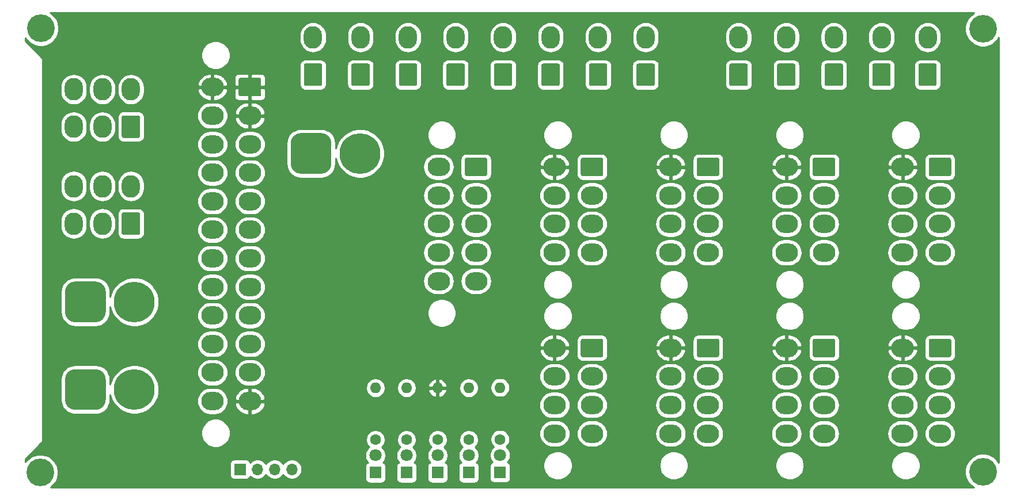
<source format=gbr>
%TF.GenerationSoftware,KiCad,Pcbnew,(5.1.10)-1*%
%TF.CreationDate,2022-08-20T11:58:47+10:00*%
%TF.ProjectId,ATX_PSU_Board,4154585f-5053-4555-9f42-6f6172642e6b,rev?*%
%TF.SameCoordinates,Original*%
%TF.FileFunction,Copper,L3,Inr*%
%TF.FilePolarity,Positive*%
%FSLAX46Y46*%
G04 Gerber Fmt 4.6, Leading zero omitted, Abs format (unit mm)*
G04 Created by KiCad (PCBNEW (5.1.10)-1) date 2022-08-20 11:58:47*
%MOMM*%
%LPD*%
G01*
G04 APERTURE LIST*
%TA.AperFunction,ComponentPad*%
%ADD10O,1.600000X1.600000*%
%TD*%
%TA.AperFunction,ComponentPad*%
%ADD11C,1.600000*%
%TD*%
%TA.AperFunction,ComponentPad*%
%ADD12C,1.800000*%
%TD*%
%TA.AperFunction,ComponentPad*%
%ADD13R,1.800000X1.800000*%
%TD*%
%TA.AperFunction,ComponentPad*%
%ADD14O,1.700000X1.700000*%
%TD*%
%TA.AperFunction,ComponentPad*%
%ADD15R,1.700000X1.700000*%
%TD*%
%TA.AperFunction,ComponentPad*%
%ADD16O,2.700000X3.300000*%
%TD*%
%TA.AperFunction,ComponentPad*%
%ADD17C,6.000000*%
%TD*%
%TA.AperFunction,ComponentPad*%
%ADD18O,3.300000X2.700000*%
%TD*%
%TA.AperFunction,ComponentPad*%
%ADD19C,4.064000*%
%TD*%
%TA.AperFunction,Conductor*%
%ADD20C,0.254000*%
%TD*%
%TA.AperFunction,Conductor*%
%ADD21C,0.100000*%
%TD*%
G04 APERTURE END LIST*
D10*
%TO.N,/PWR_OK*%
%TO.C,R5*%
X106020000Y-109127600D03*
D11*
%TO.N,Net-(D5-Pad2)*%
X106020000Y-116747600D03*
%TD*%
D10*
%TO.N,/+12V_SUPPLY*%
%TO.C,R4*%
X101410000Y-109190100D03*
D11*
%TO.N,Net-(D4-Pad2)*%
X101410000Y-116810100D03*
%TD*%
D10*
%TO.N,/+3.3V_SUPPLY*%
%TO.C,R3*%
X96838000Y-109190100D03*
D11*
%TO.N,Net-(D3-Pad2)*%
X96838000Y-116810100D03*
%TD*%
D10*
%TO.N,/+5V_SUPPLY*%
%TO.C,R2*%
X92266000Y-109190100D03*
D11*
%TO.N,Net-(D2-Pad2)*%
X92266000Y-116810100D03*
%TD*%
D10*
%TO.N,/+5VSB_SUPPLY*%
%TO.C,R1*%
X87694000Y-109190100D03*
D11*
%TO.N,Net-(D1-Pad2)*%
X87694000Y-116810100D03*
%TD*%
D12*
%TO.N,Net-(D5-Pad2)*%
%TO.C,D5*%
X106010000Y-119057600D03*
D13*
%TO.N,GND*%
X106010000Y-121597600D03*
%TD*%
D12*
%TO.N,Net-(D4-Pad2)*%
%TO.C,D4*%
X101410000Y-119105600D03*
D13*
%TO.N,GND*%
X101410000Y-121645600D03*
%TD*%
D12*
%TO.N,Net-(D3-Pad2)*%
%TO.C,D3*%
X96838000Y-119105600D03*
D13*
%TO.N,GND*%
X96838000Y-121645600D03*
%TD*%
D12*
%TO.N,Net-(D2-Pad2)*%
%TO.C,D2*%
X92266000Y-119105600D03*
D13*
%TO.N,GND*%
X92266000Y-121645600D03*
%TD*%
D12*
%TO.N,Net-(D1-Pad2)*%
%TO.C,D1*%
X87694000Y-119105600D03*
D13*
%TO.N,GND*%
X87694000Y-121645600D03*
%TD*%
D14*
%TO.N,GND*%
%TO.C,J1*%
X75421000Y-121158000D03*
%TO.N,/PWR_OK*%
X72881000Y-121158000D03*
%TO.N,/+5VSB_SUPPLY*%
X70341000Y-121158000D03*
D15*
%TO.N,/PS_ON*%
X67801000Y-121158000D03*
%TD*%
D16*
%TO.N,GND*%
%TO.C,J25*%
X43350000Y-79500000D03*
X47550000Y-79500000D03*
X51750000Y-79500000D03*
%TO.N,/+12V_SUPPLY*%
X43350000Y-85000000D03*
X47550000Y-85000000D03*
%TA.AperFunction,ComponentPad*%
G36*
G01*
X53100000Y-83600001D02*
X53100000Y-86399999D01*
G75*
G02*
X52849999Y-86650000I-250001J0D01*
G01*
X50650001Y-86650000D01*
G75*
G02*
X50400000Y-86399999I0J250001D01*
G01*
X50400000Y-83600001D01*
G75*
G02*
X50650001Y-83350000I250001J0D01*
G01*
X52849999Y-83350000D01*
G75*
G02*
X53100000Y-83600001I0J-250001D01*
G01*
G37*
%TD.AperFunction*%
%TD*%
%TO.N,GND*%
%TO.C,J26*%
X43350000Y-65250000D03*
X47550000Y-65250000D03*
X51750000Y-65250000D03*
%TO.N,/+12V_SUPPLY*%
X43350000Y-70750000D03*
X47550000Y-70750000D03*
%TA.AperFunction,ComponentPad*%
G36*
G01*
X53100000Y-69350001D02*
X53100000Y-72149999D01*
G75*
G02*
X52849999Y-72400000I-250001J0D01*
G01*
X50650001Y-72400000D01*
G75*
G02*
X50400000Y-72149999I0J250001D01*
G01*
X50400000Y-69350001D01*
G75*
G02*
X50650001Y-69100000I250001J0D01*
G01*
X52849999Y-69100000D01*
G75*
G02*
X53100000Y-69350001I0J-250001D01*
G01*
G37*
%TD.AperFunction*%
%TD*%
%TO.N,GND*%
%TO.C,J30*%
%TA.AperFunction,ComponentPad*%
G36*
G01*
X42055200Y-110926800D02*
X42055200Y-107926800D01*
G75*
G02*
X43555200Y-106426800I1500000J0D01*
G01*
X46555200Y-106426800D01*
G75*
G02*
X48055200Y-107926800I0J-1500000D01*
G01*
X48055200Y-110926800D01*
G75*
G02*
X46555200Y-112426800I-1500000J0D01*
G01*
X43555200Y-112426800D01*
G75*
G02*
X42055200Y-110926800I0J1500000D01*
G01*
G37*
%TD.AperFunction*%
D17*
%TO.N,/+12V_SUPPLY*%
X52255200Y-109426800D03*
%TD*%
%TO.N,GND*%
%TO.C,J29*%
%TA.AperFunction,ComponentPad*%
G36*
G01*
X42055200Y-98026400D02*
X42055200Y-95026400D01*
G75*
G02*
X43555200Y-93526400I1500000J0D01*
G01*
X46555200Y-93526400D01*
G75*
G02*
X48055200Y-95026400I0J-1500000D01*
G01*
X48055200Y-98026400D01*
G75*
G02*
X46555200Y-99526400I-1500000J0D01*
G01*
X43555200Y-99526400D01*
G75*
G02*
X42055200Y-98026400I0J1500000D01*
G01*
G37*
%TD.AperFunction*%
%TO.N,/+12V_SUPPLY*%
X52255200Y-96526400D03*
%TD*%
D16*
%TO.N,GND*%
%TO.C,J20*%
X168867600Y-57593600D03*
%TO.N,/+12V_SUPPLY*%
%TA.AperFunction,ComponentPad*%
G36*
G01*
X170217600Y-61693601D02*
X170217600Y-64493599D01*
G75*
G02*
X169967599Y-64743600I-250001J0D01*
G01*
X167767601Y-64743600D01*
G75*
G02*
X167517600Y-64493599I0J250001D01*
G01*
X167517600Y-61693601D01*
G75*
G02*
X167767601Y-61443600I250001J0D01*
G01*
X169967599Y-61443600D01*
G75*
G02*
X170217600Y-61693601I0J-250001D01*
G01*
G37*
%TD.AperFunction*%
%TD*%
D18*
%TO.N,/+12V_SUPPLY*%
%TO.C,J11*%
X165196400Y-115901800D03*
%TO.N,/+5V_SUPPLY*%
X165196400Y-111701800D03*
X165196400Y-107501800D03*
%TO.N,/+3.3V_SUPPLY*%
X165196400Y-103301800D03*
%TO.N,/+12V_SUPPLY*%
X170696400Y-115901800D03*
X170696400Y-111701800D03*
%TO.N,GND*%
X170696400Y-107501800D03*
%TA.AperFunction,ComponentPad*%
G36*
G01*
X169296401Y-101951800D02*
X172096399Y-101951800D01*
G75*
G02*
X172346400Y-102201801I0J-250001D01*
G01*
X172346400Y-104401799D01*
G75*
G02*
X172096399Y-104651800I-250001J0D01*
G01*
X169296401Y-104651800D01*
G75*
G02*
X169046400Y-104401799I0J250001D01*
G01*
X169046400Y-102201801D01*
G75*
G02*
X169296401Y-101951800I250001J0D01*
G01*
G37*
%TD.AperFunction*%
%TD*%
D16*
%TO.N,GND*%
%TO.C,J24*%
X141083632Y-57607200D03*
%TO.N,/+12V_SUPPLY*%
%TA.AperFunction,ComponentPad*%
G36*
G01*
X142433632Y-61707201D02*
X142433632Y-64507199D01*
G75*
G02*
X142183631Y-64757200I-250001J0D01*
G01*
X139983633Y-64757200D01*
G75*
G02*
X139733632Y-64507199I0J250001D01*
G01*
X139733632Y-61707201D01*
G75*
G02*
X139983633Y-61457200I250001J0D01*
G01*
X142183631Y-61457200D01*
G75*
G02*
X142433632Y-61707201I0J-250001D01*
G01*
G37*
%TD.AperFunction*%
%TD*%
%TO.N,GND*%
%TO.C,J23*%
X148086774Y-57607200D03*
%TO.N,/+12V_SUPPLY*%
%TA.AperFunction,ComponentPad*%
G36*
G01*
X149436774Y-61707201D02*
X149436774Y-64507199D01*
G75*
G02*
X149186773Y-64757200I-250001J0D01*
G01*
X146986775Y-64757200D01*
G75*
G02*
X146736774Y-64507199I0J250001D01*
G01*
X146736774Y-61707201D01*
G75*
G02*
X146986775Y-61457200I250001J0D01*
G01*
X149186773Y-61457200D01*
G75*
G02*
X149436774Y-61707201I0J-250001D01*
G01*
G37*
%TD.AperFunction*%
%TD*%
%TO.N,GND*%
%TO.C,J22*%
X155089916Y-57607200D03*
%TO.N,/+12V_SUPPLY*%
%TA.AperFunction,ComponentPad*%
G36*
G01*
X156439916Y-61707201D02*
X156439916Y-64507199D01*
G75*
G02*
X156189915Y-64757200I-250001J0D01*
G01*
X153989917Y-64757200D01*
G75*
G02*
X153739916Y-64507199I0J250001D01*
G01*
X153739916Y-61707201D01*
G75*
G02*
X153989917Y-61457200I250001J0D01*
G01*
X156189915Y-61457200D01*
G75*
G02*
X156439916Y-61707201I0J-250001D01*
G01*
G37*
%TD.AperFunction*%
%TD*%
%TO.N,GND*%
%TO.C,J21*%
X162093058Y-57607200D03*
%TO.N,/+12V_SUPPLY*%
%TA.AperFunction,ComponentPad*%
G36*
G01*
X163443058Y-61707201D02*
X163443058Y-64507199D01*
G75*
G02*
X163193057Y-64757200I-250001J0D01*
G01*
X160993059Y-64757200D01*
G75*
G02*
X160743058Y-64507199I0J250001D01*
G01*
X160743058Y-61707201D01*
G75*
G02*
X160993059Y-61457200I250001J0D01*
G01*
X163193057Y-61457200D01*
G75*
G02*
X163443058Y-61707201I0J-250001D01*
G01*
G37*
%TD.AperFunction*%
%TD*%
%TO.N,GND*%
%TO.C,J19*%
X127414800Y-57593600D03*
%TO.N,/+5V_SUPPLY*%
%TA.AperFunction,ComponentPad*%
G36*
G01*
X128764800Y-61693601D02*
X128764800Y-64493599D01*
G75*
G02*
X128514799Y-64743600I-250001J0D01*
G01*
X126314801Y-64743600D01*
G75*
G02*
X126064800Y-64493599I0J250001D01*
G01*
X126064800Y-61693601D01*
G75*
G02*
X126314801Y-61443600I250001J0D01*
G01*
X128514799Y-61443600D01*
G75*
G02*
X128764800Y-61693601I0J-250001D01*
G01*
G37*
%TD.AperFunction*%
%TD*%
%TO.N,GND*%
%TO.C,J18*%
X120429800Y-57593600D03*
%TO.N,/+5V_SUPPLY*%
%TA.AperFunction,ComponentPad*%
G36*
G01*
X121779800Y-61693601D02*
X121779800Y-64493599D01*
G75*
G02*
X121529799Y-64743600I-250001J0D01*
G01*
X119329801Y-64743600D01*
G75*
G02*
X119079800Y-64493599I0J250001D01*
G01*
X119079800Y-61693601D01*
G75*
G02*
X119329801Y-61443600I250001J0D01*
G01*
X121529799Y-61443600D01*
G75*
G02*
X121779800Y-61693601I0J-250001D01*
G01*
G37*
%TD.AperFunction*%
%TD*%
%TO.N,GND*%
%TO.C,J17*%
X113444800Y-57593600D03*
%TO.N,/+5V_SUPPLY*%
%TA.AperFunction,ComponentPad*%
G36*
G01*
X114794800Y-61693601D02*
X114794800Y-64493599D01*
G75*
G02*
X114544799Y-64743600I-250001J0D01*
G01*
X112344801Y-64743600D01*
G75*
G02*
X112094800Y-64493599I0J250001D01*
G01*
X112094800Y-61693601D01*
G75*
G02*
X112344801Y-61443600I250001J0D01*
G01*
X114544799Y-61443600D01*
G75*
G02*
X114794800Y-61693601I0J-250001D01*
G01*
G37*
%TD.AperFunction*%
%TD*%
%TO.N,GND*%
%TO.C,J16*%
X106459800Y-57593600D03*
%TO.N,/+5V_SUPPLY*%
%TA.AperFunction,ComponentPad*%
G36*
G01*
X107809800Y-61693601D02*
X107809800Y-64493599D01*
G75*
G02*
X107559799Y-64743600I-250001J0D01*
G01*
X105359801Y-64743600D01*
G75*
G02*
X105109800Y-64493599I0J250001D01*
G01*
X105109800Y-61693601D01*
G75*
G02*
X105359801Y-61443600I250001J0D01*
G01*
X107559799Y-61443600D01*
G75*
G02*
X107809800Y-61693601I0J-250001D01*
G01*
G37*
%TD.AperFunction*%
%TD*%
%TO.N,GND*%
%TO.C,J15*%
X99474800Y-57593600D03*
%TO.N,/+5V_SUPPLY*%
%TA.AperFunction,ComponentPad*%
G36*
G01*
X100824800Y-61693601D02*
X100824800Y-64493599D01*
G75*
G02*
X100574799Y-64743600I-250001J0D01*
G01*
X98374801Y-64743600D01*
G75*
G02*
X98124800Y-64493599I0J250001D01*
G01*
X98124800Y-61693601D01*
G75*
G02*
X98374801Y-61443600I250001J0D01*
G01*
X100574799Y-61443600D01*
G75*
G02*
X100824800Y-61693601I0J-250001D01*
G01*
G37*
%TD.AperFunction*%
%TD*%
%TO.N,GND*%
%TO.C,J14*%
X92489800Y-57593600D03*
%TO.N,/+5V_SUPPLY*%
%TA.AperFunction,ComponentPad*%
G36*
G01*
X93839800Y-61693601D02*
X93839800Y-64493599D01*
G75*
G02*
X93589799Y-64743600I-250001J0D01*
G01*
X91389801Y-64743600D01*
G75*
G02*
X91139800Y-64493599I0J250001D01*
G01*
X91139800Y-61693601D01*
G75*
G02*
X91389801Y-61443600I250001J0D01*
G01*
X93589799Y-61443600D01*
G75*
G02*
X93839800Y-61693601I0J-250001D01*
G01*
G37*
%TD.AperFunction*%
%TD*%
%TO.N,GND*%
%TO.C,J13*%
X85504800Y-57593600D03*
%TO.N,/+5V_SUPPLY*%
%TA.AperFunction,ComponentPad*%
G36*
G01*
X86854800Y-61693601D02*
X86854800Y-64493599D01*
G75*
G02*
X86604799Y-64743600I-250001J0D01*
G01*
X84404801Y-64743600D01*
G75*
G02*
X84154800Y-64493599I0J250001D01*
G01*
X84154800Y-61693601D01*
G75*
G02*
X84404801Y-61443600I250001J0D01*
G01*
X86604799Y-61443600D01*
G75*
G02*
X86854800Y-61693601I0J-250001D01*
G01*
G37*
%TD.AperFunction*%
%TD*%
%TO.N,GND*%
%TO.C,J12*%
X78519800Y-57593600D03*
%TO.N,/+5V_SUPPLY*%
%TA.AperFunction,ComponentPad*%
G36*
G01*
X79869800Y-61693601D02*
X79869800Y-64493599D01*
G75*
G02*
X79619799Y-64743600I-250001J0D01*
G01*
X77419801Y-64743600D01*
G75*
G02*
X77169800Y-64493599I0J250001D01*
G01*
X77169800Y-61693601D01*
G75*
G02*
X77419801Y-61443600I250001J0D01*
G01*
X79619799Y-61443600D01*
G75*
G02*
X79869800Y-61693601I0J-250001D01*
G01*
G37*
%TD.AperFunction*%
%TD*%
%TO.N,GND*%
%TO.C,J28*%
%TA.AperFunction,ComponentPad*%
G36*
G01*
X75228400Y-76176800D02*
X75228400Y-73176800D01*
G75*
G02*
X76728400Y-71676800I1500000J0D01*
G01*
X79728400Y-71676800D01*
G75*
G02*
X81228400Y-73176800I0J-1500000D01*
G01*
X81228400Y-76176800D01*
G75*
G02*
X79728400Y-77676800I-1500000J0D01*
G01*
X76728400Y-77676800D01*
G75*
G02*
X75228400Y-76176800I0J1500000D01*
G01*
G37*
%TD.AperFunction*%
D17*
%TO.N,/+5V_SUPPLY*%
X85428400Y-74676800D03*
%TD*%
D18*
%TO.N,/+12V_SUPPLY*%
%TO.C,J5*%
X131091000Y-89264600D03*
%TO.N,/+5V_SUPPLY*%
X131091000Y-85064600D03*
X131091000Y-80864600D03*
%TO.N,/+3.3V_SUPPLY*%
X131091000Y-76664600D03*
%TO.N,/+12V_SUPPLY*%
X136591000Y-89264600D03*
X136591000Y-85064600D03*
%TO.N,GND*%
X136591000Y-80864600D03*
%TA.AperFunction,ComponentPad*%
G36*
G01*
X135191001Y-75314600D02*
X137990999Y-75314600D01*
G75*
G02*
X138241000Y-75564601I0J-250001D01*
G01*
X138241000Y-77764599D01*
G75*
G02*
X137990999Y-78014600I-250001J0D01*
G01*
X135191001Y-78014600D01*
G75*
G02*
X134941000Y-77764599I0J250001D01*
G01*
X134941000Y-75564601D01*
G75*
G02*
X135191001Y-75314600I250001J0D01*
G01*
G37*
%TD.AperFunction*%
%TD*%
%TO.N,/+12V_SUPPLY*%
%TO.C,J7*%
X165196400Y-89264600D03*
%TO.N,/+5V_SUPPLY*%
X165196400Y-85064600D03*
X165196400Y-80864600D03*
%TO.N,/+3.3V_SUPPLY*%
X165196400Y-76664600D03*
%TO.N,/+12V_SUPPLY*%
X170696400Y-89264600D03*
X170696400Y-85064600D03*
%TO.N,GND*%
X170696400Y-80864600D03*
%TA.AperFunction,ComponentPad*%
G36*
G01*
X169296401Y-75314600D02*
X172096399Y-75314600D01*
G75*
G02*
X172346400Y-75564601I0J-250001D01*
G01*
X172346400Y-77764599D01*
G75*
G02*
X172096399Y-78014600I-250001J0D01*
G01*
X169296401Y-78014600D01*
G75*
G02*
X169046400Y-77764599I0J250001D01*
G01*
X169046400Y-75564601D01*
G75*
G02*
X169296401Y-75314600I250001J0D01*
G01*
G37*
%TD.AperFunction*%
%TD*%
D19*
%TO.N,N/C*%
%TO.C,H4*%
X177000000Y-56337200D03*
%TD*%
%TO.N,N/C*%
%TO.C,H3*%
X38404800Y-121615200D03*
%TD*%
%TO.N,N/C*%
%TO.C,H2*%
X177000000Y-121500000D03*
%TD*%
%TO.N,N/C*%
%TO.C,H1*%
X38506400Y-56286400D03*
%TD*%
D18*
%TO.N,/+12V_SUPPLY*%
%TO.C,J10*%
X148143700Y-115901800D03*
%TO.N,/+5V_SUPPLY*%
X148143700Y-111701800D03*
X148143700Y-107501800D03*
%TO.N,/+3.3V_SUPPLY*%
X148143700Y-103301800D03*
%TO.N,/+12V_SUPPLY*%
X153643700Y-115901800D03*
X153643700Y-111701800D03*
%TO.N,GND*%
X153643700Y-107501800D03*
%TA.AperFunction,ComponentPad*%
G36*
G01*
X152243701Y-101951800D02*
X155043699Y-101951800D01*
G75*
G02*
X155293700Y-102201801I0J-250001D01*
G01*
X155293700Y-104401799D01*
G75*
G02*
X155043699Y-104651800I-250001J0D01*
G01*
X152243701Y-104651800D01*
G75*
G02*
X151993700Y-104401799I0J250001D01*
G01*
X151993700Y-102201801D01*
G75*
G02*
X152243701Y-101951800I250001J0D01*
G01*
G37*
%TD.AperFunction*%
%TD*%
%TO.N,/+12V_SUPPLY*%
%TO.C,J9*%
X131091000Y-115901800D03*
%TO.N,/+5V_SUPPLY*%
X131091000Y-111701800D03*
X131091000Y-107501800D03*
%TO.N,/+3.3V_SUPPLY*%
X131091000Y-103301800D03*
%TO.N,/+12V_SUPPLY*%
X136591000Y-115901800D03*
X136591000Y-111701800D03*
%TO.N,GND*%
X136591000Y-107501800D03*
%TA.AperFunction,ComponentPad*%
G36*
G01*
X135191001Y-101951800D02*
X137990999Y-101951800D01*
G75*
G02*
X138241000Y-102201801I0J-250001D01*
G01*
X138241000Y-104401799D01*
G75*
G02*
X137990999Y-104651800I-250001J0D01*
G01*
X135191001Y-104651800D01*
G75*
G02*
X134941000Y-104401799I0J250001D01*
G01*
X134941000Y-102201801D01*
G75*
G02*
X135191001Y-101951800I250001J0D01*
G01*
G37*
%TD.AperFunction*%
%TD*%
%TO.N,/+12V_SUPPLY*%
%TO.C,J8*%
X114038300Y-115901800D03*
%TO.N,/+5V_SUPPLY*%
X114038300Y-111701800D03*
X114038300Y-107501800D03*
%TO.N,/+3.3V_SUPPLY*%
X114038300Y-103301800D03*
%TO.N,/+12V_SUPPLY*%
X119538300Y-115901800D03*
X119538300Y-111701800D03*
%TO.N,GND*%
X119538300Y-107501800D03*
%TA.AperFunction,ComponentPad*%
G36*
G01*
X118138301Y-101951800D02*
X120938299Y-101951800D01*
G75*
G02*
X121188300Y-102201801I0J-250001D01*
G01*
X121188300Y-104401799D01*
G75*
G02*
X120938299Y-104651800I-250001J0D01*
G01*
X118138301Y-104651800D01*
G75*
G02*
X117888300Y-104401799I0J250001D01*
G01*
X117888300Y-102201801D01*
G75*
G02*
X118138301Y-101951800I250001J0D01*
G01*
G37*
%TD.AperFunction*%
%TD*%
%TO.N,/+12V_SUPPLY*%
%TO.C,J6*%
X148143700Y-89264600D03*
%TO.N,/+5V_SUPPLY*%
X148143700Y-85064600D03*
X148143700Y-80864600D03*
%TO.N,/+3.3V_SUPPLY*%
X148143700Y-76664600D03*
%TO.N,/+12V_SUPPLY*%
X153643700Y-89264600D03*
X153643700Y-85064600D03*
%TO.N,GND*%
X153643700Y-80864600D03*
%TA.AperFunction,ComponentPad*%
G36*
G01*
X152243701Y-75314600D02*
X155043699Y-75314600D01*
G75*
G02*
X155293700Y-75564601I0J-250001D01*
G01*
X155293700Y-77764599D01*
G75*
G02*
X155043699Y-78014600I-250001J0D01*
G01*
X152243701Y-78014600D01*
G75*
G02*
X151993700Y-77764599I0J250001D01*
G01*
X151993700Y-75564601D01*
G75*
G02*
X152243701Y-75314600I250001J0D01*
G01*
G37*
%TD.AperFunction*%
%TD*%
%TO.N,/+12V_SUPPLY*%
%TO.C,J4*%
X114038300Y-89264600D03*
%TO.N,/+5V_SUPPLY*%
X114038300Y-85064600D03*
X114038300Y-80864600D03*
%TO.N,/+3.3V_SUPPLY*%
X114038300Y-76664600D03*
%TO.N,/+12V_SUPPLY*%
X119538300Y-89264600D03*
X119538300Y-85064600D03*
%TO.N,GND*%
X119538300Y-80864600D03*
%TA.AperFunction,ComponentPad*%
G36*
G01*
X118138301Y-75314600D02*
X120938299Y-75314600D01*
G75*
G02*
X121188300Y-75564601I0J-250001D01*
G01*
X121188300Y-77764599D01*
G75*
G02*
X120938299Y-78014600I-250001J0D01*
G01*
X118138301Y-78014600D01*
G75*
G02*
X117888300Y-77764599I0J250001D01*
G01*
X117888300Y-75564601D01*
G75*
G02*
X118138301Y-75314600I250001J0D01*
G01*
G37*
%TD.AperFunction*%
%TD*%
%TO.N,GND*%
%TO.C,J3*%
X96985600Y-93464600D03*
X96985600Y-89264600D03*
%TO.N,/+12V_SUPPLY*%
X96985600Y-85064600D03*
%TO.N,/+5V_SUPPLY*%
X96985600Y-80864600D03*
X96985600Y-76664600D03*
%TO.N,GND*%
X102485600Y-93464600D03*
X102485600Y-89264600D03*
%TO.N,/+5V_SUPPLY*%
X102485600Y-85064600D03*
X102485600Y-80864600D03*
%TA.AperFunction,ComponentPad*%
G36*
G01*
X101085601Y-75314600D02*
X103885599Y-75314600D01*
G75*
G02*
X104135600Y-75564601I0J-250001D01*
G01*
X104135600Y-77764599D01*
G75*
G02*
X103885599Y-78014600I-250001J0D01*
G01*
X101085601Y-78014600D01*
G75*
G02*
X100835600Y-77764599I0J250001D01*
G01*
X100835600Y-75564601D01*
G75*
G02*
X101085601Y-75314600I250001J0D01*
G01*
G37*
%TD.AperFunction*%
%TD*%
%TO.N,GND*%
%TO.C,J2*%
X63748800Y-111122400D03*
%TO.N,/+5V_SUPPLY*%
X63748800Y-106922400D03*
X63748800Y-102722400D03*
X63748800Y-98522400D03*
%TO.N,Net-(J2-Pad20)*%
X63748800Y-94322400D03*
%TO.N,GND*%
X63748800Y-90122400D03*
X63748800Y-85922400D03*
X63748800Y-81722400D03*
%TO.N,/PS_ON*%
X63748800Y-77522400D03*
%TO.N,GND*%
X63748800Y-73322400D03*
%TO.N,Net-(J2-Pad14)*%
X63748800Y-69122400D03*
%TO.N,/+3.3V_SUPPLY*%
X63748800Y-64922400D03*
X69248800Y-111122400D03*
%TO.N,/+12V_SUPPLY*%
X69248800Y-106922400D03*
X69248800Y-102722400D03*
%TO.N,/+5VSB_SUPPLY*%
X69248800Y-98522400D03*
%TO.N,/PWR_OK*%
X69248800Y-94322400D03*
%TO.N,GND*%
X69248800Y-90122400D03*
%TO.N,/+5V_SUPPLY*%
X69248800Y-85922400D03*
%TO.N,GND*%
X69248800Y-81722400D03*
%TO.N,/+5V_SUPPLY*%
X69248800Y-77522400D03*
%TO.N,GND*%
X69248800Y-73322400D03*
%TO.N,/+3.3V_SUPPLY*%
X69248800Y-69122400D03*
%TA.AperFunction,ComponentPad*%
G36*
G01*
X67848801Y-63572400D02*
X70648799Y-63572400D01*
G75*
G02*
X70898800Y-63822401I0J-250001D01*
G01*
X70898800Y-66022399D01*
G75*
G02*
X70648799Y-66272400I-250001J0D01*
G01*
X67848801Y-66272400D01*
G75*
G02*
X67598800Y-66022399I0J250001D01*
G01*
X67598800Y-63822401D01*
G75*
G02*
X67848801Y-63572400I250001J0D01*
G01*
G37*
%TD.AperFunction*%
%TD*%
D20*
%TO.N,/+3.3V_SUPPLY*%
X175299887Y-54265606D02*
X174928406Y-54637087D01*
X174636536Y-55073902D01*
X174435492Y-55559265D01*
X174333000Y-56074523D01*
X174333000Y-56599877D01*
X174435492Y-57115135D01*
X174636536Y-57600498D01*
X174928406Y-58037313D01*
X175299887Y-58408794D01*
X175736702Y-58700664D01*
X176222065Y-58901708D01*
X176737323Y-59004200D01*
X177262677Y-59004200D01*
X177777935Y-58901708D01*
X178263298Y-58700664D01*
X178700113Y-58408794D01*
X179071594Y-58037313D01*
X179340001Y-57635613D01*
X179340000Y-120201586D01*
X179071594Y-119799887D01*
X178700113Y-119428406D01*
X178263298Y-119136536D01*
X177777935Y-118935492D01*
X177262677Y-118833000D01*
X176737323Y-118833000D01*
X176222065Y-118935492D01*
X175736702Y-119136536D01*
X175299887Y-119428406D01*
X174928406Y-119799887D01*
X174636536Y-120236702D01*
X174435492Y-120722065D01*
X174333000Y-121237323D01*
X174333000Y-121762677D01*
X174435492Y-122277935D01*
X174636536Y-122763298D01*
X174928406Y-123200113D01*
X175299887Y-123571594D01*
X175641721Y-123800000D01*
X39935488Y-123800000D01*
X40104913Y-123686794D01*
X40476394Y-123315313D01*
X40768264Y-122878498D01*
X40969308Y-122393135D01*
X41071800Y-121877877D01*
X41071800Y-121352523D01*
X40969308Y-120837265D01*
X40768264Y-120351902D01*
X40738930Y-120308000D01*
X66312928Y-120308000D01*
X66312928Y-122008000D01*
X66325188Y-122132482D01*
X66361498Y-122252180D01*
X66420463Y-122362494D01*
X66499815Y-122459185D01*
X66596506Y-122538537D01*
X66706820Y-122597502D01*
X66826518Y-122633812D01*
X66951000Y-122646072D01*
X68651000Y-122646072D01*
X68775482Y-122633812D01*
X68895180Y-122597502D01*
X69005494Y-122538537D01*
X69102185Y-122459185D01*
X69181537Y-122362494D01*
X69240502Y-122252180D01*
X69262513Y-122179620D01*
X69394368Y-122311475D01*
X69637589Y-122473990D01*
X69907842Y-122585932D01*
X70194740Y-122643000D01*
X70487260Y-122643000D01*
X70774158Y-122585932D01*
X71044411Y-122473990D01*
X71287632Y-122311475D01*
X71494475Y-122104632D01*
X71611000Y-121930240D01*
X71727525Y-122104632D01*
X71934368Y-122311475D01*
X72177589Y-122473990D01*
X72447842Y-122585932D01*
X72734740Y-122643000D01*
X73027260Y-122643000D01*
X73314158Y-122585932D01*
X73584411Y-122473990D01*
X73827632Y-122311475D01*
X74034475Y-122104632D01*
X74151000Y-121930240D01*
X74267525Y-122104632D01*
X74474368Y-122311475D01*
X74717589Y-122473990D01*
X74987842Y-122585932D01*
X75274740Y-122643000D01*
X75567260Y-122643000D01*
X75854158Y-122585932D01*
X76124411Y-122473990D01*
X76367632Y-122311475D01*
X76574475Y-122104632D01*
X76736990Y-121861411D01*
X76848932Y-121591158D01*
X76906000Y-121304260D01*
X76906000Y-121011740D01*
X76853062Y-120745600D01*
X86155928Y-120745600D01*
X86155928Y-122545600D01*
X86168188Y-122670082D01*
X86204498Y-122789780D01*
X86263463Y-122900094D01*
X86342815Y-122996785D01*
X86439506Y-123076137D01*
X86549820Y-123135102D01*
X86669518Y-123171412D01*
X86794000Y-123183672D01*
X88594000Y-123183672D01*
X88718482Y-123171412D01*
X88838180Y-123135102D01*
X88948494Y-123076137D01*
X89045185Y-122996785D01*
X89124537Y-122900094D01*
X89183502Y-122789780D01*
X89219812Y-122670082D01*
X89232072Y-122545600D01*
X89232072Y-120745600D01*
X90727928Y-120745600D01*
X90727928Y-122545600D01*
X90740188Y-122670082D01*
X90776498Y-122789780D01*
X90835463Y-122900094D01*
X90914815Y-122996785D01*
X91011506Y-123076137D01*
X91121820Y-123135102D01*
X91241518Y-123171412D01*
X91366000Y-123183672D01*
X93166000Y-123183672D01*
X93290482Y-123171412D01*
X93410180Y-123135102D01*
X93520494Y-123076137D01*
X93617185Y-122996785D01*
X93696537Y-122900094D01*
X93755502Y-122789780D01*
X93791812Y-122670082D01*
X93804072Y-122545600D01*
X93804072Y-120745600D01*
X95299928Y-120745600D01*
X95299928Y-122545600D01*
X95312188Y-122670082D01*
X95348498Y-122789780D01*
X95407463Y-122900094D01*
X95486815Y-122996785D01*
X95583506Y-123076137D01*
X95693820Y-123135102D01*
X95813518Y-123171412D01*
X95938000Y-123183672D01*
X97738000Y-123183672D01*
X97862482Y-123171412D01*
X97982180Y-123135102D01*
X98092494Y-123076137D01*
X98189185Y-122996785D01*
X98268537Y-122900094D01*
X98327502Y-122789780D01*
X98363812Y-122670082D01*
X98376072Y-122545600D01*
X98376072Y-120745600D01*
X99871928Y-120745600D01*
X99871928Y-122545600D01*
X99884188Y-122670082D01*
X99920498Y-122789780D01*
X99979463Y-122900094D01*
X100058815Y-122996785D01*
X100155506Y-123076137D01*
X100265820Y-123135102D01*
X100385518Y-123171412D01*
X100510000Y-123183672D01*
X102310000Y-123183672D01*
X102434482Y-123171412D01*
X102554180Y-123135102D01*
X102664494Y-123076137D01*
X102761185Y-122996785D01*
X102840537Y-122900094D01*
X102899502Y-122789780D01*
X102935812Y-122670082D01*
X102948072Y-122545600D01*
X102948072Y-120745600D01*
X102943345Y-120697600D01*
X104471928Y-120697600D01*
X104471928Y-122497600D01*
X104484188Y-122622082D01*
X104520498Y-122741780D01*
X104579463Y-122852094D01*
X104658815Y-122948785D01*
X104755506Y-123028137D01*
X104865820Y-123087102D01*
X104985518Y-123123412D01*
X105110000Y-123135672D01*
X106910000Y-123135672D01*
X107034482Y-123123412D01*
X107154180Y-123087102D01*
X107264494Y-123028137D01*
X107361185Y-122948785D01*
X107440537Y-122852094D01*
X107499502Y-122741780D01*
X107535812Y-122622082D01*
X107548072Y-122497600D01*
X107548072Y-120697600D01*
X107535812Y-120573118D01*
X107499502Y-120453420D01*
X107466416Y-120391521D01*
X112363300Y-120391521D01*
X112363300Y-120812079D01*
X112445347Y-121224556D01*
X112606288Y-121613102D01*
X112839937Y-121962783D01*
X113137317Y-122260163D01*
X113486998Y-122493812D01*
X113875544Y-122654753D01*
X114288021Y-122736800D01*
X114708579Y-122736800D01*
X115121056Y-122654753D01*
X115509602Y-122493812D01*
X115859283Y-122260163D01*
X116156663Y-121962783D01*
X116390312Y-121613102D01*
X116551253Y-121224556D01*
X116633300Y-120812079D01*
X116633300Y-120391521D01*
X129416000Y-120391521D01*
X129416000Y-120812079D01*
X129498047Y-121224556D01*
X129658988Y-121613102D01*
X129892637Y-121962783D01*
X130190017Y-122260163D01*
X130539698Y-122493812D01*
X130928244Y-122654753D01*
X131340721Y-122736800D01*
X131761279Y-122736800D01*
X132173756Y-122654753D01*
X132562302Y-122493812D01*
X132911983Y-122260163D01*
X133209363Y-121962783D01*
X133443012Y-121613102D01*
X133603953Y-121224556D01*
X133686000Y-120812079D01*
X133686000Y-120391521D01*
X146468700Y-120391521D01*
X146468700Y-120812079D01*
X146550747Y-121224556D01*
X146711688Y-121613102D01*
X146945337Y-121962783D01*
X147242717Y-122260163D01*
X147592398Y-122493812D01*
X147980944Y-122654753D01*
X148393421Y-122736800D01*
X148813979Y-122736800D01*
X149226456Y-122654753D01*
X149615002Y-122493812D01*
X149964683Y-122260163D01*
X150262063Y-121962783D01*
X150495712Y-121613102D01*
X150656653Y-121224556D01*
X150738700Y-120812079D01*
X150738700Y-120391521D01*
X163521400Y-120391521D01*
X163521400Y-120812079D01*
X163603447Y-121224556D01*
X163764388Y-121613102D01*
X163998037Y-121962783D01*
X164295417Y-122260163D01*
X164645098Y-122493812D01*
X165033644Y-122654753D01*
X165446121Y-122736800D01*
X165866679Y-122736800D01*
X166279156Y-122654753D01*
X166667702Y-122493812D01*
X167017383Y-122260163D01*
X167314763Y-121962783D01*
X167548412Y-121613102D01*
X167709353Y-121224556D01*
X167791400Y-120812079D01*
X167791400Y-120391521D01*
X167709353Y-119979044D01*
X167548412Y-119590498D01*
X167314763Y-119240817D01*
X167017383Y-118943437D01*
X166667702Y-118709788D01*
X166279156Y-118548847D01*
X165866679Y-118466800D01*
X165446121Y-118466800D01*
X165033644Y-118548847D01*
X164645098Y-118709788D01*
X164295417Y-118943437D01*
X163998037Y-119240817D01*
X163764388Y-119590498D01*
X163603447Y-119979044D01*
X163521400Y-120391521D01*
X150738700Y-120391521D01*
X150656653Y-119979044D01*
X150495712Y-119590498D01*
X150262063Y-119240817D01*
X149964683Y-118943437D01*
X149615002Y-118709788D01*
X149226456Y-118548847D01*
X148813979Y-118466800D01*
X148393421Y-118466800D01*
X147980944Y-118548847D01*
X147592398Y-118709788D01*
X147242717Y-118943437D01*
X146945337Y-119240817D01*
X146711688Y-119590498D01*
X146550747Y-119979044D01*
X146468700Y-120391521D01*
X133686000Y-120391521D01*
X133603953Y-119979044D01*
X133443012Y-119590498D01*
X133209363Y-119240817D01*
X132911983Y-118943437D01*
X132562302Y-118709788D01*
X132173756Y-118548847D01*
X131761279Y-118466800D01*
X131340721Y-118466800D01*
X130928244Y-118548847D01*
X130539698Y-118709788D01*
X130190017Y-118943437D01*
X129892637Y-119240817D01*
X129658988Y-119590498D01*
X129498047Y-119979044D01*
X129416000Y-120391521D01*
X116633300Y-120391521D01*
X116551253Y-119979044D01*
X116390312Y-119590498D01*
X116156663Y-119240817D01*
X115859283Y-118943437D01*
X115509602Y-118709788D01*
X115121056Y-118548847D01*
X114708579Y-118466800D01*
X114288021Y-118466800D01*
X113875544Y-118548847D01*
X113486998Y-118709788D01*
X113137317Y-118943437D01*
X112839937Y-119240817D01*
X112606288Y-119590498D01*
X112445347Y-119979044D01*
X112363300Y-120391521D01*
X107466416Y-120391521D01*
X107440537Y-120343106D01*
X107361185Y-120246415D01*
X107264494Y-120167063D01*
X107154180Y-120108098D01*
X107135873Y-120102544D01*
X107202312Y-120036105D01*
X107370299Y-119784695D01*
X107486011Y-119505343D01*
X107545000Y-119208784D01*
X107545000Y-118906416D01*
X107486011Y-118609857D01*
X107370299Y-118330505D01*
X107202312Y-118079095D01*
X106988505Y-117865288D01*
X106954458Y-117842538D01*
X107134637Y-117662359D01*
X107291680Y-117427327D01*
X107399853Y-117166174D01*
X107455000Y-116888935D01*
X107455000Y-116606265D01*
X107399853Y-116329026D01*
X107291680Y-116067873D01*
X107180714Y-115901800D01*
X111743696Y-115901800D01*
X111782022Y-116290928D01*
X111895526Y-116665102D01*
X112079847Y-117009943D01*
X112327902Y-117312198D01*
X112630157Y-117560253D01*
X112974998Y-117744574D01*
X113349172Y-117858078D01*
X113640790Y-117886800D01*
X114435810Y-117886800D01*
X114727428Y-117858078D01*
X115101602Y-117744574D01*
X115446443Y-117560253D01*
X115748698Y-117312198D01*
X115996753Y-117009943D01*
X116181074Y-116665102D01*
X116294578Y-116290928D01*
X116332904Y-115901800D01*
X117243696Y-115901800D01*
X117282022Y-116290928D01*
X117395526Y-116665102D01*
X117579847Y-117009943D01*
X117827902Y-117312198D01*
X118130157Y-117560253D01*
X118474998Y-117744574D01*
X118849172Y-117858078D01*
X119140790Y-117886800D01*
X119935810Y-117886800D01*
X120227428Y-117858078D01*
X120601602Y-117744574D01*
X120946443Y-117560253D01*
X121248698Y-117312198D01*
X121496753Y-117009943D01*
X121681074Y-116665102D01*
X121794578Y-116290928D01*
X121832904Y-115901800D01*
X128796396Y-115901800D01*
X128834722Y-116290928D01*
X128948226Y-116665102D01*
X129132547Y-117009943D01*
X129380602Y-117312198D01*
X129682857Y-117560253D01*
X130027698Y-117744574D01*
X130401872Y-117858078D01*
X130693490Y-117886800D01*
X131488510Y-117886800D01*
X131780128Y-117858078D01*
X132154302Y-117744574D01*
X132499143Y-117560253D01*
X132801398Y-117312198D01*
X133049453Y-117009943D01*
X133233774Y-116665102D01*
X133347278Y-116290928D01*
X133385604Y-115901800D01*
X134296396Y-115901800D01*
X134334722Y-116290928D01*
X134448226Y-116665102D01*
X134632547Y-117009943D01*
X134880602Y-117312198D01*
X135182857Y-117560253D01*
X135527698Y-117744574D01*
X135901872Y-117858078D01*
X136193490Y-117886800D01*
X136988510Y-117886800D01*
X137280128Y-117858078D01*
X137654302Y-117744574D01*
X137999143Y-117560253D01*
X138301398Y-117312198D01*
X138549453Y-117009943D01*
X138733774Y-116665102D01*
X138847278Y-116290928D01*
X138885604Y-115901800D01*
X145849096Y-115901800D01*
X145887422Y-116290928D01*
X146000926Y-116665102D01*
X146185247Y-117009943D01*
X146433302Y-117312198D01*
X146735557Y-117560253D01*
X147080398Y-117744574D01*
X147454572Y-117858078D01*
X147746190Y-117886800D01*
X148541210Y-117886800D01*
X148832828Y-117858078D01*
X149207002Y-117744574D01*
X149551843Y-117560253D01*
X149854098Y-117312198D01*
X150102153Y-117009943D01*
X150286474Y-116665102D01*
X150399978Y-116290928D01*
X150438304Y-115901800D01*
X151349096Y-115901800D01*
X151387422Y-116290928D01*
X151500926Y-116665102D01*
X151685247Y-117009943D01*
X151933302Y-117312198D01*
X152235557Y-117560253D01*
X152580398Y-117744574D01*
X152954572Y-117858078D01*
X153246190Y-117886800D01*
X154041210Y-117886800D01*
X154332828Y-117858078D01*
X154707002Y-117744574D01*
X155051843Y-117560253D01*
X155354098Y-117312198D01*
X155602153Y-117009943D01*
X155786474Y-116665102D01*
X155899978Y-116290928D01*
X155938304Y-115901800D01*
X162901796Y-115901800D01*
X162940122Y-116290928D01*
X163053626Y-116665102D01*
X163237947Y-117009943D01*
X163486002Y-117312198D01*
X163788257Y-117560253D01*
X164133098Y-117744574D01*
X164507272Y-117858078D01*
X164798890Y-117886800D01*
X165593910Y-117886800D01*
X165885528Y-117858078D01*
X166259702Y-117744574D01*
X166604543Y-117560253D01*
X166906798Y-117312198D01*
X167154853Y-117009943D01*
X167339174Y-116665102D01*
X167452678Y-116290928D01*
X167491004Y-115901800D01*
X168401796Y-115901800D01*
X168440122Y-116290928D01*
X168553626Y-116665102D01*
X168737947Y-117009943D01*
X168986002Y-117312198D01*
X169288257Y-117560253D01*
X169633098Y-117744574D01*
X170007272Y-117858078D01*
X170298890Y-117886800D01*
X171093910Y-117886800D01*
X171385528Y-117858078D01*
X171759702Y-117744574D01*
X172104543Y-117560253D01*
X172406798Y-117312198D01*
X172654853Y-117009943D01*
X172839174Y-116665102D01*
X172952678Y-116290928D01*
X172991004Y-115901800D01*
X172952678Y-115512672D01*
X172839174Y-115138498D01*
X172654853Y-114793657D01*
X172406798Y-114491402D01*
X172104543Y-114243347D01*
X171759702Y-114059026D01*
X171385528Y-113945522D01*
X171093910Y-113916800D01*
X170298890Y-113916800D01*
X170007272Y-113945522D01*
X169633098Y-114059026D01*
X169288257Y-114243347D01*
X168986002Y-114491402D01*
X168737947Y-114793657D01*
X168553626Y-115138498D01*
X168440122Y-115512672D01*
X168401796Y-115901800D01*
X167491004Y-115901800D01*
X167452678Y-115512672D01*
X167339174Y-115138498D01*
X167154853Y-114793657D01*
X166906798Y-114491402D01*
X166604543Y-114243347D01*
X166259702Y-114059026D01*
X165885528Y-113945522D01*
X165593910Y-113916800D01*
X164798890Y-113916800D01*
X164507272Y-113945522D01*
X164133098Y-114059026D01*
X163788257Y-114243347D01*
X163486002Y-114491402D01*
X163237947Y-114793657D01*
X163053626Y-115138498D01*
X162940122Y-115512672D01*
X162901796Y-115901800D01*
X155938304Y-115901800D01*
X155899978Y-115512672D01*
X155786474Y-115138498D01*
X155602153Y-114793657D01*
X155354098Y-114491402D01*
X155051843Y-114243347D01*
X154707002Y-114059026D01*
X154332828Y-113945522D01*
X154041210Y-113916800D01*
X153246190Y-113916800D01*
X152954572Y-113945522D01*
X152580398Y-114059026D01*
X152235557Y-114243347D01*
X151933302Y-114491402D01*
X151685247Y-114793657D01*
X151500926Y-115138498D01*
X151387422Y-115512672D01*
X151349096Y-115901800D01*
X150438304Y-115901800D01*
X150399978Y-115512672D01*
X150286474Y-115138498D01*
X150102153Y-114793657D01*
X149854098Y-114491402D01*
X149551843Y-114243347D01*
X149207002Y-114059026D01*
X148832828Y-113945522D01*
X148541210Y-113916800D01*
X147746190Y-113916800D01*
X147454572Y-113945522D01*
X147080398Y-114059026D01*
X146735557Y-114243347D01*
X146433302Y-114491402D01*
X146185247Y-114793657D01*
X146000926Y-115138498D01*
X145887422Y-115512672D01*
X145849096Y-115901800D01*
X138885604Y-115901800D01*
X138847278Y-115512672D01*
X138733774Y-115138498D01*
X138549453Y-114793657D01*
X138301398Y-114491402D01*
X137999143Y-114243347D01*
X137654302Y-114059026D01*
X137280128Y-113945522D01*
X136988510Y-113916800D01*
X136193490Y-113916800D01*
X135901872Y-113945522D01*
X135527698Y-114059026D01*
X135182857Y-114243347D01*
X134880602Y-114491402D01*
X134632547Y-114793657D01*
X134448226Y-115138498D01*
X134334722Y-115512672D01*
X134296396Y-115901800D01*
X133385604Y-115901800D01*
X133347278Y-115512672D01*
X133233774Y-115138498D01*
X133049453Y-114793657D01*
X132801398Y-114491402D01*
X132499143Y-114243347D01*
X132154302Y-114059026D01*
X131780128Y-113945522D01*
X131488510Y-113916800D01*
X130693490Y-113916800D01*
X130401872Y-113945522D01*
X130027698Y-114059026D01*
X129682857Y-114243347D01*
X129380602Y-114491402D01*
X129132547Y-114793657D01*
X128948226Y-115138498D01*
X128834722Y-115512672D01*
X128796396Y-115901800D01*
X121832904Y-115901800D01*
X121794578Y-115512672D01*
X121681074Y-115138498D01*
X121496753Y-114793657D01*
X121248698Y-114491402D01*
X120946443Y-114243347D01*
X120601602Y-114059026D01*
X120227428Y-113945522D01*
X119935810Y-113916800D01*
X119140790Y-113916800D01*
X118849172Y-113945522D01*
X118474998Y-114059026D01*
X118130157Y-114243347D01*
X117827902Y-114491402D01*
X117579847Y-114793657D01*
X117395526Y-115138498D01*
X117282022Y-115512672D01*
X117243696Y-115901800D01*
X116332904Y-115901800D01*
X116294578Y-115512672D01*
X116181074Y-115138498D01*
X115996753Y-114793657D01*
X115748698Y-114491402D01*
X115446443Y-114243347D01*
X115101602Y-114059026D01*
X114727428Y-113945522D01*
X114435810Y-113916800D01*
X113640790Y-113916800D01*
X113349172Y-113945522D01*
X112974998Y-114059026D01*
X112630157Y-114243347D01*
X112327902Y-114491402D01*
X112079847Y-114793657D01*
X111895526Y-115138498D01*
X111782022Y-115512672D01*
X111743696Y-115901800D01*
X107180714Y-115901800D01*
X107134637Y-115832841D01*
X106934759Y-115632963D01*
X106699727Y-115475920D01*
X106438574Y-115367747D01*
X106161335Y-115312600D01*
X105878665Y-115312600D01*
X105601426Y-115367747D01*
X105340273Y-115475920D01*
X105105241Y-115632963D01*
X104905363Y-115832841D01*
X104748320Y-116067873D01*
X104640147Y-116329026D01*
X104585000Y-116606265D01*
X104585000Y-116888935D01*
X104640147Y-117166174D01*
X104748320Y-117427327D01*
X104905363Y-117662359D01*
X105077531Y-117834527D01*
X105031495Y-117865288D01*
X104817688Y-118079095D01*
X104649701Y-118330505D01*
X104533989Y-118609857D01*
X104475000Y-118906416D01*
X104475000Y-119208784D01*
X104533989Y-119505343D01*
X104649701Y-119784695D01*
X104817688Y-120036105D01*
X104884127Y-120102544D01*
X104865820Y-120108098D01*
X104755506Y-120167063D01*
X104658815Y-120246415D01*
X104579463Y-120343106D01*
X104520498Y-120453420D01*
X104484188Y-120573118D01*
X104471928Y-120697600D01*
X102943345Y-120697600D01*
X102935812Y-120621118D01*
X102899502Y-120501420D01*
X102840537Y-120391106D01*
X102761185Y-120294415D01*
X102664494Y-120215063D01*
X102554180Y-120156098D01*
X102535873Y-120150544D01*
X102602312Y-120084105D01*
X102770299Y-119832695D01*
X102886011Y-119553343D01*
X102945000Y-119256784D01*
X102945000Y-118954416D01*
X102886011Y-118657857D01*
X102770299Y-118378505D01*
X102602312Y-118127095D01*
X102388505Y-117913288D01*
X102357155Y-117892341D01*
X102524637Y-117724859D01*
X102681680Y-117489827D01*
X102789853Y-117228674D01*
X102845000Y-116951435D01*
X102845000Y-116668765D01*
X102789853Y-116391526D01*
X102681680Y-116130373D01*
X102524637Y-115895341D01*
X102324759Y-115695463D01*
X102089727Y-115538420D01*
X101828574Y-115430247D01*
X101551335Y-115375100D01*
X101268665Y-115375100D01*
X100991426Y-115430247D01*
X100730273Y-115538420D01*
X100495241Y-115695463D01*
X100295363Y-115895341D01*
X100138320Y-116130373D01*
X100030147Y-116391526D01*
X99975000Y-116668765D01*
X99975000Y-116951435D01*
X100030147Y-117228674D01*
X100138320Y-117489827D01*
X100295363Y-117724859D01*
X100462845Y-117892341D01*
X100431495Y-117913288D01*
X100217688Y-118127095D01*
X100049701Y-118378505D01*
X99933989Y-118657857D01*
X99875000Y-118954416D01*
X99875000Y-119256784D01*
X99933989Y-119553343D01*
X100049701Y-119832695D01*
X100217688Y-120084105D01*
X100284127Y-120150544D01*
X100265820Y-120156098D01*
X100155506Y-120215063D01*
X100058815Y-120294415D01*
X99979463Y-120391106D01*
X99920498Y-120501420D01*
X99884188Y-120621118D01*
X99871928Y-120745600D01*
X98376072Y-120745600D01*
X98363812Y-120621118D01*
X98327502Y-120501420D01*
X98268537Y-120391106D01*
X98189185Y-120294415D01*
X98092494Y-120215063D01*
X97982180Y-120156098D01*
X97963873Y-120150544D01*
X98030312Y-120084105D01*
X98198299Y-119832695D01*
X98314011Y-119553343D01*
X98373000Y-119256784D01*
X98373000Y-118954416D01*
X98314011Y-118657857D01*
X98198299Y-118378505D01*
X98030312Y-118127095D01*
X97816505Y-117913288D01*
X97785155Y-117892341D01*
X97952637Y-117724859D01*
X98109680Y-117489827D01*
X98217853Y-117228674D01*
X98273000Y-116951435D01*
X98273000Y-116668765D01*
X98217853Y-116391526D01*
X98109680Y-116130373D01*
X97952637Y-115895341D01*
X97752759Y-115695463D01*
X97517727Y-115538420D01*
X97256574Y-115430247D01*
X96979335Y-115375100D01*
X96696665Y-115375100D01*
X96419426Y-115430247D01*
X96158273Y-115538420D01*
X95923241Y-115695463D01*
X95723363Y-115895341D01*
X95566320Y-116130373D01*
X95458147Y-116391526D01*
X95403000Y-116668765D01*
X95403000Y-116951435D01*
X95458147Y-117228674D01*
X95566320Y-117489827D01*
X95723363Y-117724859D01*
X95890845Y-117892341D01*
X95859495Y-117913288D01*
X95645688Y-118127095D01*
X95477701Y-118378505D01*
X95361989Y-118657857D01*
X95303000Y-118954416D01*
X95303000Y-119256784D01*
X95361989Y-119553343D01*
X95477701Y-119832695D01*
X95645688Y-120084105D01*
X95712127Y-120150544D01*
X95693820Y-120156098D01*
X95583506Y-120215063D01*
X95486815Y-120294415D01*
X95407463Y-120391106D01*
X95348498Y-120501420D01*
X95312188Y-120621118D01*
X95299928Y-120745600D01*
X93804072Y-120745600D01*
X93791812Y-120621118D01*
X93755502Y-120501420D01*
X93696537Y-120391106D01*
X93617185Y-120294415D01*
X93520494Y-120215063D01*
X93410180Y-120156098D01*
X93391873Y-120150544D01*
X93458312Y-120084105D01*
X93626299Y-119832695D01*
X93742011Y-119553343D01*
X93801000Y-119256784D01*
X93801000Y-118954416D01*
X93742011Y-118657857D01*
X93626299Y-118378505D01*
X93458312Y-118127095D01*
X93244505Y-117913288D01*
X93213155Y-117892341D01*
X93380637Y-117724859D01*
X93537680Y-117489827D01*
X93645853Y-117228674D01*
X93701000Y-116951435D01*
X93701000Y-116668765D01*
X93645853Y-116391526D01*
X93537680Y-116130373D01*
X93380637Y-115895341D01*
X93180759Y-115695463D01*
X92945727Y-115538420D01*
X92684574Y-115430247D01*
X92407335Y-115375100D01*
X92124665Y-115375100D01*
X91847426Y-115430247D01*
X91586273Y-115538420D01*
X91351241Y-115695463D01*
X91151363Y-115895341D01*
X90994320Y-116130373D01*
X90886147Y-116391526D01*
X90831000Y-116668765D01*
X90831000Y-116951435D01*
X90886147Y-117228674D01*
X90994320Y-117489827D01*
X91151363Y-117724859D01*
X91318845Y-117892341D01*
X91287495Y-117913288D01*
X91073688Y-118127095D01*
X90905701Y-118378505D01*
X90789989Y-118657857D01*
X90731000Y-118954416D01*
X90731000Y-119256784D01*
X90789989Y-119553343D01*
X90905701Y-119832695D01*
X91073688Y-120084105D01*
X91140127Y-120150544D01*
X91121820Y-120156098D01*
X91011506Y-120215063D01*
X90914815Y-120294415D01*
X90835463Y-120391106D01*
X90776498Y-120501420D01*
X90740188Y-120621118D01*
X90727928Y-120745600D01*
X89232072Y-120745600D01*
X89219812Y-120621118D01*
X89183502Y-120501420D01*
X89124537Y-120391106D01*
X89045185Y-120294415D01*
X88948494Y-120215063D01*
X88838180Y-120156098D01*
X88819873Y-120150544D01*
X88886312Y-120084105D01*
X89054299Y-119832695D01*
X89170011Y-119553343D01*
X89229000Y-119256784D01*
X89229000Y-118954416D01*
X89170011Y-118657857D01*
X89054299Y-118378505D01*
X88886312Y-118127095D01*
X88672505Y-117913288D01*
X88641155Y-117892341D01*
X88808637Y-117724859D01*
X88965680Y-117489827D01*
X89073853Y-117228674D01*
X89129000Y-116951435D01*
X89129000Y-116668765D01*
X89073853Y-116391526D01*
X88965680Y-116130373D01*
X88808637Y-115895341D01*
X88608759Y-115695463D01*
X88373727Y-115538420D01*
X88112574Y-115430247D01*
X87835335Y-115375100D01*
X87552665Y-115375100D01*
X87275426Y-115430247D01*
X87014273Y-115538420D01*
X86779241Y-115695463D01*
X86579363Y-115895341D01*
X86422320Y-116130373D01*
X86314147Y-116391526D01*
X86259000Y-116668765D01*
X86259000Y-116951435D01*
X86314147Y-117228674D01*
X86422320Y-117489827D01*
X86579363Y-117724859D01*
X86746845Y-117892341D01*
X86715495Y-117913288D01*
X86501688Y-118127095D01*
X86333701Y-118378505D01*
X86217989Y-118657857D01*
X86159000Y-118954416D01*
X86159000Y-119256784D01*
X86217989Y-119553343D01*
X86333701Y-119832695D01*
X86501688Y-120084105D01*
X86568127Y-120150544D01*
X86549820Y-120156098D01*
X86439506Y-120215063D01*
X86342815Y-120294415D01*
X86263463Y-120391106D01*
X86204498Y-120501420D01*
X86168188Y-120621118D01*
X86155928Y-120745600D01*
X76853062Y-120745600D01*
X76848932Y-120724842D01*
X76736990Y-120454589D01*
X76574475Y-120211368D01*
X76367632Y-120004525D01*
X76124411Y-119842010D01*
X75854158Y-119730068D01*
X75567260Y-119673000D01*
X75274740Y-119673000D01*
X74987842Y-119730068D01*
X74717589Y-119842010D01*
X74474368Y-120004525D01*
X74267525Y-120211368D01*
X74151000Y-120385760D01*
X74034475Y-120211368D01*
X73827632Y-120004525D01*
X73584411Y-119842010D01*
X73314158Y-119730068D01*
X73027260Y-119673000D01*
X72734740Y-119673000D01*
X72447842Y-119730068D01*
X72177589Y-119842010D01*
X71934368Y-120004525D01*
X71727525Y-120211368D01*
X71611000Y-120385760D01*
X71494475Y-120211368D01*
X71287632Y-120004525D01*
X71044411Y-119842010D01*
X70774158Y-119730068D01*
X70487260Y-119673000D01*
X70194740Y-119673000D01*
X69907842Y-119730068D01*
X69637589Y-119842010D01*
X69394368Y-120004525D01*
X69262513Y-120136380D01*
X69240502Y-120063820D01*
X69181537Y-119953506D01*
X69102185Y-119856815D01*
X69005494Y-119777463D01*
X68895180Y-119718498D01*
X68775482Y-119682188D01*
X68651000Y-119669928D01*
X66951000Y-119669928D01*
X66826518Y-119682188D01*
X66706820Y-119718498D01*
X66596506Y-119777463D01*
X66499815Y-119856815D01*
X66420463Y-119953506D01*
X66361498Y-120063820D01*
X66325188Y-120183518D01*
X66312928Y-120308000D01*
X40738930Y-120308000D01*
X40476394Y-119915087D01*
X40104913Y-119543606D01*
X39668098Y-119251736D01*
X39182735Y-119050692D01*
X38667477Y-118948200D01*
X38142123Y-118948200D01*
X37626865Y-119050692D01*
X37141502Y-119251736D01*
X36704687Y-119543606D01*
X36333206Y-119915087D01*
X36220000Y-120084512D01*
X36220000Y-119653380D01*
X38543769Y-117329612D01*
X38568948Y-117308948D01*
X38651425Y-117208450D01*
X38712710Y-117093793D01*
X38750450Y-116969383D01*
X38760000Y-116872419D01*
X38760000Y-116872410D01*
X38763192Y-116840001D01*
X38760000Y-116807592D01*
X38760000Y-115612121D01*
X62073800Y-115612121D01*
X62073800Y-116032679D01*
X62155847Y-116445156D01*
X62316788Y-116833702D01*
X62550437Y-117183383D01*
X62847817Y-117480763D01*
X63197498Y-117714412D01*
X63586044Y-117875353D01*
X63998521Y-117957400D01*
X64419079Y-117957400D01*
X64831556Y-117875353D01*
X65220102Y-117714412D01*
X65569783Y-117480763D01*
X65867163Y-117183383D01*
X66100812Y-116833702D01*
X66261753Y-116445156D01*
X66343800Y-116032679D01*
X66343800Y-115612121D01*
X66261753Y-115199644D01*
X66100812Y-114811098D01*
X65867163Y-114461417D01*
X65569783Y-114164037D01*
X65220102Y-113930388D01*
X64831556Y-113769447D01*
X64419079Y-113687400D01*
X63998521Y-113687400D01*
X63586044Y-113769447D01*
X63197498Y-113930388D01*
X62847817Y-114164037D01*
X62550437Y-114461417D01*
X62316788Y-114811098D01*
X62155847Y-115199644D01*
X62073800Y-115612121D01*
X38760000Y-115612121D01*
X38760000Y-107926800D01*
X41417128Y-107926800D01*
X41417128Y-110926800D01*
X41458210Y-111343917D01*
X41579879Y-111745005D01*
X41777458Y-112114649D01*
X42043355Y-112438645D01*
X42367351Y-112704542D01*
X42736995Y-112902121D01*
X43138083Y-113023790D01*
X43555200Y-113064872D01*
X46555200Y-113064872D01*
X46972317Y-113023790D01*
X47373405Y-112902121D01*
X47743049Y-112704542D01*
X48067045Y-112438645D01*
X48332942Y-112114649D01*
X48530521Y-111745005D01*
X48652190Y-111343917D01*
X48693272Y-110926800D01*
X48693272Y-110152174D01*
X48759891Y-110487090D01*
X49033905Y-111148618D01*
X49431711Y-111743977D01*
X49938023Y-112250289D01*
X50533382Y-112648095D01*
X51194910Y-112922109D01*
X51897184Y-113061800D01*
X52613216Y-113061800D01*
X53315490Y-112922109D01*
X53977018Y-112648095D01*
X54572377Y-112250289D01*
X55078689Y-111743977D01*
X55476495Y-111148618D01*
X55487354Y-111122400D01*
X61454196Y-111122400D01*
X61492522Y-111511528D01*
X61606026Y-111885702D01*
X61790347Y-112230543D01*
X62038402Y-112532798D01*
X62340657Y-112780853D01*
X62685498Y-112965174D01*
X63059672Y-113078678D01*
X63351290Y-113107400D01*
X64146310Y-113107400D01*
X64437928Y-113078678D01*
X64812102Y-112965174D01*
X65156943Y-112780853D01*
X65459198Y-112532798D01*
X65707253Y-112230543D01*
X65891574Y-111885702D01*
X65991064Y-111557723D01*
X67012123Y-111557723D01*
X67066299Y-111764695D01*
X67227776Y-112119611D01*
X67455391Y-112436205D01*
X67740397Y-112702310D01*
X68071841Y-112907700D01*
X68436986Y-113044482D01*
X68821800Y-113107400D01*
X69121800Y-113107400D01*
X69121800Y-111249400D01*
X69375800Y-111249400D01*
X69375800Y-113107400D01*
X69675800Y-113107400D01*
X70060614Y-113044482D01*
X70425759Y-112907700D01*
X70757203Y-112702310D01*
X71042209Y-112436205D01*
X71269824Y-112119611D01*
X71431301Y-111764695D01*
X71447764Y-111701800D01*
X111743696Y-111701800D01*
X111782022Y-112090928D01*
X111895526Y-112465102D01*
X112079847Y-112809943D01*
X112327902Y-113112198D01*
X112630157Y-113360253D01*
X112974998Y-113544574D01*
X113349172Y-113658078D01*
X113640790Y-113686800D01*
X114435810Y-113686800D01*
X114727428Y-113658078D01*
X115101602Y-113544574D01*
X115446443Y-113360253D01*
X115748698Y-113112198D01*
X115996753Y-112809943D01*
X116181074Y-112465102D01*
X116294578Y-112090928D01*
X116332904Y-111701800D01*
X117243696Y-111701800D01*
X117282022Y-112090928D01*
X117395526Y-112465102D01*
X117579847Y-112809943D01*
X117827902Y-113112198D01*
X118130157Y-113360253D01*
X118474998Y-113544574D01*
X118849172Y-113658078D01*
X119140790Y-113686800D01*
X119935810Y-113686800D01*
X120227428Y-113658078D01*
X120601602Y-113544574D01*
X120946443Y-113360253D01*
X121248698Y-113112198D01*
X121496753Y-112809943D01*
X121681074Y-112465102D01*
X121794578Y-112090928D01*
X121832904Y-111701800D01*
X128796396Y-111701800D01*
X128834722Y-112090928D01*
X128948226Y-112465102D01*
X129132547Y-112809943D01*
X129380602Y-113112198D01*
X129682857Y-113360253D01*
X130027698Y-113544574D01*
X130401872Y-113658078D01*
X130693490Y-113686800D01*
X131488510Y-113686800D01*
X131780128Y-113658078D01*
X132154302Y-113544574D01*
X132499143Y-113360253D01*
X132801398Y-113112198D01*
X133049453Y-112809943D01*
X133233774Y-112465102D01*
X133347278Y-112090928D01*
X133385604Y-111701800D01*
X134296396Y-111701800D01*
X134334722Y-112090928D01*
X134448226Y-112465102D01*
X134632547Y-112809943D01*
X134880602Y-113112198D01*
X135182857Y-113360253D01*
X135527698Y-113544574D01*
X135901872Y-113658078D01*
X136193490Y-113686800D01*
X136988510Y-113686800D01*
X137280128Y-113658078D01*
X137654302Y-113544574D01*
X137999143Y-113360253D01*
X138301398Y-113112198D01*
X138549453Y-112809943D01*
X138733774Y-112465102D01*
X138847278Y-112090928D01*
X138885604Y-111701800D01*
X145849096Y-111701800D01*
X145887422Y-112090928D01*
X146000926Y-112465102D01*
X146185247Y-112809943D01*
X146433302Y-113112198D01*
X146735557Y-113360253D01*
X147080398Y-113544574D01*
X147454572Y-113658078D01*
X147746190Y-113686800D01*
X148541210Y-113686800D01*
X148832828Y-113658078D01*
X149207002Y-113544574D01*
X149551843Y-113360253D01*
X149854098Y-113112198D01*
X150102153Y-112809943D01*
X150286474Y-112465102D01*
X150399978Y-112090928D01*
X150438304Y-111701800D01*
X151349096Y-111701800D01*
X151387422Y-112090928D01*
X151500926Y-112465102D01*
X151685247Y-112809943D01*
X151933302Y-113112198D01*
X152235557Y-113360253D01*
X152580398Y-113544574D01*
X152954572Y-113658078D01*
X153246190Y-113686800D01*
X154041210Y-113686800D01*
X154332828Y-113658078D01*
X154707002Y-113544574D01*
X155051843Y-113360253D01*
X155354098Y-113112198D01*
X155602153Y-112809943D01*
X155786474Y-112465102D01*
X155899978Y-112090928D01*
X155938304Y-111701800D01*
X162901796Y-111701800D01*
X162940122Y-112090928D01*
X163053626Y-112465102D01*
X163237947Y-112809943D01*
X163486002Y-113112198D01*
X163788257Y-113360253D01*
X164133098Y-113544574D01*
X164507272Y-113658078D01*
X164798890Y-113686800D01*
X165593910Y-113686800D01*
X165885528Y-113658078D01*
X166259702Y-113544574D01*
X166604543Y-113360253D01*
X166906798Y-113112198D01*
X167154853Y-112809943D01*
X167339174Y-112465102D01*
X167452678Y-112090928D01*
X167491004Y-111701800D01*
X168401796Y-111701800D01*
X168440122Y-112090928D01*
X168553626Y-112465102D01*
X168737947Y-112809943D01*
X168986002Y-113112198D01*
X169288257Y-113360253D01*
X169633098Y-113544574D01*
X170007272Y-113658078D01*
X170298890Y-113686800D01*
X171093910Y-113686800D01*
X171385528Y-113658078D01*
X171759702Y-113544574D01*
X172104543Y-113360253D01*
X172406798Y-113112198D01*
X172654853Y-112809943D01*
X172839174Y-112465102D01*
X172952678Y-112090928D01*
X172991004Y-111701800D01*
X172952678Y-111312672D01*
X172839174Y-110938498D01*
X172654853Y-110593657D01*
X172406798Y-110291402D01*
X172104543Y-110043347D01*
X171759702Y-109859026D01*
X171385528Y-109745522D01*
X171093910Y-109716800D01*
X170298890Y-109716800D01*
X170007272Y-109745522D01*
X169633098Y-109859026D01*
X169288257Y-110043347D01*
X168986002Y-110291402D01*
X168737947Y-110593657D01*
X168553626Y-110938498D01*
X168440122Y-111312672D01*
X168401796Y-111701800D01*
X167491004Y-111701800D01*
X167452678Y-111312672D01*
X167339174Y-110938498D01*
X167154853Y-110593657D01*
X166906798Y-110291402D01*
X166604543Y-110043347D01*
X166259702Y-109859026D01*
X165885528Y-109745522D01*
X165593910Y-109716800D01*
X164798890Y-109716800D01*
X164507272Y-109745522D01*
X164133098Y-109859026D01*
X163788257Y-110043347D01*
X163486002Y-110291402D01*
X163237947Y-110593657D01*
X163053626Y-110938498D01*
X162940122Y-111312672D01*
X162901796Y-111701800D01*
X155938304Y-111701800D01*
X155899978Y-111312672D01*
X155786474Y-110938498D01*
X155602153Y-110593657D01*
X155354098Y-110291402D01*
X155051843Y-110043347D01*
X154707002Y-109859026D01*
X154332828Y-109745522D01*
X154041210Y-109716800D01*
X153246190Y-109716800D01*
X152954572Y-109745522D01*
X152580398Y-109859026D01*
X152235557Y-110043347D01*
X151933302Y-110291402D01*
X151685247Y-110593657D01*
X151500926Y-110938498D01*
X151387422Y-111312672D01*
X151349096Y-111701800D01*
X150438304Y-111701800D01*
X150399978Y-111312672D01*
X150286474Y-110938498D01*
X150102153Y-110593657D01*
X149854098Y-110291402D01*
X149551843Y-110043347D01*
X149207002Y-109859026D01*
X148832828Y-109745522D01*
X148541210Y-109716800D01*
X147746190Y-109716800D01*
X147454572Y-109745522D01*
X147080398Y-109859026D01*
X146735557Y-110043347D01*
X146433302Y-110291402D01*
X146185247Y-110593657D01*
X146000926Y-110938498D01*
X145887422Y-111312672D01*
X145849096Y-111701800D01*
X138885604Y-111701800D01*
X138847278Y-111312672D01*
X138733774Y-110938498D01*
X138549453Y-110593657D01*
X138301398Y-110291402D01*
X137999143Y-110043347D01*
X137654302Y-109859026D01*
X137280128Y-109745522D01*
X136988510Y-109716800D01*
X136193490Y-109716800D01*
X135901872Y-109745522D01*
X135527698Y-109859026D01*
X135182857Y-110043347D01*
X134880602Y-110291402D01*
X134632547Y-110593657D01*
X134448226Y-110938498D01*
X134334722Y-111312672D01*
X134296396Y-111701800D01*
X133385604Y-111701800D01*
X133347278Y-111312672D01*
X133233774Y-110938498D01*
X133049453Y-110593657D01*
X132801398Y-110291402D01*
X132499143Y-110043347D01*
X132154302Y-109859026D01*
X131780128Y-109745522D01*
X131488510Y-109716800D01*
X130693490Y-109716800D01*
X130401872Y-109745522D01*
X130027698Y-109859026D01*
X129682857Y-110043347D01*
X129380602Y-110291402D01*
X129132547Y-110593657D01*
X128948226Y-110938498D01*
X128834722Y-111312672D01*
X128796396Y-111701800D01*
X121832904Y-111701800D01*
X121794578Y-111312672D01*
X121681074Y-110938498D01*
X121496753Y-110593657D01*
X121248698Y-110291402D01*
X120946443Y-110043347D01*
X120601602Y-109859026D01*
X120227428Y-109745522D01*
X119935810Y-109716800D01*
X119140790Y-109716800D01*
X118849172Y-109745522D01*
X118474998Y-109859026D01*
X118130157Y-110043347D01*
X117827902Y-110291402D01*
X117579847Y-110593657D01*
X117395526Y-110938498D01*
X117282022Y-111312672D01*
X117243696Y-111701800D01*
X116332904Y-111701800D01*
X116294578Y-111312672D01*
X116181074Y-110938498D01*
X115996753Y-110593657D01*
X115748698Y-110291402D01*
X115446443Y-110043347D01*
X115101602Y-109859026D01*
X114727428Y-109745522D01*
X114435810Y-109716800D01*
X113640790Y-109716800D01*
X113349172Y-109745522D01*
X112974998Y-109859026D01*
X112630157Y-110043347D01*
X112327902Y-110291402D01*
X112079847Y-110593657D01*
X111895526Y-110938498D01*
X111782022Y-111312672D01*
X111743696Y-111701800D01*
X71447764Y-111701800D01*
X71485477Y-111557723D01*
X71370629Y-111249400D01*
X69375800Y-111249400D01*
X69121800Y-111249400D01*
X67126971Y-111249400D01*
X67012123Y-111557723D01*
X65991064Y-111557723D01*
X66005078Y-111511528D01*
X66043404Y-111122400D01*
X66005078Y-110733272D01*
X65991065Y-110687077D01*
X67012123Y-110687077D01*
X67126971Y-110995400D01*
X69121800Y-110995400D01*
X69121800Y-109137400D01*
X69375800Y-109137400D01*
X69375800Y-110995400D01*
X71370629Y-110995400D01*
X71485477Y-110687077D01*
X71431301Y-110480105D01*
X71269824Y-110125189D01*
X71042209Y-109808595D01*
X70757203Y-109542490D01*
X70425759Y-109337100D01*
X70060614Y-109200318D01*
X69675800Y-109137400D01*
X69375800Y-109137400D01*
X69121800Y-109137400D01*
X68821800Y-109137400D01*
X68436986Y-109200318D01*
X68071841Y-109337100D01*
X67740397Y-109542490D01*
X67455391Y-109808595D01*
X67227776Y-110125189D01*
X67066299Y-110480105D01*
X67012123Y-110687077D01*
X65991065Y-110687077D01*
X65891574Y-110359098D01*
X65707253Y-110014257D01*
X65459198Y-109712002D01*
X65156943Y-109463947D01*
X64812102Y-109279626D01*
X64437928Y-109166122D01*
X64146310Y-109137400D01*
X63351290Y-109137400D01*
X63059672Y-109166122D01*
X62685498Y-109279626D01*
X62340657Y-109463947D01*
X62038402Y-109712002D01*
X61790347Y-110014257D01*
X61606026Y-110359098D01*
X61492522Y-110733272D01*
X61454196Y-111122400D01*
X55487354Y-111122400D01*
X55750509Y-110487090D01*
X55890200Y-109784816D01*
X55890200Y-109068784D01*
X55886218Y-109048765D01*
X86259000Y-109048765D01*
X86259000Y-109331435D01*
X86314147Y-109608674D01*
X86422320Y-109869827D01*
X86579363Y-110104859D01*
X86779241Y-110304737D01*
X87014273Y-110461780D01*
X87275426Y-110569953D01*
X87552665Y-110625100D01*
X87835335Y-110625100D01*
X88112574Y-110569953D01*
X88373727Y-110461780D01*
X88608759Y-110304737D01*
X88808637Y-110104859D01*
X88965680Y-109869827D01*
X89073853Y-109608674D01*
X89129000Y-109331435D01*
X89129000Y-109048765D01*
X90831000Y-109048765D01*
X90831000Y-109331435D01*
X90886147Y-109608674D01*
X90994320Y-109869827D01*
X91151363Y-110104859D01*
X91351241Y-110304737D01*
X91586273Y-110461780D01*
X91847426Y-110569953D01*
X92124665Y-110625100D01*
X92407335Y-110625100D01*
X92684574Y-110569953D01*
X92945727Y-110461780D01*
X93180759Y-110304737D01*
X93380637Y-110104859D01*
X93537680Y-109869827D01*
X93645853Y-109608674D01*
X93659684Y-109539140D01*
X95446091Y-109539140D01*
X95540930Y-109803981D01*
X95685615Y-110045231D01*
X95874586Y-110253619D01*
X96100580Y-110421137D01*
X96354913Y-110541346D01*
X96488961Y-110582004D01*
X96711000Y-110460015D01*
X96711000Y-109317100D01*
X96965000Y-109317100D01*
X96965000Y-110460015D01*
X97187039Y-110582004D01*
X97321087Y-110541346D01*
X97575420Y-110421137D01*
X97801414Y-110253619D01*
X97990385Y-110045231D01*
X98135070Y-109803981D01*
X98229909Y-109539140D01*
X98108624Y-109317100D01*
X96965000Y-109317100D01*
X96711000Y-109317100D01*
X95567376Y-109317100D01*
X95446091Y-109539140D01*
X93659684Y-109539140D01*
X93701000Y-109331435D01*
X93701000Y-109048765D01*
X93659685Y-108841060D01*
X95446091Y-108841060D01*
X95567376Y-109063100D01*
X96711000Y-109063100D01*
X96711000Y-107920185D01*
X96965000Y-107920185D01*
X96965000Y-109063100D01*
X98108624Y-109063100D01*
X98116454Y-109048765D01*
X99975000Y-109048765D01*
X99975000Y-109331435D01*
X100030147Y-109608674D01*
X100138320Y-109869827D01*
X100295363Y-110104859D01*
X100495241Y-110304737D01*
X100730273Y-110461780D01*
X100991426Y-110569953D01*
X101268665Y-110625100D01*
X101551335Y-110625100D01*
X101828574Y-110569953D01*
X102089727Y-110461780D01*
X102324759Y-110304737D01*
X102524637Y-110104859D01*
X102681680Y-109869827D01*
X102789853Y-109608674D01*
X102845000Y-109331435D01*
X102845000Y-109048765D01*
X102832568Y-108986265D01*
X104585000Y-108986265D01*
X104585000Y-109268935D01*
X104640147Y-109546174D01*
X104748320Y-109807327D01*
X104905363Y-110042359D01*
X105105241Y-110242237D01*
X105340273Y-110399280D01*
X105601426Y-110507453D01*
X105878665Y-110562600D01*
X106161335Y-110562600D01*
X106438574Y-110507453D01*
X106699727Y-110399280D01*
X106934759Y-110242237D01*
X107134637Y-110042359D01*
X107291680Y-109807327D01*
X107399853Y-109546174D01*
X107455000Y-109268935D01*
X107455000Y-108986265D01*
X107399853Y-108709026D01*
X107291680Y-108447873D01*
X107134637Y-108212841D01*
X106934759Y-108012963D01*
X106699727Y-107855920D01*
X106438574Y-107747747D01*
X106161335Y-107692600D01*
X105878665Y-107692600D01*
X105601426Y-107747747D01*
X105340273Y-107855920D01*
X105105241Y-108012963D01*
X104905363Y-108212841D01*
X104748320Y-108447873D01*
X104640147Y-108709026D01*
X104585000Y-108986265D01*
X102832568Y-108986265D01*
X102789853Y-108771526D01*
X102681680Y-108510373D01*
X102524637Y-108275341D01*
X102324759Y-108075463D01*
X102089727Y-107918420D01*
X101828574Y-107810247D01*
X101551335Y-107755100D01*
X101268665Y-107755100D01*
X100991426Y-107810247D01*
X100730273Y-107918420D01*
X100495241Y-108075463D01*
X100295363Y-108275341D01*
X100138320Y-108510373D01*
X100030147Y-108771526D01*
X99975000Y-109048765D01*
X98116454Y-109048765D01*
X98229909Y-108841060D01*
X98135070Y-108576219D01*
X97990385Y-108334969D01*
X97801414Y-108126581D01*
X97575420Y-107959063D01*
X97321087Y-107838854D01*
X97187039Y-107798196D01*
X96965000Y-107920185D01*
X96711000Y-107920185D01*
X96488961Y-107798196D01*
X96354913Y-107838854D01*
X96100580Y-107959063D01*
X95874586Y-108126581D01*
X95685615Y-108334969D01*
X95540930Y-108576219D01*
X95446091Y-108841060D01*
X93659685Y-108841060D01*
X93645853Y-108771526D01*
X93537680Y-108510373D01*
X93380637Y-108275341D01*
X93180759Y-108075463D01*
X92945727Y-107918420D01*
X92684574Y-107810247D01*
X92407335Y-107755100D01*
X92124665Y-107755100D01*
X91847426Y-107810247D01*
X91586273Y-107918420D01*
X91351241Y-108075463D01*
X91151363Y-108275341D01*
X90994320Y-108510373D01*
X90886147Y-108771526D01*
X90831000Y-109048765D01*
X89129000Y-109048765D01*
X89073853Y-108771526D01*
X88965680Y-108510373D01*
X88808637Y-108275341D01*
X88608759Y-108075463D01*
X88373727Y-107918420D01*
X88112574Y-107810247D01*
X87835335Y-107755100D01*
X87552665Y-107755100D01*
X87275426Y-107810247D01*
X87014273Y-107918420D01*
X86779241Y-108075463D01*
X86579363Y-108275341D01*
X86422320Y-108510373D01*
X86314147Y-108771526D01*
X86259000Y-109048765D01*
X55886218Y-109048765D01*
X55750509Y-108366510D01*
X55476495Y-107704982D01*
X55078689Y-107109623D01*
X54891466Y-106922400D01*
X61454196Y-106922400D01*
X61492522Y-107311528D01*
X61606026Y-107685702D01*
X61790347Y-108030543D01*
X62038402Y-108332798D01*
X62340657Y-108580853D01*
X62685498Y-108765174D01*
X63059672Y-108878678D01*
X63351290Y-108907400D01*
X64146310Y-108907400D01*
X64437928Y-108878678D01*
X64812102Y-108765174D01*
X65156943Y-108580853D01*
X65459198Y-108332798D01*
X65707253Y-108030543D01*
X65891574Y-107685702D01*
X66005078Y-107311528D01*
X66043404Y-106922400D01*
X66954196Y-106922400D01*
X66992522Y-107311528D01*
X67106026Y-107685702D01*
X67290347Y-108030543D01*
X67538402Y-108332798D01*
X67840657Y-108580853D01*
X68185498Y-108765174D01*
X68559672Y-108878678D01*
X68851290Y-108907400D01*
X69646310Y-108907400D01*
X69937928Y-108878678D01*
X70312102Y-108765174D01*
X70656943Y-108580853D01*
X70959198Y-108332798D01*
X71207253Y-108030543D01*
X71391574Y-107685702D01*
X71447359Y-107501800D01*
X111743696Y-107501800D01*
X111782022Y-107890928D01*
X111895526Y-108265102D01*
X112079847Y-108609943D01*
X112327902Y-108912198D01*
X112630157Y-109160253D01*
X112974998Y-109344574D01*
X113349172Y-109458078D01*
X113640790Y-109486800D01*
X114435810Y-109486800D01*
X114727428Y-109458078D01*
X115101602Y-109344574D01*
X115446443Y-109160253D01*
X115748698Y-108912198D01*
X115996753Y-108609943D01*
X116181074Y-108265102D01*
X116294578Y-107890928D01*
X116332904Y-107501800D01*
X117243696Y-107501800D01*
X117282022Y-107890928D01*
X117395526Y-108265102D01*
X117579847Y-108609943D01*
X117827902Y-108912198D01*
X118130157Y-109160253D01*
X118474998Y-109344574D01*
X118849172Y-109458078D01*
X119140790Y-109486800D01*
X119935810Y-109486800D01*
X120227428Y-109458078D01*
X120601602Y-109344574D01*
X120946443Y-109160253D01*
X121248698Y-108912198D01*
X121496753Y-108609943D01*
X121681074Y-108265102D01*
X121794578Y-107890928D01*
X121832904Y-107501800D01*
X128796396Y-107501800D01*
X128834722Y-107890928D01*
X128948226Y-108265102D01*
X129132547Y-108609943D01*
X129380602Y-108912198D01*
X129682857Y-109160253D01*
X130027698Y-109344574D01*
X130401872Y-109458078D01*
X130693490Y-109486800D01*
X131488510Y-109486800D01*
X131780128Y-109458078D01*
X132154302Y-109344574D01*
X132499143Y-109160253D01*
X132801398Y-108912198D01*
X133049453Y-108609943D01*
X133233774Y-108265102D01*
X133347278Y-107890928D01*
X133385604Y-107501800D01*
X134296396Y-107501800D01*
X134334722Y-107890928D01*
X134448226Y-108265102D01*
X134632547Y-108609943D01*
X134880602Y-108912198D01*
X135182857Y-109160253D01*
X135527698Y-109344574D01*
X135901872Y-109458078D01*
X136193490Y-109486800D01*
X136988510Y-109486800D01*
X137280128Y-109458078D01*
X137654302Y-109344574D01*
X137999143Y-109160253D01*
X138301398Y-108912198D01*
X138549453Y-108609943D01*
X138733774Y-108265102D01*
X138847278Y-107890928D01*
X138885604Y-107501800D01*
X145849096Y-107501800D01*
X145887422Y-107890928D01*
X146000926Y-108265102D01*
X146185247Y-108609943D01*
X146433302Y-108912198D01*
X146735557Y-109160253D01*
X147080398Y-109344574D01*
X147454572Y-109458078D01*
X147746190Y-109486800D01*
X148541210Y-109486800D01*
X148832828Y-109458078D01*
X149207002Y-109344574D01*
X149551843Y-109160253D01*
X149854098Y-108912198D01*
X150102153Y-108609943D01*
X150286474Y-108265102D01*
X150399978Y-107890928D01*
X150438304Y-107501800D01*
X151349096Y-107501800D01*
X151387422Y-107890928D01*
X151500926Y-108265102D01*
X151685247Y-108609943D01*
X151933302Y-108912198D01*
X152235557Y-109160253D01*
X152580398Y-109344574D01*
X152954572Y-109458078D01*
X153246190Y-109486800D01*
X154041210Y-109486800D01*
X154332828Y-109458078D01*
X154707002Y-109344574D01*
X155051843Y-109160253D01*
X155354098Y-108912198D01*
X155602153Y-108609943D01*
X155786474Y-108265102D01*
X155899978Y-107890928D01*
X155938304Y-107501800D01*
X162901796Y-107501800D01*
X162940122Y-107890928D01*
X163053626Y-108265102D01*
X163237947Y-108609943D01*
X163486002Y-108912198D01*
X163788257Y-109160253D01*
X164133098Y-109344574D01*
X164507272Y-109458078D01*
X164798890Y-109486800D01*
X165593910Y-109486800D01*
X165885528Y-109458078D01*
X166259702Y-109344574D01*
X166604543Y-109160253D01*
X166906798Y-108912198D01*
X167154853Y-108609943D01*
X167339174Y-108265102D01*
X167452678Y-107890928D01*
X167491004Y-107501800D01*
X168401796Y-107501800D01*
X168440122Y-107890928D01*
X168553626Y-108265102D01*
X168737947Y-108609943D01*
X168986002Y-108912198D01*
X169288257Y-109160253D01*
X169633098Y-109344574D01*
X170007272Y-109458078D01*
X170298890Y-109486800D01*
X171093910Y-109486800D01*
X171385528Y-109458078D01*
X171759702Y-109344574D01*
X172104543Y-109160253D01*
X172406798Y-108912198D01*
X172654853Y-108609943D01*
X172839174Y-108265102D01*
X172952678Y-107890928D01*
X172991004Y-107501800D01*
X172952678Y-107112672D01*
X172839174Y-106738498D01*
X172654853Y-106393657D01*
X172406798Y-106091402D01*
X172104543Y-105843347D01*
X171759702Y-105659026D01*
X171385528Y-105545522D01*
X171093910Y-105516800D01*
X170298890Y-105516800D01*
X170007272Y-105545522D01*
X169633098Y-105659026D01*
X169288257Y-105843347D01*
X168986002Y-106091402D01*
X168737947Y-106393657D01*
X168553626Y-106738498D01*
X168440122Y-107112672D01*
X168401796Y-107501800D01*
X167491004Y-107501800D01*
X167452678Y-107112672D01*
X167339174Y-106738498D01*
X167154853Y-106393657D01*
X166906798Y-106091402D01*
X166604543Y-105843347D01*
X166259702Y-105659026D01*
X165885528Y-105545522D01*
X165593910Y-105516800D01*
X164798890Y-105516800D01*
X164507272Y-105545522D01*
X164133098Y-105659026D01*
X163788257Y-105843347D01*
X163486002Y-106091402D01*
X163237947Y-106393657D01*
X163053626Y-106738498D01*
X162940122Y-107112672D01*
X162901796Y-107501800D01*
X155938304Y-107501800D01*
X155899978Y-107112672D01*
X155786474Y-106738498D01*
X155602153Y-106393657D01*
X155354098Y-106091402D01*
X155051843Y-105843347D01*
X154707002Y-105659026D01*
X154332828Y-105545522D01*
X154041210Y-105516800D01*
X153246190Y-105516800D01*
X152954572Y-105545522D01*
X152580398Y-105659026D01*
X152235557Y-105843347D01*
X151933302Y-106091402D01*
X151685247Y-106393657D01*
X151500926Y-106738498D01*
X151387422Y-107112672D01*
X151349096Y-107501800D01*
X150438304Y-107501800D01*
X150399978Y-107112672D01*
X150286474Y-106738498D01*
X150102153Y-106393657D01*
X149854098Y-106091402D01*
X149551843Y-105843347D01*
X149207002Y-105659026D01*
X148832828Y-105545522D01*
X148541210Y-105516800D01*
X147746190Y-105516800D01*
X147454572Y-105545522D01*
X147080398Y-105659026D01*
X146735557Y-105843347D01*
X146433302Y-106091402D01*
X146185247Y-106393657D01*
X146000926Y-106738498D01*
X145887422Y-107112672D01*
X145849096Y-107501800D01*
X138885604Y-107501800D01*
X138847278Y-107112672D01*
X138733774Y-106738498D01*
X138549453Y-106393657D01*
X138301398Y-106091402D01*
X137999143Y-105843347D01*
X137654302Y-105659026D01*
X137280128Y-105545522D01*
X136988510Y-105516800D01*
X136193490Y-105516800D01*
X135901872Y-105545522D01*
X135527698Y-105659026D01*
X135182857Y-105843347D01*
X134880602Y-106091402D01*
X134632547Y-106393657D01*
X134448226Y-106738498D01*
X134334722Y-107112672D01*
X134296396Y-107501800D01*
X133385604Y-107501800D01*
X133347278Y-107112672D01*
X133233774Y-106738498D01*
X133049453Y-106393657D01*
X132801398Y-106091402D01*
X132499143Y-105843347D01*
X132154302Y-105659026D01*
X131780128Y-105545522D01*
X131488510Y-105516800D01*
X130693490Y-105516800D01*
X130401872Y-105545522D01*
X130027698Y-105659026D01*
X129682857Y-105843347D01*
X129380602Y-106091402D01*
X129132547Y-106393657D01*
X128948226Y-106738498D01*
X128834722Y-107112672D01*
X128796396Y-107501800D01*
X121832904Y-107501800D01*
X121794578Y-107112672D01*
X121681074Y-106738498D01*
X121496753Y-106393657D01*
X121248698Y-106091402D01*
X120946443Y-105843347D01*
X120601602Y-105659026D01*
X120227428Y-105545522D01*
X119935810Y-105516800D01*
X119140790Y-105516800D01*
X118849172Y-105545522D01*
X118474998Y-105659026D01*
X118130157Y-105843347D01*
X117827902Y-106091402D01*
X117579847Y-106393657D01*
X117395526Y-106738498D01*
X117282022Y-107112672D01*
X117243696Y-107501800D01*
X116332904Y-107501800D01*
X116294578Y-107112672D01*
X116181074Y-106738498D01*
X115996753Y-106393657D01*
X115748698Y-106091402D01*
X115446443Y-105843347D01*
X115101602Y-105659026D01*
X114727428Y-105545522D01*
X114435810Y-105516800D01*
X113640790Y-105516800D01*
X113349172Y-105545522D01*
X112974998Y-105659026D01*
X112630157Y-105843347D01*
X112327902Y-106091402D01*
X112079847Y-106393657D01*
X111895526Y-106738498D01*
X111782022Y-107112672D01*
X111743696Y-107501800D01*
X71447359Y-107501800D01*
X71505078Y-107311528D01*
X71543404Y-106922400D01*
X71505078Y-106533272D01*
X71391574Y-106159098D01*
X71207253Y-105814257D01*
X70959198Y-105512002D01*
X70656943Y-105263947D01*
X70312102Y-105079626D01*
X69937928Y-104966122D01*
X69646310Y-104937400D01*
X68851290Y-104937400D01*
X68559672Y-104966122D01*
X68185498Y-105079626D01*
X67840657Y-105263947D01*
X67538402Y-105512002D01*
X67290347Y-105814257D01*
X67106026Y-106159098D01*
X66992522Y-106533272D01*
X66954196Y-106922400D01*
X66043404Y-106922400D01*
X66005078Y-106533272D01*
X65891574Y-106159098D01*
X65707253Y-105814257D01*
X65459198Y-105512002D01*
X65156943Y-105263947D01*
X64812102Y-105079626D01*
X64437928Y-104966122D01*
X64146310Y-104937400D01*
X63351290Y-104937400D01*
X63059672Y-104966122D01*
X62685498Y-105079626D01*
X62340657Y-105263947D01*
X62038402Y-105512002D01*
X61790347Y-105814257D01*
X61606026Y-106159098D01*
X61492522Y-106533272D01*
X61454196Y-106922400D01*
X54891466Y-106922400D01*
X54572377Y-106603311D01*
X53977018Y-106205505D01*
X53315490Y-105931491D01*
X52613216Y-105791800D01*
X51897184Y-105791800D01*
X51194910Y-105931491D01*
X50533382Y-106205505D01*
X49938023Y-106603311D01*
X49431711Y-107109623D01*
X49033905Y-107704982D01*
X48759891Y-108366510D01*
X48693272Y-108701426D01*
X48693272Y-107926800D01*
X48652190Y-107509683D01*
X48530521Y-107108595D01*
X48332942Y-106738951D01*
X48067045Y-106414955D01*
X47743049Y-106149058D01*
X47373405Y-105951479D01*
X46972317Y-105829810D01*
X46555200Y-105788728D01*
X43555200Y-105788728D01*
X43138083Y-105829810D01*
X42736995Y-105951479D01*
X42367351Y-106149058D01*
X42043355Y-106414955D01*
X41777458Y-106738951D01*
X41579879Y-107108595D01*
X41458210Y-107509683D01*
X41417128Y-107926800D01*
X38760000Y-107926800D01*
X38760000Y-102722400D01*
X61454196Y-102722400D01*
X61492522Y-103111528D01*
X61606026Y-103485702D01*
X61790347Y-103830543D01*
X62038402Y-104132798D01*
X62340657Y-104380853D01*
X62685498Y-104565174D01*
X63059672Y-104678678D01*
X63351290Y-104707400D01*
X64146310Y-104707400D01*
X64437928Y-104678678D01*
X64812102Y-104565174D01*
X65156943Y-104380853D01*
X65459198Y-104132798D01*
X65707253Y-103830543D01*
X65891574Y-103485702D01*
X66005078Y-103111528D01*
X66043404Y-102722400D01*
X66954196Y-102722400D01*
X66992522Y-103111528D01*
X67106026Y-103485702D01*
X67290347Y-103830543D01*
X67538402Y-104132798D01*
X67840657Y-104380853D01*
X68185498Y-104565174D01*
X68559672Y-104678678D01*
X68851290Y-104707400D01*
X69646310Y-104707400D01*
X69937928Y-104678678D01*
X70312102Y-104565174D01*
X70656943Y-104380853D01*
X70959198Y-104132798D01*
X71207253Y-103830543D01*
X71257186Y-103737123D01*
X111801623Y-103737123D01*
X111855799Y-103944095D01*
X112017276Y-104299011D01*
X112244891Y-104615605D01*
X112529897Y-104881710D01*
X112861341Y-105087100D01*
X113226486Y-105223882D01*
X113611300Y-105286800D01*
X113911300Y-105286800D01*
X113911300Y-103428800D01*
X114165300Y-103428800D01*
X114165300Y-105286800D01*
X114465300Y-105286800D01*
X114850114Y-105223882D01*
X115215259Y-105087100D01*
X115546703Y-104881710D01*
X115831709Y-104615605D01*
X116059324Y-104299011D01*
X116220801Y-103944095D01*
X116274977Y-103737123D01*
X116160129Y-103428800D01*
X114165300Y-103428800D01*
X113911300Y-103428800D01*
X111916471Y-103428800D01*
X111801623Y-103737123D01*
X71257186Y-103737123D01*
X71391574Y-103485702D01*
X71505078Y-103111528D01*
X71529213Y-102866477D01*
X111801623Y-102866477D01*
X111916471Y-103174800D01*
X113911300Y-103174800D01*
X113911300Y-101316800D01*
X114165300Y-101316800D01*
X114165300Y-103174800D01*
X116160129Y-103174800D01*
X116274977Y-102866477D01*
X116220801Y-102659505D01*
X116059324Y-102304589D01*
X115985425Y-102201801D01*
X117250228Y-102201801D01*
X117250228Y-104401799D01*
X117267292Y-104575053D01*
X117317829Y-104741650D01*
X117399895Y-104895186D01*
X117510339Y-105029761D01*
X117644914Y-105140205D01*
X117798450Y-105222271D01*
X117965047Y-105272808D01*
X118138301Y-105289872D01*
X120938299Y-105289872D01*
X121111553Y-105272808D01*
X121278150Y-105222271D01*
X121431686Y-105140205D01*
X121566261Y-105029761D01*
X121676705Y-104895186D01*
X121758771Y-104741650D01*
X121809308Y-104575053D01*
X121826372Y-104401799D01*
X121826372Y-103737123D01*
X128854323Y-103737123D01*
X128908499Y-103944095D01*
X129069976Y-104299011D01*
X129297591Y-104615605D01*
X129582597Y-104881710D01*
X129914041Y-105087100D01*
X130279186Y-105223882D01*
X130664000Y-105286800D01*
X130964000Y-105286800D01*
X130964000Y-103428800D01*
X131218000Y-103428800D01*
X131218000Y-105286800D01*
X131518000Y-105286800D01*
X131902814Y-105223882D01*
X132267959Y-105087100D01*
X132599403Y-104881710D01*
X132884409Y-104615605D01*
X133112024Y-104299011D01*
X133273501Y-103944095D01*
X133327677Y-103737123D01*
X133212829Y-103428800D01*
X131218000Y-103428800D01*
X130964000Y-103428800D01*
X128969171Y-103428800D01*
X128854323Y-103737123D01*
X121826372Y-103737123D01*
X121826372Y-102866477D01*
X128854323Y-102866477D01*
X128969171Y-103174800D01*
X130964000Y-103174800D01*
X130964000Y-101316800D01*
X131218000Y-101316800D01*
X131218000Y-103174800D01*
X133212829Y-103174800D01*
X133327677Y-102866477D01*
X133273501Y-102659505D01*
X133112024Y-102304589D01*
X133038125Y-102201801D01*
X134302928Y-102201801D01*
X134302928Y-104401799D01*
X134319992Y-104575053D01*
X134370529Y-104741650D01*
X134452595Y-104895186D01*
X134563039Y-105029761D01*
X134697614Y-105140205D01*
X134851150Y-105222271D01*
X135017747Y-105272808D01*
X135191001Y-105289872D01*
X137990999Y-105289872D01*
X138164253Y-105272808D01*
X138330850Y-105222271D01*
X138484386Y-105140205D01*
X138618961Y-105029761D01*
X138729405Y-104895186D01*
X138811471Y-104741650D01*
X138862008Y-104575053D01*
X138879072Y-104401799D01*
X138879072Y-103737123D01*
X145907023Y-103737123D01*
X145961199Y-103944095D01*
X146122676Y-104299011D01*
X146350291Y-104615605D01*
X146635297Y-104881710D01*
X146966741Y-105087100D01*
X147331886Y-105223882D01*
X147716700Y-105286800D01*
X148016700Y-105286800D01*
X148016700Y-103428800D01*
X148270700Y-103428800D01*
X148270700Y-105286800D01*
X148570700Y-105286800D01*
X148955514Y-105223882D01*
X149320659Y-105087100D01*
X149652103Y-104881710D01*
X149937109Y-104615605D01*
X150164724Y-104299011D01*
X150326201Y-103944095D01*
X150380377Y-103737123D01*
X150265529Y-103428800D01*
X148270700Y-103428800D01*
X148016700Y-103428800D01*
X146021871Y-103428800D01*
X145907023Y-103737123D01*
X138879072Y-103737123D01*
X138879072Y-102866477D01*
X145907023Y-102866477D01*
X146021871Y-103174800D01*
X148016700Y-103174800D01*
X148016700Y-101316800D01*
X148270700Y-101316800D01*
X148270700Y-103174800D01*
X150265529Y-103174800D01*
X150380377Y-102866477D01*
X150326201Y-102659505D01*
X150164724Y-102304589D01*
X150090825Y-102201801D01*
X151355628Y-102201801D01*
X151355628Y-104401799D01*
X151372692Y-104575053D01*
X151423229Y-104741650D01*
X151505295Y-104895186D01*
X151615739Y-105029761D01*
X151750314Y-105140205D01*
X151903850Y-105222271D01*
X152070447Y-105272808D01*
X152243701Y-105289872D01*
X155043699Y-105289872D01*
X155216953Y-105272808D01*
X155383550Y-105222271D01*
X155537086Y-105140205D01*
X155671661Y-105029761D01*
X155782105Y-104895186D01*
X155864171Y-104741650D01*
X155914708Y-104575053D01*
X155931772Y-104401799D01*
X155931772Y-103737123D01*
X162959723Y-103737123D01*
X163013899Y-103944095D01*
X163175376Y-104299011D01*
X163402991Y-104615605D01*
X163687997Y-104881710D01*
X164019441Y-105087100D01*
X164384586Y-105223882D01*
X164769400Y-105286800D01*
X165069400Y-105286800D01*
X165069400Y-103428800D01*
X165323400Y-103428800D01*
X165323400Y-105286800D01*
X165623400Y-105286800D01*
X166008214Y-105223882D01*
X166373359Y-105087100D01*
X166704803Y-104881710D01*
X166989809Y-104615605D01*
X167217424Y-104299011D01*
X167378901Y-103944095D01*
X167433077Y-103737123D01*
X167318229Y-103428800D01*
X165323400Y-103428800D01*
X165069400Y-103428800D01*
X163074571Y-103428800D01*
X162959723Y-103737123D01*
X155931772Y-103737123D01*
X155931772Y-102866477D01*
X162959723Y-102866477D01*
X163074571Y-103174800D01*
X165069400Y-103174800D01*
X165069400Y-101316800D01*
X165323400Y-101316800D01*
X165323400Y-103174800D01*
X167318229Y-103174800D01*
X167433077Y-102866477D01*
X167378901Y-102659505D01*
X167217424Y-102304589D01*
X167143525Y-102201801D01*
X168408328Y-102201801D01*
X168408328Y-104401799D01*
X168425392Y-104575053D01*
X168475929Y-104741650D01*
X168557995Y-104895186D01*
X168668439Y-105029761D01*
X168803014Y-105140205D01*
X168956550Y-105222271D01*
X169123147Y-105272808D01*
X169296401Y-105289872D01*
X172096399Y-105289872D01*
X172269653Y-105272808D01*
X172436250Y-105222271D01*
X172589786Y-105140205D01*
X172724361Y-105029761D01*
X172834805Y-104895186D01*
X172916871Y-104741650D01*
X172967408Y-104575053D01*
X172984472Y-104401799D01*
X172984472Y-102201801D01*
X172967408Y-102028547D01*
X172916871Y-101861950D01*
X172834805Y-101708414D01*
X172724361Y-101573839D01*
X172589786Y-101463395D01*
X172436250Y-101381329D01*
X172269653Y-101330792D01*
X172096399Y-101313728D01*
X169296401Y-101313728D01*
X169123147Y-101330792D01*
X168956550Y-101381329D01*
X168803014Y-101463395D01*
X168668439Y-101573839D01*
X168557995Y-101708414D01*
X168475929Y-101861950D01*
X168425392Y-102028547D01*
X168408328Y-102201801D01*
X167143525Y-102201801D01*
X166989809Y-101987995D01*
X166704803Y-101721890D01*
X166373359Y-101516500D01*
X166008214Y-101379718D01*
X165623400Y-101316800D01*
X165323400Y-101316800D01*
X165069400Y-101316800D01*
X164769400Y-101316800D01*
X164384586Y-101379718D01*
X164019441Y-101516500D01*
X163687997Y-101721890D01*
X163402991Y-101987995D01*
X163175376Y-102304589D01*
X163013899Y-102659505D01*
X162959723Y-102866477D01*
X155931772Y-102866477D01*
X155931772Y-102201801D01*
X155914708Y-102028547D01*
X155864171Y-101861950D01*
X155782105Y-101708414D01*
X155671661Y-101573839D01*
X155537086Y-101463395D01*
X155383550Y-101381329D01*
X155216953Y-101330792D01*
X155043699Y-101313728D01*
X152243701Y-101313728D01*
X152070447Y-101330792D01*
X151903850Y-101381329D01*
X151750314Y-101463395D01*
X151615739Y-101573839D01*
X151505295Y-101708414D01*
X151423229Y-101861950D01*
X151372692Y-102028547D01*
X151355628Y-102201801D01*
X150090825Y-102201801D01*
X149937109Y-101987995D01*
X149652103Y-101721890D01*
X149320659Y-101516500D01*
X148955514Y-101379718D01*
X148570700Y-101316800D01*
X148270700Y-101316800D01*
X148016700Y-101316800D01*
X147716700Y-101316800D01*
X147331886Y-101379718D01*
X146966741Y-101516500D01*
X146635297Y-101721890D01*
X146350291Y-101987995D01*
X146122676Y-102304589D01*
X145961199Y-102659505D01*
X145907023Y-102866477D01*
X138879072Y-102866477D01*
X138879072Y-102201801D01*
X138862008Y-102028547D01*
X138811471Y-101861950D01*
X138729405Y-101708414D01*
X138618961Y-101573839D01*
X138484386Y-101463395D01*
X138330850Y-101381329D01*
X138164253Y-101330792D01*
X137990999Y-101313728D01*
X135191001Y-101313728D01*
X135017747Y-101330792D01*
X134851150Y-101381329D01*
X134697614Y-101463395D01*
X134563039Y-101573839D01*
X134452595Y-101708414D01*
X134370529Y-101861950D01*
X134319992Y-102028547D01*
X134302928Y-102201801D01*
X133038125Y-102201801D01*
X132884409Y-101987995D01*
X132599403Y-101721890D01*
X132267959Y-101516500D01*
X131902814Y-101379718D01*
X131518000Y-101316800D01*
X131218000Y-101316800D01*
X130964000Y-101316800D01*
X130664000Y-101316800D01*
X130279186Y-101379718D01*
X129914041Y-101516500D01*
X129582597Y-101721890D01*
X129297591Y-101987995D01*
X129069976Y-102304589D01*
X128908499Y-102659505D01*
X128854323Y-102866477D01*
X121826372Y-102866477D01*
X121826372Y-102201801D01*
X121809308Y-102028547D01*
X121758771Y-101861950D01*
X121676705Y-101708414D01*
X121566261Y-101573839D01*
X121431686Y-101463395D01*
X121278150Y-101381329D01*
X121111553Y-101330792D01*
X120938299Y-101313728D01*
X118138301Y-101313728D01*
X117965047Y-101330792D01*
X117798450Y-101381329D01*
X117644914Y-101463395D01*
X117510339Y-101573839D01*
X117399895Y-101708414D01*
X117317829Y-101861950D01*
X117267292Y-102028547D01*
X117250228Y-102201801D01*
X115985425Y-102201801D01*
X115831709Y-101987995D01*
X115546703Y-101721890D01*
X115215259Y-101516500D01*
X114850114Y-101379718D01*
X114465300Y-101316800D01*
X114165300Y-101316800D01*
X113911300Y-101316800D01*
X113611300Y-101316800D01*
X113226486Y-101379718D01*
X112861341Y-101516500D01*
X112529897Y-101721890D01*
X112244891Y-101987995D01*
X112017276Y-102304589D01*
X111855799Y-102659505D01*
X111801623Y-102866477D01*
X71529213Y-102866477D01*
X71543404Y-102722400D01*
X71505078Y-102333272D01*
X71391574Y-101959098D01*
X71207253Y-101614257D01*
X70959198Y-101312002D01*
X70656943Y-101063947D01*
X70312102Y-100879626D01*
X69937928Y-100766122D01*
X69646310Y-100737400D01*
X68851290Y-100737400D01*
X68559672Y-100766122D01*
X68185498Y-100879626D01*
X67840657Y-101063947D01*
X67538402Y-101312002D01*
X67290347Y-101614257D01*
X67106026Y-101959098D01*
X66992522Y-102333272D01*
X66954196Y-102722400D01*
X66043404Y-102722400D01*
X66005078Y-102333272D01*
X65891574Y-101959098D01*
X65707253Y-101614257D01*
X65459198Y-101312002D01*
X65156943Y-101063947D01*
X64812102Y-100879626D01*
X64437928Y-100766122D01*
X64146310Y-100737400D01*
X63351290Y-100737400D01*
X63059672Y-100766122D01*
X62685498Y-100879626D01*
X62340657Y-101063947D01*
X62038402Y-101312002D01*
X61790347Y-101614257D01*
X61606026Y-101959098D01*
X61492522Y-102333272D01*
X61454196Y-102722400D01*
X38760000Y-102722400D01*
X38760000Y-95026400D01*
X41417128Y-95026400D01*
X41417128Y-98026400D01*
X41458210Y-98443517D01*
X41579879Y-98844605D01*
X41777458Y-99214249D01*
X42043355Y-99538245D01*
X42367351Y-99804142D01*
X42736995Y-100001721D01*
X43138083Y-100123390D01*
X43555200Y-100164472D01*
X46555200Y-100164472D01*
X46972317Y-100123390D01*
X47373405Y-100001721D01*
X47743049Y-99804142D01*
X48067045Y-99538245D01*
X48332942Y-99214249D01*
X48530521Y-98844605D01*
X48652190Y-98443517D01*
X48693272Y-98026400D01*
X48693272Y-97251774D01*
X48759891Y-97586690D01*
X49033905Y-98248218D01*
X49431711Y-98843577D01*
X49938023Y-99349889D01*
X50533382Y-99747695D01*
X51194910Y-100021709D01*
X51897184Y-100161400D01*
X52613216Y-100161400D01*
X53315490Y-100021709D01*
X53977018Y-99747695D01*
X54572377Y-99349889D01*
X55078689Y-98843577D01*
X55293292Y-98522400D01*
X61454196Y-98522400D01*
X61492522Y-98911528D01*
X61606026Y-99285702D01*
X61790347Y-99630543D01*
X62038402Y-99932798D01*
X62340657Y-100180853D01*
X62685498Y-100365174D01*
X63059672Y-100478678D01*
X63351290Y-100507400D01*
X64146310Y-100507400D01*
X64437928Y-100478678D01*
X64812102Y-100365174D01*
X65156943Y-100180853D01*
X65459198Y-99932798D01*
X65707253Y-99630543D01*
X65891574Y-99285702D01*
X66005078Y-98911528D01*
X66043404Y-98522400D01*
X66954196Y-98522400D01*
X66992522Y-98911528D01*
X67106026Y-99285702D01*
X67290347Y-99630543D01*
X67538402Y-99932798D01*
X67840657Y-100180853D01*
X68185498Y-100365174D01*
X68559672Y-100478678D01*
X68851290Y-100507400D01*
X69646310Y-100507400D01*
X69937928Y-100478678D01*
X70312102Y-100365174D01*
X70656943Y-100180853D01*
X70959198Y-99932798D01*
X71207253Y-99630543D01*
X71391574Y-99285702D01*
X71505078Y-98911528D01*
X71543404Y-98522400D01*
X71505078Y-98133272D01*
X71450795Y-97954321D01*
X95310600Y-97954321D01*
X95310600Y-98374879D01*
X95392647Y-98787356D01*
X95553588Y-99175902D01*
X95787237Y-99525583D01*
X96084617Y-99822963D01*
X96434298Y-100056612D01*
X96822844Y-100217553D01*
X97235321Y-100299600D01*
X97655879Y-100299600D01*
X98068356Y-100217553D01*
X98456902Y-100056612D01*
X98806583Y-99822963D01*
X99103963Y-99525583D01*
X99337612Y-99175902D01*
X99498553Y-98787356D01*
X99577289Y-98391521D01*
X112363300Y-98391521D01*
X112363300Y-98812079D01*
X112445347Y-99224556D01*
X112606288Y-99613102D01*
X112839937Y-99962783D01*
X113137317Y-100260163D01*
X113486998Y-100493812D01*
X113875544Y-100654753D01*
X114288021Y-100736800D01*
X114708579Y-100736800D01*
X115121056Y-100654753D01*
X115509602Y-100493812D01*
X115859283Y-100260163D01*
X116156663Y-99962783D01*
X116390312Y-99613102D01*
X116551253Y-99224556D01*
X116633300Y-98812079D01*
X116633300Y-98391521D01*
X129416000Y-98391521D01*
X129416000Y-98812079D01*
X129498047Y-99224556D01*
X129658988Y-99613102D01*
X129892637Y-99962783D01*
X130190017Y-100260163D01*
X130539698Y-100493812D01*
X130928244Y-100654753D01*
X131340721Y-100736800D01*
X131761279Y-100736800D01*
X132173756Y-100654753D01*
X132562302Y-100493812D01*
X132911983Y-100260163D01*
X133209363Y-99962783D01*
X133443012Y-99613102D01*
X133603953Y-99224556D01*
X133686000Y-98812079D01*
X133686000Y-98391521D01*
X146468700Y-98391521D01*
X146468700Y-98812079D01*
X146550747Y-99224556D01*
X146711688Y-99613102D01*
X146945337Y-99962783D01*
X147242717Y-100260163D01*
X147592398Y-100493812D01*
X147980944Y-100654753D01*
X148393421Y-100736800D01*
X148813979Y-100736800D01*
X149226456Y-100654753D01*
X149615002Y-100493812D01*
X149964683Y-100260163D01*
X150262063Y-99962783D01*
X150495712Y-99613102D01*
X150656653Y-99224556D01*
X150738700Y-98812079D01*
X150738700Y-98391521D01*
X163521400Y-98391521D01*
X163521400Y-98812079D01*
X163603447Y-99224556D01*
X163764388Y-99613102D01*
X163998037Y-99962783D01*
X164295417Y-100260163D01*
X164645098Y-100493812D01*
X165033644Y-100654753D01*
X165446121Y-100736800D01*
X165866679Y-100736800D01*
X166279156Y-100654753D01*
X166667702Y-100493812D01*
X167017383Y-100260163D01*
X167314763Y-99962783D01*
X167548412Y-99613102D01*
X167709353Y-99224556D01*
X167791400Y-98812079D01*
X167791400Y-98391521D01*
X167709353Y-97979044D01*
X167548412Y-97590498D01*
X167314763Y-97240817D01*
X167017383Y-96943437D01*
X166667702Y-96709788D01*
X166279156Y-96548847D01*
X165866679Y-96466800D01*
X165446121Y-96466800D01*
X165033644Y-96548847D01*
X164645098Y-96709788D01*
X164295417Y-96943437D01*
X163998037Y-97240817D01*
X163764388Y-97590498D01*
X163603447Y-97979044D01*
X163521400Y-98391521D01*
X150738700Y-98391521D01*
X150656653Y-97979044D01*
X150495712Y-97590498D01*
X150262063Y-97240817D01*
X149964683Y-96943437D01*
X149615002Y-96709788D01*
X149226456Y-96548847D01*
X148813979Y-96466800D01*
X148393421Y-96466800D01*
X147980944Y-96548847D01*
X147592398Y-96709788D01*
X147242717Y-96943437D01*
X146945337Y-97240817D01*
X146711688Y-97590498D01*
X146550747Y-97979044D01*
X146468700Y-98391521D01*
X133686000Y-98391521D01*
X133603953Y-97979044D01*
X133443012Y-97590498D01*
X133209363Y-97240817D01*
X132911983Y-96943437D01*
X132562302Y-96709788D01*
X132173756Y-96548847D01*
X131761279Y-96466800D01*
X131340721Y-96466800D01*
X130928244Y-96548847D01*
X130539698Y-96709788D01*
X130190017Y-96943437D01*
X129892637Y-97240817D01*
X129658988Y-97590498D01*
X129498047Y-97979044D01*
X129416000Y-98391521D01*
X116633300Y-98391521D01*
X116551253Y-97979044D01*
X116390312Y-97590498D01*
X116156663Y-97240817D01*
X115859283Y-96943437D01*
X115509602Y-96709788D01*
X115121056Y-96548847D01*
X114708579Y-96466800D01*
X114288021Y-96466800D01*
X113875544Y-96548847D01*
X113486998Y-96709788D01*
X113137317Y-96943437D01*
X112839937Y-97240817D01*
X112606288Y-97590498D01*
X112445347Y-97979044D01*
X112363300Y-98391521D01*
X99577289Y-98391521D01*
X99580600Y-98374879D01*
X99580600Y-97954321D01*
X99498553Y-97541844D01*
X99337612Y-97153298D01*
X99103963Y-96803617D01*
X98806583Y-96506237D01*
X98456902Y-96272588D01*
X98068356Y-96111647D01*
X97655879Y-96029600D01*
X97235321Y-96029600D01*
X96822844Y-96111647D01*
X96434298Y-96272588D01*
X96084617Y-96506237D01*
X95787237Y-96803617D01*
X95553588Y-97153298D01*
X95392647Y-97541844D01*
X95310600Y-97954321D01*
X71450795Y-97954321D01*
X71391574Y-97759098D01*
X71207253Y-97414257D01*
X70959198Y-97112002D01*
X70656943Y-96863947D01*
X70312102Y-96679626D01*
X69937928Y-96566122D01*
X69646310Y-96537400D01*
X68851290Y-96537400D01*
X68559672Y-96566122D01*
X68185498Y-96679626D01*
X67840657Y-96863947D01*
X67538402Y-97112002D01*
X67290347Y-97414257D01*
X67106026Y-97759098D01*
X66992522Y-98133272D01*
X66954196Y-98522400D01*
X66043404Y-98522400D01*
X66005078Y-98133272D01*
X65891574Y-97759098D01*
X65707253Y-97414257D01*
X65459198Y-97112002D01*
X65156943Y-96863947D01*
X64812102Y-96679626D01*
X64437928Y-96566122D01*
X64146310Y-96537400D01*
X63351290Y-96537400D01*
X63059672Y-96566122D01*
X62685498Y-96679626D01*
X62340657Y-96863947D01*
X62038402Y-97112002D01*
X61790347Y-97414257D01*
X61606026Y-97759098D01*
X61492522Y-98133272D01*
X61454196Y-98522400D01*
X55293292Y-98522400D01*
X55476495Y-98248218D01*
X55750509Y-97586690D01*
X55890200Y-96884416D01*
X55890200Y-96168384D01*
X55750509Y-95466110D01*
X55476495Y-94804582D01*
X55154312Y-94322400D01*
X61454196Y-94322400D01*
X61492522Y-94711528D01*
X61606026Y-95085702D01*
X61790347Y-95430543D01*
X62038402Y-95732798D01*
X62340657Y-95980853D01*
X62685498Y-96165174D01*
X63059672Y-96278678D01*
X63351290Y-96307400D01*
X64146310Y-96307400D01*
X64437928Y-96278678D01*
X64812102Y-96165174D01*
X65156943Y-95980853D01*
X65459198Y-95732798D01*
X65707253Y-95430543D01*
X65891574Y-95085702D01*
X66005078Y-94711528D01*
X66043404Y-94322400D01*
X66954196Y-94322400D01*
X66992522Y-94711528D01*
X67106026Y-95085702D01*
X67290347Y-95430543D01*
X67538402Y-95732798D01*
X67840657Y-95980853D01*
X68185498Y-96165174D01*
X68559672Y-96278678D01*
X68851290Y-96307400D01*
X69646310Y-96307400D01*
X69937928Y-96278678D01*
X70312102Y-96165174D01*
X70656943Y-95980853D01*
X70959198Y-95732798D01*
X71207253Y-95430543D01*
X71391574Y-95085702D01*
X71505078Y-94711528D01*
X71543404Y-94322400D01*
X71505078Y-93933272D01*
X71391574Y-93559098D01*
X71341064Y-93464600D01*
X94690996Y-93464600D01*
X94729322Y-93853728D01*
X94842826Y-94227902D01*
X95027147Y-94572743D01*
X95275202Y-94874998D01*
X95577457Y-95123053D01*
X95922298Y-95307374D01*
X96296472Y-95420878D01*
X96588090Y-95449600D01*
X97383110Y-95449600D01*
X97674728Y-95420878D01*
X98048902Y-95307374D01*
X98393743Y-95123053D01*
X98695998Y-94874998D01*
X98944053Y-94572743D01*
X99128374Y-94227902D01*
X99241878Y-93853728D01*
X99280204Y-93464600D01*
X100190996Y-93464600D01*
X100229322Y-93853728D01*
X100342826Y-94227902D01*
X100527147Y-94572743D01*
X100775202Y-94874998D01*
X101077457Y-95123053D01*
X101422298Y-95307374D01*
X101796472Y-95420878D01*
X102088090Y-95449600D01*
X102883110Y-95449600D01*
X103174728Y-95420878D01*
X103548902Y-95307374D01*
X103893743Y-95123053D01*
X104195998Y-94874998D01*
X104444053Y-94572743D01*
X104628374Y-94227902D01*
X104741878Y-93853728D01*
X104751668Y-93754321D01*
X112363300Y-93754321D01*
X112363300Y-94174879D01*
X112445347Y-94587356D01*
X112606288Y-94975902D01*
X112839937Y-95325583D01*
X113137317Y-95622963D01*
X113486998Y-95856612D01*
X113875544Y-96017553D01*
X114288021Y-96099600D01*
X114708579Y-96099600D01*
X115121056Y-96017553D01*
X115509602Y-95856612D01*
X115859283Y-95622963D01*
X116156663Y-95325583D01*
X116390312Y-94975902D01*
X116551253Y-94587356D01*
X116633300Y-94174879D01*
X116633300Y-93754321D01*
X129416000Y-93754321D01*
X129416000Y-94174879D01*
X129498047Y-94587356D01*
X129658988Y-94975902D01*
X129892637Y-95325583D01*
X130190017Y-95622963D01*
X130539698Y-95856612D01*
X130928244Y-96017553D01*
X131340721Y-96099600D01*
X131761279Y-96099600D01*
X132173756Y-96017553D01*
X132562302Y-95856612D01*
X132911983Y-95622963D01*
X133209363Y-95325583D01*
X133443012Y-94975902D01*
X133603953Y-94587356D01*
X133686000Y-94174879D01*
X133686000Y-93754321D01*
X146468700Y-93754321D01*
X146468700Y-94174879D01*
X146550747Y-94587356D01*
X146711688Y-94975902D01*
X146945337Y-95325583D01*
X147242717Y-95622963D01*
X147592398Y-95856612D01*
X147980944Y-96017553D01*
X148393421Y-96099600D01*
X148813979Y-96099600D01*
X149226456Y-96017553D01*
X149615002Y-95856612D01*
X149964683Y-95622963D01*
X150262063Y-95325583D01*
X150495712Y-94975902D01*
X150656653Y-94587356D01*
X150738700Y-94174879D01*
X150738700Y-93754321D01*
X163521400Y-93754321D01*
X163521400Y-94174879D01*
X163603447Y-94587356D01*
X163764388Y-94975902D01*
X163998037Y-95325583D01*
X164295417Y-95622963D01*
X164645098Y-95856612D01*
X165033644Y-96017553D01*
X165446121Y-96099600D01*
X165866679Y-96099600D01*
X166279156Y-96017553D01*
X166667702Y-95856612D01*
X167017383Y-95622963D01*
X167314763Y-95325583D01*
X167548412Y-94975902D01*
X167709353Y-94587356D01*
X167791400Y-94174879D01*
X167791400Y-93754321D01*
X167709353Y-93341844D01*
X167548412Y-92953298D01*
X167314763Y-92603617D01*
X167017383Y-92306237D01*
X166667702Y-92072588D01*
X166279156Y-91911647D01*
X165866679Y-91829600D01*
X165446121Y-91829600D01*
X165033644Y-91911647D01*
X164645098Y-92072588D01*
X164295417Y-92306237D01*
X163998037Y-92603617D01*
X163764388Y-92953298D01*
X163603447Y-93341844D01*
X163521400Y-93754321D01*
X150738700Y-93754321D01*
X150656653Y-93341844D01*
X150495712Y-92953298D01*
X150262063Y-92603617D01*
X149964683Y-92306237D01*
X149615002Y-92072588D01*
X149226456Y-91911647D01*
X148813979Y-91829600D01*
X148393421Y-91829600D01*
X147980944Y-91911647D01*
X147592398Y-92072588D01*
X147242717Y-92306237D01*
X146945337Y-92603617D01*
X146711688Y-92953298D01*
X146550747Y-93341844D01*
X146468700Y-93754321D01*
X133686000Y-93754321D01*
X133603953Y-93341844D01*
X133443012Y-92953298D01*
X133209363Y-92603617D01*
X132911983Y-92306237D01*
X132562302Y-92072588D01*
X132173756Y-91911647D01*
X131761279Y-91829600D01*
X131340721Y-91829600D01*
X130928244Y-91911647D01*
X130539698Y-92072588D01*
X130190017Y-92306237D01*
X129892637Y-92603617D01*
X129658988Y-92953298D01*
X129498047Y-93341844D01*
X129416000Y-93754321D01*
X116633300Y-93754321D01*
X116551253Y-93341844D01*
X116390312Y-92953298D01*
X116156663Y-92603617D01*
X115859283Y-92306237D01*
X115509602Y-92072588D01*
X115121056Y-91911647D01*
X114708579Y-91829600D01*
X114288021Y-91829600D01*
X113875544Y-91911647D01*
X113486998Y-92072588D01*
X113137317Y-92306237D01*
X112839937Y-92603617D01*
X112606288Y-92953298D01*
X112445347Y-93341844D01*
X112363300Y-93754321D01*
X104751668Y-93754321D01*
X104780204Y-93464600D01*
X104741878Y-93075472D01*
X104628374Y-92701298D01*
X104444053Y-92356457D01*
X104195998Y-92054202D01*
X103893743Y-91806147D01*
X103548902Y-91621826D01*
X103174728Y-91508322D01*
X102883110Y-91479600D01*
X102088090Y-91479600D01*
X101796472Y-91508322D01*
X101422298Y-91621826D01*
X101077457Y-91806147D01*
X100775202Y-92054202D01*
X100527147Y-92356457D01*
X100342826Y-92701298D01*
X100229322Y-93075472D01*
X100190996Y-93464600D01*
X99280204Y-93464600D01*
X99241878Y-93075472D01*
X99128374Y-92701298D01*
X98944053Y-92356457D01*
X98695998Y-92054202D01*
X98393743Y-91806147D01*
X98048902Y-91621826D01*
X97674728Y-91508322D01*
X97383110Y-91479600D01*
X96588090Y-91479600D01*
X96296472Y-91508322D01*
X95922298Y-91621826D01*
X95577457Y-91806147D01*
X95275202Y-92054202D01*
X95027147Y-92356457D01*
X94842826Y-92701298D01*
X94729322Y-93075472D01*
X94690996Y-93464600D01*
X71341064Y-93464600D01*
X71207253Y-93214257D01*
X70959198Y-92912002D01*
X70656943Y-92663947D01*
X70312102Y-92479626D01*
X69937928Y-92366122D01*
X69646310Y-92337400D01*
X68851290Y-92337400D01*
X68559672Y-92366122D01*
X68185498Y-92479626D01*
X67840657Y-92663947D01*
X67538402Y-92912002D01*
X67290347Y-93214257D01*
X67106026Y-93559098D01*
X66992522Y-93933272D01*
X66954196Y-94322400D01*
X66043404Y-94322400D01*
X66005078Y-93933272D01*
X65891574Y-93559098D01*
X65707253Y-93214257D01*
X65459198Y-92912002D01*
X65156943Y-92663947D01*
X64812102Y-92479626D01*
X64437928Y-92366122D01*
X64146310Y-92337400D01*
X63351290Y-92337400D01*
X63059672Y-92366122D01*
X62685498Y-92479626D01*
X62340657Y-92663947D01*
X62038402Y-92912002D01*
X61790347Y-93214257D01*
X61606026Y-93559098D01*
X61492522Y-93933272D01*
X61454196Y-94322400D01*
X55154312Y-94322400D01*
X55078689Y-94209223D01*
X54572377Y-93702911D01*
X53977018Y-93305105D01*
X53315490Y-93031091D01*
X52613216Y-92891400D01*
X51897184Y-92891400D01*
X51194910Y-93031091D01*
X50533382Y-93305105D01*
X49938023Y-93702911D01*
X49431711Y-94209223D01*
X49033905Y-94804582D01*
X48759891Y-95466110D01*
X48693272Y-95801026D01*
X48693272Y-95026400D01*
X48652190Y-94609283D01*
X48530521Y-94208195D01*
X48332942Y-93838551D01*
X48067045Y-93514555D01*
X47743049Y-93248658D01*
X47373405Y-93051079D01*
X46972317Y-92929410D01*
X46555200Y-92888328D01*
X43555200Y-92888328D01*
X43138083Y-92929410D01*
X42736995Y-93051079D01*
X42367351Y-93248658D01*
X42043355Y-93514555D01*
X41777458Y-93838551D01*
X41579879Y-94208195D01*
X41458210Y-94609283D01*
X41417128Y-95026400D01*
X38760000Y-95026400D01*
X38760000Y-90122400D01*
X61454196Y-90122400D01*
X61492522Y-90511528D01*
X61606026Y-90885702D01*
X61790347Y-91230543D01*
X62038402Y-91532798D01*
X62340657Y-91780853D01*
X62685498Y-91965174D01*
X63059672Y-92078678D01*
X63351290Y-92107400D01*
X64146310Y-92107400D01*
X64437928Y-92078678D01*
X64812102Y-91965174D01*
X65156943Y-91780853D01*
X65459198Y-91532798D01*
X65707253Y-91230543D01*
X65891574Y-90885702D01*
X66005078Y-90511528D01*
X66043404Y-90122400D01*
X66954196Y-90122400D01*
X66992522Y-90511528D01*
X67106026Y-90885702D01*
X67290347Y-91230543D01*
X67538402Y-91532798D01*
X67840657Y-91780853D01*
X68185498Y-91965174D01*
X68559672Y-92078678D01*
X68851290Y-92107400D01*
X69646310Y-92107400D01*
X69937928Y-92078678D01*
X70312102Y-91965174D01*
X70656943Y-91780853D01*
X70959198Y-91532798D01*
X71207253Y-91230543D01*
X71391574Y-90885702D01*
X71505078Y-90511528D01*
X71543404Y-90122400D01*
X71505078Y-89733272D01*
X71391574Y-89359098D01*
X71341064Y-89264600D01*
X94690996Y-89264600D01*
X94729322Y-89653728D01*
X94842826Y-90027902D01*
X95027147Y-90372743D01*
X95275202Y-90674998D01*
X95577457Y-90923053D01*
X95922298Y-91107374D01*
X96296472Y-91220878D01*
X96588090Y-91249600D01*
X97383110Y-91249600D01*
X97674728Y-91220878D01*
X98048902Y-91107374D01*
X98393743Y-90923053D01*
X98695998Y-90674998D01*
X98944053Y-90372743D01*
X99128374Y-90027902D01*
X99241878Y-89653728D01*
X99280204Y-89264600D01*
X100190996Y-89264600D01*
X100229322Y-89653728D01*
X100342826Y-90027902D01*
X100527147Y-90372743D01*
X100775202Y-90674998D01*
X101077457Y-90923053D01*
X101422298Y-91107374D01*
X101796472Y-91220878D01*
X102088090Y-91249600D01*
X102883110Y-91249600D01*
X103174728Y-91220878D01*
X103548902Y-91107374D01*
X103893743Y-90923053D01*
X104195998Y-90674998D01*
X104444053Y-90372743D01*
X104628374Y-90027902D01*
X104741878Y-89653728D01*
X104780204Y-89264600D01*
X111743696Y-89264600D01*
X111782022Y-89653728D01*
X111895526Y-90027902D01*
X112079847Y-90372743D01*
X112327902Y-90674998D01*
X112630157Y-90923053D01*
X112974998Y-91107374D01*
X113349172Y-91220878D01*
X113640790Y-91249600D01*
X114435810Y-91249600D01*
X114727428Y-91220878D01*
X115101602Y-91107374D01*
X115446443Y-90923053D01*
X115748698Y-90674998D01*
X115996753Y-90372743D01*
X116181074Y-90027902D01*
X116294578Y-89653728D01*
X116332904Y-89264600D01*
X117243696Y-89264600D01*
X117282022Y-89653728D01*
X117395526Y-90027902D01*
X117579847Y-90372743D01*
X117827902Y-90674998D01*
X118130157Y-90923053D01*
X118474998Y-91107374D01*
X118849172Y-91220878D01*
X119140790Y-91249600D01*
X119935810Y-91249600D01*
X120227428Y-91220878D01*
X120601602Y-91107374D01*
X120946443Y-90923053D01*
X121248698Y-90674998D01*
X121496753Y-90372743D01*
X121681074Y-90027902D01*
X121794578Y-89653728D01*
X121832904Y-89264600D01*
X128796396Y-89264600D01*
X128834722Y-89653728D01*
X128948226Y-90027902D01*
X129132547Y-90372743D01*
X129380602Y-90674998D01*
X129682857Y-90923053D01*
X130027698Y-91107374D01*
X130401872Y-91220878D01*
X130693490Y-91249600D01*
X131488510Y-91249600D01*
X131780128Y-91220878D01*
X132154302Y-91107374D01*
X132499143Y-90923053D01*
X132801398Y-90674998D01*
X133049453Y-90372743D01*
X133233774Y-90027902D01*
X133347278Y-89653728D01*
X133385604Y-89264600D01*
X134296396Y-89264600D01*
X134334722Y-89653728D01*
X134448226Y-90027902D01*
X134632547Y-90372743D01*
X134880602Y-90674998D01*
X135182857Y-90923053D01*
X135527698Y-91107374D01*
X135901872Y-91220878D01*
X136193490Y-91249600D01*
X136988510Y-91249600D01*
X137280128Y-91220878D01*
X137654302Y-91107374D01*
X137999143Y-90923053D01*
X138301398Y-90674998D01*
X138549453Y-90372743D01*
X138733774Y-90027902D01*
X138847278Y-89653728D01*
X138885604Y-89264600D01*
X145849096Y-89264600D01*
X145887422Y-89653728D01*
X146000926Y-90027902D01*
X146185247Y-90372743D01*
X146433302Y-90674998D01*
X146735557Y-90923053D01*
X147080398Y-91107374D01*
X147454572Y-91220878D01*
X147746190Y-91249600D01*
X148541210Y-91249600D01*
X148832828Y-91220878D01*
X149207002Y-91107374D01*
X149551843Y-90923053D01*
X149854098Y-90674998D01*
X150102153Y-90372743D01*
X150286474Y-90027902D01*
X150399978Y-89653728D01*
X150438304Y-89264600D01*
X151349096Y-89264600D01*
X151387422Y-89653728D01*
X151500926Y-90027902D01*
X151685247Y-90372743D01*
X151933302Y-90674998D01*
X152235557Y-90923053D01*
X152580398Y-91107374D01*
X152954572Y-91220878D01*
X153246190Y-91249600D01*
X154041210Y-91249600D01*
X154332828Y-91220878D01*
X154707002Y-91107374D01*
X155051843Y-90923053D01*
X155354098Y-90674998D01*
X155602153Y-90372743D01*
X155786474Y-90027902D01*
X155899978Y-89653728D01*
X155938304Y-89264600D01*
X162901796Y-89264600D01*
X162940122Y-89653728D01*
X163053626Y-90027902D01*
X163237947Y-90372743D01*
X163486002Y-90674998D01*
X163788257Y-90923053D01*
X164133098Y-91107374D01*
X164507272Y-91220878D01*
X164798890Y-91249600D01*
X165593910Y-91249600D01*
X165885528Y-91220878D01*
X166259702Y-91107374D01*
X166604543Y-90923053D01*
X166906798Y-90674998D01*
X167154853Y-90372743D01*
X167339174Y-90027902D01*
X167452678Y-89653728D01*
X167491004Y-89264600D01*
X168401796Y-89264600D01*
X168440122Y-89653728D01*
X168553626Y-90027902D01*
X168737947Y-90372743D01*
X168986002Y-90674998D01*
X169288257Y-90923053D01*
X169633098Y-91107374D01*
X170007272Y-91220878D01*
X170298890Y-91249600D01*
X171093910Y-91249600D01*
X171385528Y-91220878D01*
X171759702Y-91107374D01*
X172104543Y-90923053D01*
X172406798Y-90674998D01*
X172654853Y-90372743D01*
X172839174Y-90027902D01*
X172952678Y-89653728D01*
X172991004Y-89264600D01*
X172952678Y-88875472D01*
X172839174Y-88501298D01*
X172654853Y-88156457D01*
X172406798Y-87854202D01*
X172104543Y-87606147D01*
X171759702Y-87421826D01*
X171385528Y-87308322D01*
X171093910Y-87279600D01*
X170298890Y-87279600D01*
X170007272Y-87308322D01*
X169633098Y-87421826D01*
X169288257Y-87606147D01*
X168986002Y-87854202D01*
X168737947Y-88156457D01*
X168553626Y-88501298D01*
X168440122Y-88875472D01*
X168401796Y-89264600D01*
X167491004Y-89264600D01*
X167452678Y-88875472D01*
X167339174Y-88501298D01*
X167154853Y-88156457D01*
X166906798Y-87854202D01*
X166604543Y-87606147D01*
X166259702Y-87421826D01*
X165885528Y-87308322D01*
X165593910Y-87279600D01*
X164798890Y-87279600D01*
X164507272Y-87308322D01*
X164133098Y-87421826D01*
X163788257Y-87606147D01*
X163486002Y-87854202D01*
X163237947Y-88156457D01*
X163053626Y-88501298D01*
X162940122Y-88875472D01*
X162901796Y-89264600D01*
X155938304Y-89264600D01*
X155899978Y-88875472D01*
X155786474Y-88501298D01*
X155602153Y-88156457D01*
X155354098Y-87854202D01*
X155051843Y-87606147D01*
X154707002Y-87421826D01*
X154332828Y-87308322D01*
X154041210Y-87279600D01*
X153246190Y-87279600D01*
X152954572Y-87308322D01*
X152580398Y-87421826D01*
X152235557Y-87606147D01*
X151933302Y-87854202D01*
X151685247Y-88156457D01*
X151500926Y-88501298D01*
X151387422Y-88875472D01*
X151349096Y-89264600D01*
X150438304Y-89264600D01*
X150399978Y-88875472D01*
X150286474Y-88501298D01*
X150102153Y-88156457D01*
X149854098Y-87854202D01*
X149551843Y-87606147D01*
X149207002Y-87421826D01*
X148832828Y-87308322D01*
X148541210Y-87279600D01*
X147746190Y-87279600D01*
X147454572Y-87308322D01*
X147080398Y-87421826D01*
X146735557Y-87606147D01*
X146433302Y-87854202D01*
X146185247Y-88156457D01*
X146000926Y-88501298D01*
X145887422Y-88875472D01*
X145849096Y-89264600D01*
X138885604Y-89264600D01*
X138847278Y-88875472D01*
X138733774Y-88501298D01*
X138549453Y-88156457D01*
X138301398Y-87854202D01*
X137999143Y-87606147D01*
X137654302Y-87421826D01*
X137280128Y-87308322D01*
X136988510Y-87279600D01*
X136193490Y-87279600D01*
X135901872Y-87308322D01*
X135527698Y-87421826D01*
X135182857Y-87606147D01*
X134880602Y-87854202D01*
X134632547Y-88156457D01*
X134448226Y-88501298D01*
X134334722Y-88875472D01*
X134296396Y-89264600D01*
X133385604Y-89264600D01*
X133347278Y-88875472D01*
X133233774Y-88501298D01*
X133049453Y-88156457D01*
X132801398Y-87854202D01*
X132499143Y-87606147D01*
X132154302Y-87421826D01*
X131780128Y-87308322D01*
X131488510Y-87279600D01*
X130693490Y-87279600D01*
X130401872Y-87308322D01*
X130027698Y-87421826D01*
X129682857Y-87606147D01*
X129380602Y-87854202D01*
X129132547Y-88156457D01*
X128948226Y-88501298D01*
X128834722Y-88875472D01*
X128796396Y-89264600D01*
X121832904Y-89264600D01*
X121794578Y-88875472D01*
X121681074Y-88501298D01*
X121496753Y-88156457D01*
X121248698Y-87854202D01*
X120946443Y-87606147D01*
X120601602Y-87421826D01*
X120227428Y-87308322D01*
X119935810Y-87279600D01*
X119140790Y-87279600D01*
X118849172Y-87308322D01*
X118474998Y-87421826D01*
X118130157Y-87606147D01*
X117827902Y-87854202D01*
X117579847Y-88156457D01*
X117395526Y-88501298D01*
X117282022Y-88875472D01*
X117243696Y-89264600D01*
X116332904Y-89264600D01*
X116294578Y-88875472D01*
X116181074Y-88501298D01*
X115996753Y-88156457D01*
X115748698Y-87854202D01*
X115446443Y-87606147D01*
X115101602Y-87421826D01*
X114727428Y-87308322D01*
X114435810Y-87279600D01*
X113640790Y-87279600D01*
X113349172Y-87308322D01*
X112974998Y-87421826D01*
X112630157Y-87606147D01*
X112327902Y-87854202D01*
X112079847Y-88156457D01*
X111895526Y-88501298D01*
X111782022Y-88875472D01*
X111743696Y-89264600D01*
X104780204Y-89264600D01*
X104741878Y-88875472D01*
X104628374Y-88501298D01*
X104444053Y-88156457D01*
X104195998Y-87854202D01*
X103893743Y-87606147D01*
X103548902Y-87421826D01*
X103174728Y-87308322D01*
X102883110Y-87279600D01*
X102088090Y-87279600D01*
X101796472Y-87308322D01*
X101422298Y-87421826D01*
X101077457Y-87606147D01*
X100775202Y-87854202D01*
X100527147Y-88156457D01*
X100342826Y-88501298D01*
X100229322Y-88875472D01*
X100190996Y-89264600D01*
X99280204Y-89264600D01*
X99241878Y-88875472D01*
X99128374Y-88501298D01*
X98944053Y-88156457D01*
X98695998Y-87854202D01*
X98393743Y-87606147D01*
X98048902Y-87421826D01*
X97674728Y-87308322D01*
X97383110Y-87279600D01*
X96588090Y-87279600D01*
X96296472Y-87308322D01*
X95922298Y-87421826D01*
X95577457Y-87606147D01*
X95275202Y-87854202D01*
X95027147Y-88156457D01*
X94842826Y-88501298D01*
X94729322Y-88875472D01*
X94690996Y-89264600D01*
X71341064Y-89264600D01*
X71207253Y-89014257D01*
X70959198Y-88712002D01*
X70656943Y-88463947D01*
X70312102Y-88279626D01*
X69937928Y-88166122D01*
X69646310Y-88137400D01*
X68851290Y-88137400D01*
X68559672Y-88166122D01*
X68185498Y-88279626D01*
X67840657Y-88463947D01*
X67538402Y-88712002D01*
X67290347Y-89014257D01*
X67106026Y-89359098D01*
X66992522Y-89733272D01*
X66954196Y-90122400D01*
X66043404Y-90122400D01*
X66005078Y-89733272D01*
X65891574Y-89359098D01*
X65707253Y-89014257D01*
X65459198Y-88712002D01*
X65156943Y-88463947D01*
X64812102Y-88279626D01*
X64437928Y-88166122D01*
X64146310Y-88137400D01*
X63351290Y-88137400D01*
X63059672Y-88166122D01*
X62685498Y-88279626D01*
X62340657Y-88463947D01*
X62038402Y-88712002D01*
X61790347Y-89014257D01*
X61606026Y-89359098D01*
X61492522Y-89733272D01*
X61454196Y-90122400D01*
X38760000Y-90122400D01*
X38760000Y-84602490D01*
X41365000Y-84602490D01*
X41365000Y-85397509D01*
X41393722Y-85689127D01*
X41507226Y-86063301D01*
X41691547Y-86408143D01*
X41939602Y-86710398D01*
X42241857Y-86958453D01*
X42586698Y-87142774D01*
X42960872Y-87256278D01*
X43350000Y-87294604D01*
X43739127Y-87256278D01*
X44113301Y-87142774D01*
X44458143Y-86958453D01*
X44760398Y-86710398D01*
X45008453Y-86408143D01*
X45192774Y-86063302D01*
X45306278Y-85689128D01*
X45335000Y-85397510D01*
X45335000Y-84602491D01*
X45335000Y-84602490D01*
X45565000Y-84602490D01*
X45565000Y-85397509D01*
X45593722Y-85689127D01*
X45707226Y-86063301D01*
X45891547Y-86408143D01*
X46139602Y-86710398D01*
X46441857Y-86958453D01*
X46786698Y-87142774D01*
X47160872Y-87256278D01*
X47550000Y-87294604D01*
X47939127Y-87256278D01*
X48313301Y-87142774D01*
X48658143Y-86958453D01*
X48960398Y-86710398D01*
X49208453Y-86408143D01*
X49392774Y-86063302D01*
X49506278Y-85689128D01*
X49535000Y-85397510D01*
X49535000Y-84602491D01*
X49506278Y-84310873D01*
X49392774Y-83936698D01*
X49212807Y-83600001D01*
X49761928Y-83600001D01*
X49761928Y-86399999D01*
X49778992Y-86573253D01*
X49829529Y-86739850D01*
X49911595Y-86893386D01*
X50022039Y-87027961D01*
X50156614Y-87138405D01*
X50310150Y-87220471D01*
X50476747Y-87271008D01*
X50650001Y-87288072D01*
X52849999Y-87288072D01*
X53023253Y-87271008D01*
X53189850Y-87220471D01*
X53343386Y-87138405D01*
X53477961Y-87027961D01*
X53588405Y-86893386D01*
X53670471Y-86739850D01*
X53721008Y-86573253D01*
X53738072Y-86399999D01*
X53738072Y-85922400D01*
X61454196Y-85922400D01*
X61492522Y-86311528D01*
X61606026Y-86685702D01*
X61790347Y-87030543D01*
X62038402Y-87332798D01*
X62340657Y-87580853D01*
X62685498Y-87765174D01*
X63059672Y-87878678D01*
X63351290Y-87907400D01*
X64146310Y-87907400D01*
X64437928Y-87878678D01*
X64812102Y-87765174D01*
X65156943Y-87580853D01*
X65459198Y-87332798D01*
X65707253Y-87030543D01*
X65891574Y-86685702D01*
X66005078Y-86311528D01*
X66043404Y-85922400D01*
X66954196Y-85922400D01*
X66992522Y-86311528D01*
X67106026Y-86685702D01*
X67290347Y-87030543D01*
X67538402Y-87332798D01*
X67840657Y-87580853D01*
X68185498Y-87765174D01*
X68559672Y-87878678D01*
X68851290Y-87907400D01*
X69646310Y-87907400D01*
X69937928Y-87878678D01*
X70312102Y-87765174D01*
X70656943Y-87580853D01*
X70959198Y-87332798D01*
X71207253Y-87030543D01*
X71391574Y-86685702D01*
X71505078Y-86311528D01*
X71543404Y-85922400D01*
X71505078Y-85533272D01*
X71391574Y-85159098D01*
X71341064Y-85064600D01*
X94690996Y-85064600D01*
X94729322Y-85453728D01*
X94842826Y-85827902D01*
X95027147Y-86172743D01*
X95275202Y-86474998D01*
X95577457Y-86723053D01*
X95922298Y-86907374D01*
X96296472Y-87020878D01*
X96588090Y-87049600D01*
X97383110Y-87049600D01*
X97674728Y-87020878D01*
X98048902Y-86907374D01*
X98393743Y-86723053D01*
X98695998Y-86474998D01*
X98944053Y-86172743D01*
X99128374Y-85827902D01*
X99241878Y-85453728D01*
X99280204Y-85064600D01*
X100190996Y-85064600D01*
X100229322Y-85453728D01*
X100342826Y-85827902D01*
X100527147Y-86172743D01*
X100775202Y-86474998D01*
X101077457Y-86723053D01*
X101422298Y-86907374D01*
X101796472Y-87020878D01*
X102088090Y-87049600D01*
X102883110Y-87049600D01*
X103174728Y-87020878D01*
X103548902Y-86907374D01*
X103893743Y-86723053D01*
X104195998Y-86474998D01*
X104444053Y-86172743D01*
X104628374Y-85827902D01*
X104741878Y-85453728D01*
X104780204Y-85064600D01*
X111743696Y-85064600D01*
X111782022Y-85453728D01*
X111895526Y-85827902D01*
X112079847Y-86172743D01*
X112327902Y-86474998D01*
X112630157Y-86723053D01*
X112974998Y-86907374D01*
X113349172Y-87020878D01*
X113640790Y-87049600D01*
X114435810Y-87049600D01*
X114727428Y-87020878D01*
X115101602Y-86907374D01*
X115446443Y-86723053D01*
X115748698Y-86474998D01*
X115996753Y-86172743D01*
X116181074Y-85827902D01*
X116294578Y-85453728D01*
X116332904Y-85064600D01*
X117243696Y-85064600D01*
X117282022Y-85453728D01*
X117395526Y-85827902D01*
X117579847Y-86172743D01*
X117827902Y-86474998D01*
X118130157Y-86723053D01*
X118474998Y-86907374D01*
X118849172Y-87020878D01*
X119140790Y-87049600D01*
X119935810Y-87049600D01*
X120227428Y-87020878D01*
X120601602Y-86907374D01*
X120946443Y-86723053D01*
X121248698Y-86474998D01*
X121496753Y-86172743D01*
X121681074Y-85827902D01*
X121794578Y-85453728D01*
X121832904Y-85064600D01*
X128796396Y-85064600D01*
X128834722Y-85453728D01*
X128948226Y-85827902D01*
X129132547Y-86172743D01*
X129380602Y-86474998D01*
X129682857Y-86723053D01*
X130027698Y-86907374D01*
X130401872Y-87020878D01*
X130693490Y-87049600D01*
X131488510Y-87049600D01*
X131780128Y-87020878D01*
X132154302Y-86907374D01*
X132499143Y-86723053D01*
X132801398Y-86474998D01*
X133049453Y-86172743D01*
X133233774Y-85827902D01*
X133347278Y-85453728D01*
X133385604Y-85064600D01*
X134296396Y-85064600D01*
X134334722Y-85453728D01*
X134448226Y-85827902D01*
X134632547Y-86172743D01*
X134880602Y-86474998D01*
X135182857Y-86723053D01*
X135527698Y-86907374D01*
X135901872Y-87020878D01*
X136193490Y-87049600D01*
X136988510Y-87049600D01*
X137280128Y-87020878D01*
X137654302Y-86907374D01*
X137999143Y-86723053D01*
X138301398Y-86474998D01*
X138549453Y-86172743D01*
X138733774Y-85827902D01*
X138847278Y-85453728D01*
X138885604Y-85064600D01*
X145849096Y-85064600D01*
X145887422Y-85453728D01*
X146000926Y-85827902D01*
X146185247Y-86172743D01*
X146433302Y-86474998D01*
X146735557Y-86723053D01*
X147080398Y-86907374D01*
X147454572Y-87020878D01*
X147746190Y-87049600D01*
X148541210Y-87049600D01*
X148832828Y-87020878D01*
X149207002Y-86907374D01*
X149551843Y-86723053D01*
X149854098Y-86474998D01*
X150102153Y-86172743D01*
X150286474Y-85827902D01*
X150399978Y-85453728D01*
X150438304Y-85064600D01*
X151349096Y-85064600D01*
X151387422Y-85453728D01*
X151500926Y-85827902D01*
X151685247Y-86172743D01*
X151933302Y-86474998D01*
X152235557Y-86723053D01*
X152580398Y-86907374D01*
X152954572Y-87020878D01*
X153246190Y-87049600D01*
X154041210Y-87049600D01*
X154332828Y-87020878D01*
X154707002Y-86907374D01*
X155051843Y-86723053D01*
X155354098Y-86474998D01*
X155602153Y-86172743D01*
X155786474Y-85827902D01*
X155899978Y-85453728D01*
X155938304Y-85064600D01*
X162901796Y-85064600D01*
X162940122Y-85453728D01*
X163053626Y-85827902D01*
X163237947Y-86172743D01*
X163486002Y-86474998D01*
X163788257Y-86723053D01*
X164133098Y-86907374D01*
X164507272Y-87020878D01*
X164798890Y-87049600D01*
X165593910Y-87049600D01*
X165885528Y-87020878D01*
X166259702Y-86907374D01*
X166604543Y-86723053D01*
X166906798Y-86474998D01*
X167154853Y-86172743D01*
X167339174Y-85827902D01*
X167452678Y-85453728D01*
X167491004Y-85064600D01*
X168401796Y-85064600D01*
X168440122Y-85453728D01*
X168553626Y-85827902D01*
X168737947Y-86172743D01*
X168986002Y-86474998D01*
X169288257Y-86723053D01*
X169633098Y-86907374D01*
X170007272Y-87020878D01*
X170298890Y-87049600D01*
X171093910Y-87049600D01*
X171385528Y-87020878D01*
X171759702Y-86907374D01*
X172104543Y-86723053D01*
X172406798Y-86474998D01*
X172654853Y-86172743D01*
X172839174Y-85827902D01*
X172952678Y-85453728D01*
X172991004Y-85064600D01*
X172952678Y-84675472D01*
X172839174Y-84301298D01*
X172654853Y-83956457D01*
X172406798Y-83654202D01*
X172104543Y-83406147D01*
X171759702Y-83221826D01*
X171385528Y-83108322D01*
X171093910Y-83079600D01*
X170298890Y-83079600D01*
X170007272Y-83108322D01*
X169633098Y-83221826D01*
X169288257Y-83406147D01*
X168986002Y-83654202D01*
X168737947Y-83956457D01*
X168553626Y-84301298D01*
X168440122Y-84675472D01*
X168401796Y-85064600D01*
X167491004Y-85064600D01*
X167452678Y-84675472D01*
X167339174Y-84301298D01*
X167154853Y-83956457D01*
X166906798Y-83654202D01*
X166604543Y-83406147D01*
X166259702Y-83221826D01*
X165885528Y-83108322D01*
X165593910Y-83079600D01*
X164798890Y-83079600D01*
X164507272Y-83108322D01*
X164133098Y-83221826D01*
X163788257Y-83406147D01*
X163486002Y-83654202D01*
X163237947Y-83956457D01*
X163053626Y-84301298D01*
X162940122Y-84675472D01*
X162901796Y-85064600D01*
X155938304Y-85064600D01*
X155899978Y-84675472D01*
X155786474Y-84301298D01*
X155602153Y-83956457D01*
X155354098Y-83654202D01*
X155051843Y-83406147D01*
X154707002Y-83221826D01*
X154332828Y-83108322D01*
X154041210Y-83079600D01*
X153246190Y-83079600D01*
X152954572Y-83108322D01*
X152580398Y-83221826D01*
X152235557Y-83406147D01*
X151933302Y-83654202D01*
X151685247Y-83956457D01*
X151500926Y-84301298D01*
X151387422Y-84675472D01*
X151349096Y-85064600D01*
X150438304Y-85064600D01*
X150399978Y-84675472D01*
X150286474Y-84301298D01*
X150102153Y-83956457D01*
X149854098Y-83654202D01*
X149551843Y-83406147D01*
X149207002Y-83221826D01*
X148832828Y-83108322D01*
X148541210Y-83079600D01*
X147746190Y-83079600D01*
X147454572Y-83108322D01*
X147080398Y-83221826D01*
X146735557Y-83406147D01*
X146433302Y-83654202D01*
X146185247Y-83956457D01*
X146000926Y-84301298D01*
X145887422Y-84675472D01*
X145849096Y-85064600D01*
X138885604Y-85064600D01*
X138847278Y-84675472D01*
X138733774Y-84301298D01*
X138549453Y-83956457D01*
X138301398Y-83654202D01*
X137999143Y-83406147D01*
X137654302Y-83221826D01*
X137280128Y-83108322D01*
X136988510Y-83079600D01*
X136193490Y-83079600D01*
X135901872Y-83108322D01*
X135527698Y-83221826D01*
X135182857Y-83406147D01*
X134880602Y-83654202D01*
X134632547Y-83956457D01*
X134448226Y-84301298D01*
X134334722Y-84675472D01*
X134296396Y-85064600D01*
X133385604Y-85064600D01*
X133347278Y-84675472D01*
X133233774Y-84301298D01*
X133049453Y-83956457D01*
X132801398Y-83654202D01*
X132499143Y-83406147D01*
X132154302Y-83221826D01*
X131780128Y-83108322D01*
X131488510Y-83079600D01*
X130693490Y-83079600D01*
X130401872Y-83108322D01*
X130027698Y-83221826D01*
X129682857Y-83406147D01*
X129380602Y-83654202D01*
X129132547Y-83956457D01*
X128948226Y-84301298D01*
X128834722Y-84675472D01*
X128796396Y-85064600D01*
X121832904Y-85064600D01*
X121794578Y-84675472D01*
X121681074Y-84301298D01*
X121496753Y-83956457D01*
X121248698Y-83654202D01*
X120946443Y-83406147D01*
X120601602Y-83221826D01*
X120227428Y-83108322D01*
X119935810Y-83079600D01*
X119140790Y-83079600D01*
X118849172Y-83108322D01*
X118474998Y-83221826D01*
X118130157Y-83406147D01*
X117827902Y-83654202D01*
X117579847Y-83956457D01*
X117395526Y-84301298D01*
X117282022Y-84675472D01*
X117243696Y-85064600D01*
X116332904Y-85064600D01*
X116294578Y-84675472D01*
X116181074Y-84301298D01*
X115996753Y-83956457D01*
X115748698Y-83654202D01*
X115446443Y-83406147D01*
X115101602Y-83221826D01*
X114727428Y-83108322D01*
X114435810Y-83079600D01*
X113640790Y-83079600D01*
X113349172Y-83108322D01*
X112974998Y-83221826D01*
X112630157Y-83406147D01*
X112327902Y-83654202D01*
X112079847Y-83956457D01*
X111895526Y-84301298D01*
X111782022Y-84675472D01*
X111743696Y-85064600D01*
X104780204Y-85064600D01*
X104741878Y-84675472D01*
X104628374Y-84301298D01*
X104444053Y-83956457D01*
X104195998Y-83654202D01*
X103893743Y-83406147D01*
X103548902Y-83221826D01*
X103174728Y-83108322D01*
X102883110Y-83079600D01*
X102088090Y-83079600D01*
X101796472Y-83108322D01*
X101422298Y-83221826D01*
X101077457Y-83406147D01*
X100775202Y-83654202D01*
X100527147Y-83956457D01*
X100342826Y-84301298D01*
X100229322Y-84675472D01*
X100190996Y-85064600D01*
X99280204Y-85064600D01*
X99241878Y-84675472D01*
X99128374Y-84301298D01*
X98944053Y-83956457D01*
X98695998Y-83654202D01*
X98393743Y-83406147D01*
X98048902Y-83221826D01*
X97674728Y-83108322D01*
X97383110Y-83079600D01*
X96588090Y-83079600D01*
X96296472Y-83108322D01*
X95922298Y-83221826D01*
X95577457Y-83406147D01*
X95275202Y-83654202D01*
X95027147Y-83956457D01*
X94842826Y-84301298D01*
X94729322Y-84675472D01*
X94690996Y-85064600D01*
X71341064Y-85064600D01*
X71207253Y-84814257D01*
X70959198Y-84512002D01*
X70656943Y-84263947D01*
X70312102Y-84079626D01*
X69937928Y-83966122D01*
X69646310Y-83937400D01*
X68851290Y-83937400D01*
X68559672Y-83966122D01*
X68185498Y-84079626D01*
X67840657Y-84263947D01*
X67538402Y-84512002D01*
X67290347Y-84814257D01*
X67106026Y-85159098D01*
X66992522Y-85533272D01*
X66954196Y-85922400D01*
X66043404Y-85922400D01*
X66005078Y-85533272D01*
X65891574Y-85159098D01*
X65707253Y-84814257D01*
X65459198Y-84512002D01*
X65156943Y-84263947D01*
X64812102Y-84079626D01*
X64437928Y-83966122D01*
X64146310Y-83937400D01*
X63351290Y-83937400D01*
X63059672Y-83966122D01*
X62685498Y-84079626D01*
X62340657Y-84263947D01*
X62038402Y-84512002D01*
X61790347Y-84814257D01*
X61606026Y-85159098D01*
X61492522Y-85533272D01*
X61454196Y-85922400D01*
X53738072Y-85922400D01*
X53738072Y-83600001D01*
X53721008Y-83426747D01*
X53670471Y-83260150D01*
X53588405Y-83106614D01*
X53477961Y-82972039D01*
X53343386Y-82861595D01*
X53189850Y-82779529D01*
X53023253Y-82728992D01*
X52849999Y-82711928D01*
X50650001Y-82711928D01*
X50476747Y-82728992D01*
X50310150Y-82779529D01*
X50156614Y-82861595D01*
X50022039Y-82972039D01*
X49911595Y-83106614D01*
X49829529Y-83260150D01*
X49778992Y-83426747D01*
X49761928Y-83600001D01*
X49212807Y-83600001D01*
X49208453Y-83591857D01*
X48960398Y-83289602D01*
X48658143Y-83041547D01*
X48313302Y-82857226D01*
X47939128Y-82743722D01*
X47550000Y-82705396D01*
X47160873Y-82743722D01*
X46786699Y-82857226D01*
X46441858Y-83041547D01*
X46139603Y-83289602D01*
X45891547Y-83591857D01*
X45707226Y-83936698D01*
X45593722Y-84310872D01*
X45565000Y-84602490D01*
X45335000Y-84602490D01*
X45306278Y-84310873D01*
X45192774Y-83936698D01*
X45008453Y-83591857D01*
X44760398Y-83289602D01*
X44458143Y-83041547D01*
X44113302Y-82857226D01*
X43739128Y-82743722D01*
X43350000Y-82705396D01*
X42960873Y-82743722D01*
X42586699Y-82857226D01*
X42241858Y-83041547D01*
X41939603Y-83289602D01*
X41691547Y-83591857D01*
X41507226Y-83936698D01*
X41393722Y-84310872D01*
X41365000Y-84602490D01*
X38760000Y-84602490D01*
X38760000Y-79102490D01*
X41365000Y-79102490D01*
X41365000Y-79897509D01*
X41393722Y-80189127D01*
X41507226Y-80563301D01*
X41691547Y-80908143D01*
X41939602Y-81210398D01*
X42241857Y-81458453D01*
X42586698Y-81642774D01*
X42960872Y-81756278D01*
X43350000Y-81794604D01*
X43739127Y-81756278D01*
X44113301Y-81642774D01*
X44458143Y-81458453D01*
X44760398Y-81210398D01*
X45008453Y-80908143D01*
X45192774Y-80563302D01*
X45306278Y-80189128D01*
X45335000Y-79897510D01*
X45335000Y-79102491D01*
X45335000Y-79102490D01*
X45565000Y-79102490D01*
X45565000Y-79897509D01*
X45593722Y-80189127D01*
X45707226Y-80563301D01*
X45891547Y-80908143D01*
X46139602Y-81210398D01*
X46441857Y-81458453D01*
X46786698Y-81642774D01*
X47160872Y-81756278D01*
X47550000Y-81794604D01*
X47939127Y-81756278D01*
X48313301Y-81642774D01*
X48658143Y-81458453D01*
X48960398Y-81210398D01*
X49208453Y-80908143D01*
X49392774Y-80563302D01*
X49506278Y-80189128D01*
X49535000Y-79897510D01*
X49535000Y-79102491D01*
X49535000Y-79102490D01*
X49765000Y-79102490D01*
X49765000Y-79897509D01*
X49793722Y-80189127D01*
X49907226Y-80563301D01*
X50091547Y-80908143D01*
X50339602Y-81210398D01*
X50641857Y-81458453D01*
X50986698Y-81642774D01*
X51360872Y-81756278D01*
X51750000Y-81794604D01*
X52139127Y-81756278D01*
X52250808Y-81722400D01*
X61454196Y-81722400D01*
X61492522Y-82111528D01*
X61606026Y-82485702D01*
X61790347Y-82830543D01*
X62038402Y-83132798D01*
X62340657Y-83380853D01*
X62685498Y-83565174D01*
X63059672Y-83678678D01*
X63351290Y-83707400D01*
X64146310Y-83707400D01*
X64437928Y-83678678D01*
X64812102Y-83565174D01*
X65156943Y-83380853D01*
X65459198Y-83132798D01*
X65707253Y-82830543D01*
X65891574Y-82485702D01*
X66005078Y-82111528D01*
X66043404Y-81722400D01*
X66954196Y-81722400D01*
X66992522Y-82111528D01*
X67106026Y-82485702D01*
X67290347Y-82830543D01*
X67538402Y-83132798D01*
X67840657Y-83380853D01*
X68185498Y-83565174D01*
X68559672Y-83678678D01*
X68851290Y-83707400D01*
X69646310Y-83707400D01*
X69937928Y-83678678D01*
X70312102Y-83565174D01*
X70656943Y-83380853D01*
X70959198Y-83132798D01*
X71207253Y-82830543D01*
X71391574Y-82485702D01*
X71505078Y-82111528D01*
X71543404Y-81722400D01*
X71505078Y-81333272D01*
X71391574Y-80959098D01*
X71341064Y-80864600D01*
X94690996Y-80864600D01*
X94729322Y-81253728D01*
X94842826Y-81627902D01*
X95027147Y-81972743D01*
X95275202Y-82274998D01*
X95577457Y-82523053D01*
X95922298Y-82707374D01*
X96296472Y-82820878D01*
X96588090Y-82849600D01*
X97383110Y-82849600D01*
X97674728Y-82820878D01*
X98048902Y-82707374D01*
X98393743Y-82523053D01*
X98695998Y-82274998D01*
X98944053Y-81972743D01*
X99128374Y-81627902D01*
X99241878Y-81253728D01*
X99280204Y-80864600D01*
X100190996Y-80864600D01*
X100229322Y-81253728D01*
X100342826Y-81627902D01*
X100527147Y-81972743D01*
X100775202Y-82274998D01*
X101077457Y-82523053D01*
X101422298Y-82707374D01*
X101796472Y-82820878D01*
X102088090Y-82849600D01*
X102883110Y-82849600D01*
X103174728Y-82820878D01*
X103548902Y-82707374D01*
X103893743Y-82523053D01*
X104195998Y-82274998D01*
X104444053Y-81972743D01*
X104628374Y-81627902D01*
X104741878Y-81253728D01*
X104780204Y-80864600D01*
X111743696Y-80864600D01*
X111782022Y-81253728D01*
X111895526Y-81627902D01*
X112079847Y-81972743D01*
X112327902Y-82274998D01*
X112630157Y-82523053D01*
X112974998Y-82707374D01*
X113349172Y-82820878D01*
X113640790Y-82849600D01*
X114435810Y-82849600D01*
X114727428Y-82820878D01*
X115101602Y-82707374D01*
X115446443Y-82523053D01*
X115748698Y-82274998D01*
X115996753Y-81972743D01*
X116181074Y-81627902D01*
X116294578Y-81253728D01*
X116332904Y-80864600D01*
X117243696Y-80864600D01*
X117282022Y-81253728D01*
X117395526Y-81627902D01*
X117579847Y-81972743D01*
X117827902Y-82274998D01*
X118130157Y-82523053D01*
X118474998Y-82707374D01*
X118849172Y-82820878D01*
X119140790Y-82849600D01*
X119935810Y-82849600D01*
X120227428Y-82820878D01*
X120601602Y-82707374D01*
X120946443Y-82523053D01*
X121248698Y-82274998D01*
X121496753Y-81972743D01*
X121681074Y-81627902D01*
X121794578Y-81253728D01*
X121832904Y-80864600D01*
X128796396Y-80864600D01*
X128834722Y-81253728D01*
X128948226Y-81627902D01*
X129132547Y-81972743D01*
X129380602Y-82274998D01*
X129682857Y-82523053D01*
X130027698Y-82707374D01*
X130401872Y-82820878D01*
X130693490Y-82849600D01*
X131488510Y-82849600D01*
X131780128Y-82820878D01*
X132154302Y-82707374D01*
X132499143Y-82523053D01*
X132801398Y-82274998D01*
X133049453Y-81972743D01*
X133233774Y-81627902D01*
X133347278Y-81253728D01*
X133385604Y-80864600D01*
X134296396Y-80864600D01*
X134334722Y-81253728D01*
X134448226Y-81627902D01*
X134632547Y-81972743D01*
X134880602Y-82274998D01*
X135182857Y-82523053D01*
X135527698Y-82707374D01*
X135901872Y-82820878D01*
X136193490Y-82849600D01*
X136988510Y-82849600D01*
X137280128Y-82820878D01*
X137654302Y-82707374D01*
X137999143Y-82523053D01*
X138301398Y-82274998D01*
X138549453Y-81972743D01*
X138733774Y-81627902D01*
X138847278Y-81253728D01*
X138885604Y-80864600D01*
X145849096Y-80864600D01*
X145887422Y-81253728D01*
X146000926Y-81627902D01*
X146185247Y-81972743D01*
X146433302Y-82274998D01*
X146735557Y-82523053D01*
X147080398Y-82707374D01*
X147454572Y-82820878D01*
X147746190Y-82849600D01*
X148541210Y-82849600D01*
X148832828Y-82820878D01*
X149207002Y-82707374D01*
X149551843Y-82523053D01*
X149854098Y-82274998D01*
X150102153Y-81972743D01*
X150286474Y-81627902D01*
X150399978Y-81253728D01*
X150438304Y-80864600D01*
X151349096Y-80864600D01*
X151387422Y-81253728D01*
X151500926Y-81627902D01*
X151685247Y-81972743D01*
X151933302Y-82274998D01*
X152235557Y-82523053D01*
X152580398Y-82707374D01*
X152954572Y-82820878D01*
X153246190Y-82849600D01*
X154041210Y-82849600D01*
X154332828Y-82820878D01*
X154707002Y-82707374D01*
X155051843Y-82523053D01*
X155354098Y-82274998D01*
X155602153Y-81972743D01*
X155786474Y-81627902D01*
X155899978Y-81253728D01*
X155938304Y-80864600D01*
X162901796Y-80864600D01*
X162940122Y-81253728D01*
X163053626Y-81627902D01*
X163237947Y-81972743D01*
X163486002Y-82274998D01*
X163788257Y-82523053D01*
X164133098Y-82707374D01*
X164507272Y-82820878D01*
X164798890Y-82849600D01*
X165593910Y-82849600D01*
X165885528Y-82820878D01*
X166259702Y-82707374D01*
X166604543Y-82523053D01*
X166906798Y-82274998D01*
X167154853Y-81972743D01*
X167339174Y-81627902D01*
X167452678Y-81253728D01*
X167491004Y-80864600D01*
X168401796Y-80864600D01*
X168440122Y-81253728D01*
X168553626Y-81627902D01*
X168737947Y-81972743D01*
X168986002Y-82274998D01*
X169288257Y-82523053D01*
X169633098Y-82707374D01*
X170007272Y-82820878D01*
X170298890Y-82849600D01*
X171093910Y-82849600D01*
X171385528Y-82820878D01*
X171759702Y-82707374D01*
X172104543Y-82523053D01*
X172406798Y-82274998D01*
X172654853Y-81972743D01*
X172839174Y-81627902D01*
X172952678Y-81253728D01*
X172991004Y-80864600D01*
X172952678Y-80475472D01*
X172839174Y-80101298D01*
X172654853Y-79756457D01*
X172406798Y-79454202D01*
X172104543Y-79206147D01*
X171759702Y-79021826D01*
X171385528Y-78908322D01*
X171093910Y-78879600D01*
X170298890Y-78879600D01*
X170007272Y-78908322D01*
X169633098Y-79021826D01*
X169288257Y-79206147D01*
X168986002Y-79454202D01*
X168737947Y-79756457D01*
X168553626Y-80101298D01*
X168440122Y-80475472D01*
X168401796Y-80864600D01*
X167491004Y-80864600D01*
X167452678Y-80475472D01*
X167339174Y-80101298D01*
X167154853Y-79756457D01*
X166906798Y-79454202D01*
X166604543Y-79206147D01*
X166259702Y-79021826D01*
X165885528Y-78908322D01*
X165593910Y-78879600D01*
X164798890Y-78879600D01*
X164507272Y-78908322D01*
X164133098Y-79021826D01*
X163788257Y-79206147D01*
X163486002Y-79454202D01*
X163237947Y-79756457D01*
X163053626Y-80101298D01*
X162940122Y-80475472D01*
X162901796Y-80864600D01*
X155938304Y-80864600D01*
X155899978Y-80475472D01*
X155786474Y-80101298D01*
X155602153Y-79756457D01*
X155354098Y-79454202D01*
X155051843Y-79206147D01*
X154707002Y-79021826D01*
X154332828Y-78908322D01*
X154041210Y-78879600D01*
X153246190Y-78879600D01*
X152954572Y-78908322D01*
X152580398Y-79021826D01*
X152235557Y-79206147D01*
X151933302Y-79454202D01*
X151685247Y-79756457D01*
X151500926Y-80101298D01*
X151387422Y-80475472D01*
X151349096Y-80864600D01*
X150438304Y-80864600D01*
X150399978Y-80475472D01*
X150286474Y-80101298D01*
X150102153Y-79756457D01*
X149854098Y-79454202D01*
X149551843Y-79206147D01*
X149207002Y-79021826D01*
X148832828Y-78908322D01*
X148541210Y-78879600D01*
X147746190Y-78879600D01*
X147454572Y-78908322D01*
X147080398Y-79021826D01*
X146735557Y-79206147D01*
X146433302Y-79454202D01*
X146185247Y-79756457D01*
X146000926Y-80101298D01*
X145887422Y-80475472D01*
X145849096Y-80864600D01*
X138885604Y-80864600D01*
X138847278Y-80475472D01*
X138733774Y-80101298D01*
X138549453Y-79756457D01*
X138301398Y-79454202D01*
X137999143Y-79206147D01*
X137654302Y-79021826D01*
X137280128Y-78908322D01*
X136988510Y-78879600D01*
X136193490Y-78879600D01*
X135901872Y-78908322D01*
X135527698Y-79021826D01*
X135182857Y-79206147D01*
X134880602Y-79454202D01*
X134632547Y-79756457D01*
X134448226Y-80101298D01*
X134334722Y-80475472D01*
X134296396Y-80864600D01*
X133385604Y-80864600D01*
X133347278Y-80475472D01*
X133233774Y-80101298D01*
X133049453Y-79756457D01*
X132801398Y-79454202D01*
X132499143Y-79206147D01*
X132154302Y-79021826D01*
X131780128Y-78908322D01*
X131488510Y-78879600D01*
X130693490Y-78879600D01*
X130401872Y-78908322D01*
X130027698Y-79021826D01*
X129682857Y-79206147D01*
X129380602Y-79454202D01*
X129132547Y-79756457D01*
X128948226Y-80101298D01*
X128834722Y-80475472D01*
X128796396Y-80864600D01*
X121832904Y-80864600D01*
X121794578Y-80475472D01*
X121681074Y-80101298D01*
X121496753Y-79756457D01*
X121248698Y-79454202D01*
X120946443Y-79206147D01*
X120601602Y-79021826D01*
X120227428Y-78908322D01*
X119935810Y-78879600D01*
X119140790Y-78879600D01*
X118849172Y-78908322D01*
X118474998Y-79021826D01*
X118130157Y-79206147D01*
X117827902Y-79454202D01*
X117579847Y-79756457D01*
X117395526Y-80101298D01*
X117282022Y-80475472D01*
X117243696Y-80864600D01*
X116332904Y-80864600D01*
X116294578Y-80475472D01*
X116181074Y-80101298D01*
X115996753Y-79756457D01*
X115748698Y-79454202D01*
X115446443Y-79206147D01*
X115101602Y-79021826D01*
X114727428Y-78908322D01*
X114435810Y-78879600D01*
X113640790Y-78879600D01*
X113349172Y-78908322D01*
X112974998Y-79021826D01*
X112630157Y-79206147D01*
X112327902Y-79454202D01*
X112079847Y-79756457D01*
X111895526Y-80101298D01*
X111782022Y-80475472D01*
X111743696Y-80864600D01*
X104780204Y-80864600D01*
X104741878Y-80475472D01*
X104628374Y-80101298D01*
X104444053Y-79756457D01*
X104195998Y-79454202D01*
X103893743Y-79206147D01*
X103548902Y-79021826D01*
X103174728Y-78908322D01*
X102883110Y-78879600D01*
X102088090Y-78879600D01*
X101796472Y-78908322D01*
X101422298Y-79021826D01*
X101077457Y-79206147D01*
X100775202Y-79454202D01*
X100527147Y-79756457D01*
X100342826Y-80101298D01*
X100229322Y-80475472D01*
X100190996Y-80864600D01*
X99280204Y-80864600D01*
X99241878Y-80475472D01*
X99128374Y-80101298D01*
X98944053Y-79756457D01*
X98695998Y-79454202D01*
X98393743Y-79206147D01*
X98048902Y-79021826D01*
X97674728Y-78908322D01*
X97383110Y-78879600D01*
X96588090Y-78879600D01*
X96296472Y-78908322D01*
X95922298Y-79021826D01*
X95577457Y-79206147D01*
X95275202Y-79454202D01*
X95027147Y-79756457D01*
X94842826Y-80101298D01*
X94729322Y-80475472D01*
X94690996Y-80864600D01*
X71341064Y-80864600D01*
X71207253Y-80614257D01*
X70959198Y-80312002D01*
X70656943Y-80063947D01*
X70312102Y-79879626D01*
X69937928Y-79766122D01*
X69646310Y-79737400D01*
X68851290Y-79737400D01*
X68559672Y-79766122D01*
X68185498Y-79879626D01*
X67840657Y-80063947D01*
X67538402Y-80312002D01*
X67290347Y-80614257D01*
X67106026Y-80959098D01*
X66992522Y-81333272D01*
X66954196Y-81722400D01*
X66043404Y-81722400D01*
X66005078Y-81333272D01*
X65891574Y-80959098D01*
X65707253Y-80614257D01*
X65459198Y-80312002D01*
X65156943Y-80063947D01*
X64812102Y-79879626D01*
X64437928Y-79766122D01*
X64146310Y-79737400D01*
X63351290Y-79737400D01*
X63059672Y-79766122D01*
X62685498Y-79879626D01*
X62340657Y-80063947D01*
X62038402Y-80312002D01*
X61790347Y-80614257D01*
X61606026Y-80959098D01*
X61492522Y-81333272D01*
X61454196Y-81722400D01*
X52250808Y-81722400D01*
X52513301Y-81642774D01*
X52858143Y-81458453D01*
X53160398Y-81210398D01*
X53408453Y-80908143D01*
X53592774Y-80563302D01*
X53706278Y-80189128D01*
X53735000Y-79897510D01*
X53735000Y-79102491D01*
X53706278Y-78810873D01*
X53592774Y-78436698D01*
X53408453Y-78091857D01*
X53160398Y-77789602D01*
X52858143Y-77541547D01*
X52822322Y-77522400D01*
X61454196Y-77522400D01*
X61492522Y-77911528D01*
X61606026Y-78285702D01*
X61790347Y-78630543D01*
X62038402Y-78932798D01*
X62340657Y-79180853D01*
X62685498Y-79365174D01*
X63059672Y-79478678D01*
X63351290Y-79507400D01*
X64146310Y-79507400D01*
X64437928Y-79478678D01*
X64812102Y-79365174D01*
X65156943Y-79180853D01*
X65459198Y-78932798D01*
X65707253Y-78630543D01*
X65891574Y-78285702D01*
X66005078Y-77911528D01*
X66043404Y-77522400D01*
X66954196Y-77522400D01*
X66992522Y-77911528D01*
X67106026Y-78285702D01*
X67290347Y-78630543D01*
X67538402Y-78932798D01*
X67840657Y-79180853D01*
X68185498Y-79365174D01*
X68559672Y-79478678D01*
X68851290Y-79507400D01*
X69646310Y-79507400D01*
X69937928Y-79478678D01*
X70312102Y-79365174D01*
X70656943Y-79180853D01*
X70959198Y-78932798D01*
X71207253Y-78630543D01*
X71391574Y-78285702D01*
X71505078Y-77911528D01*
X71543404Y-77522400D01*
X71505078Y-77133272D01*
X71391574Y-76759098D01*
X71207253Y-76414257D01*
X70959198Y-76112002D01*
X70656943Y-75863947D01*
X70312102Y-75679626D01*
X69937928Y-75566122D01*
X69646310Y-75537400D01*
X68851290Y-75537400D01*
X68559672Y-75566122D01*
X68185498Y-75679626D01*
X67840657Y-75863947D01*
X67538402Y-76112002D01*
X67290347Y-76414257D01*
X67106026Y-76759098D01*
X66992522Y-77133272D01*
X66954196Y-77522400D01*
X66043404Y-77522400D01*
X66005078Y-77133272D01*
X65891574Y-76759098D01*
X65707253Y-76414257D01*
X65459198Y-76112002D01*
X65156943Y-75863947D01*
X64812102Y-75679626D01*
X64437928Y-75566122D01*
X64146310Y-75537400D01*
X63351290Y-75537400D01*
X63059672Y-75566122D01*
X62685498Y-75679626D01*
X62340657Y-75863947D01*
X62038402Y-76112002D01*
X61790347Y-76414257D01*
X61606026Y-76759098D01*
X61492522Y-77133272D01*
X61454196Y-77522400D01*
X52822322Y-77522400D01*
X52513302Y-77357226D01*
X52139128Y-77243722D01*
X51750000Y-77205396D01*
X51360873Y-77243722D01*
X50986699Y-77357226D01*
X50641858Y-77541547D01*
X50339603Y-77789602D01*
X50091547Y-78091857D01*
X49907226Y-78436698D01*
X49793722Y-78810872D01*
X49765000Y-79102490D01*
X49535000Y-79102490D01*
X49506278Y-78810873D01*
X49392774Y-78436698D01*
X49208453Y-78091857D01*
X48960398Y-77789602D01*
X48658143Y-77541547D01*
X48313302Y-77357226D01*
X47939128Y-77243722D01*
X47550000Y-77205396D01*
X47160873Y-77243722D01*
X46786699Y-77357226D01*
X46441858Y-77541547D01*
X46139603Y-77789602D01*
X45891547Y-78091857D01*
X45707226Y-78436698D01*
X45593722Y-78810872D01*
X45565000Y-79102490D01*
X45335000Y-79102490D01*
X45306278Y-78810873D01*
X45192774Y-78436698D01*
X45008453Y-78091857D01*
X44760398Y-77789602D01*
X44458143Y-77541547D01*
X44113302Y-77357226D01*
X43739128Y-77243722D01*
X43350000Y-77205396D01*
X42960873Y-77243722D01*
X42586699Y-77357226D01*
X42241858Y-77541547D01*
X41939603Y-77789602D01*
X41691547Y-78091857D01*
X41507226Y-78436698D01*
X41393722Y-78810872D01*
X41365000Y-79102490D01*
X38760000Y-79102490D01*
X38760000Y-73322400D01*
X61454196Y-73322400D01*
X61492522Y-73711528D01*
X61606026Y-74085702D01*
X61790347Y-74430543D01*
X62038402Y-74732798D01*
X62340657Y-74980853D01*
X62685498Y-75165174D01*
X63059672Y-75278678D01*
X63351290Y-75307400D01*
X64146310Y-75307400D01*
X64437928Y-75278678D01*
X64812102Y-75165174D01*
X65156943Y-74980853D01*
X65459198Y-74732798D01*
X65707253Y-74430543D01*
X65891574Y-74085702D01*
X66005078Y-73711528D01*
X66043404Y-73322400D01*
X66954196Y-73322400D01*
X66992522Y-73711528D01*
X67106026Y-74085702D01*
X67290347Y-74430543D01*
X67538402Y-74732798D01*
X67840657Y-74980853D01*
X68185498Y-75165174D01*
X68559672Y-75278678D01*
X68851290Y-75307400D01*
X69646310Y-75307400D01*
X69937928Y-75278678D01*
X70312102Y-75165174D01*
X70656943Y-74980853D01*
X70959198Y-74732798D01*
X71207253Y-74430543D01*
X71391574Y-74085702D01*
X71505078Y-73711528D01*
X71543404Y-73322400D01*
X71529064Y-73176800D01*
X74590328Y-73176800D01*
X74590328Y-76176800D01*
X74631410Y-76593917D01*
X74753079Y-76995005D01*
X74950658Y-77364649D01*
X75216555Y-77688645D01*
X75540551Y-77954542D01*
X75910195Y-78152121D01*
X76311283Y-78273790D01*
X76728400Y-78314872D01*
X79728400Y-78314872D01*
X80145517Y-78273790D01*
X80546605Y-78152121D01*
X80916249Y-77954542D01*
X81240245Y-77688645D01*
X81506142Y-77364649D01*
X81703721Y-76995005D01*
X81825390Y-76593917D01*
X81866472Y-76176800D01*
X81866472Y-75402174D01*
X81933091Y-75737090D01*
X82207105Y-76398618D01*
X82604911Y-76993977D01*
X83111223Y-77500289D01*
X83706582Y-77898095D01*
X84368110Y-78172109D01*
X85070384Y-78311800D01*
X85786416Y-78311800D01*
X86488690Y-78172109D01*
X87150218Y-77898095D01*
X87745577Y-77500289D01*
X88251889Y-76993977D01*
X88471971Y-76664600D01*
X94690996Y-76664600D01*
X94729322Y-77053728D01*
X94842826Y-77427902D01*
X95027147Y-77772743D01*
X95275202Y-78074998D01*
X95577457Y-78323053D01*
X95922298Y-78507374D01*
X96296472Y-78620878D01*
X96588090Y-78649600D01*
X97383110Y-78649600D01*
X97674728Y-78620878D01*
X98048902Y-78507374D01*
X98393743Y-78323053D01*
X98695998Y-78074998D01*
X98944053Y-77772743D01*
X99128374Y-77427902D01*
X99241878Y-77053728D01*
X99280204Y-76664600D01*
X99241878Y-76275472D01*
X99128374Y-75901298D01*
X98948407Y-75564601D01*
X100197528Y-75564601D01*
X100197528Y-77764599D01*
X100214592Y-77937853D01*
X100265129Y-78104450D01*
X100347195Y-78257986D01*
X100457639Y-78392561D01*
X100592214Y-78503005D01*
X100745750Y-78585071D01*
X100912347Y-78635608D01*
X101085601Y-78652672D01*
X103885599Y-78652672D01*
X104058853Y-78635608D01*
X104225450Y-78585071D01*
X104378986Y-78503005D01*
X104513561Y-78392561D01*
X104624005Y-78257986D01*
X104706071Y-78104450D01*
X104756608Y-77937853D01*
X104773672Y-77764599D01*
X104773672Y-77099923D01*
X111801623Y-77099923D01*
X111855799Y-77306895D01*
X112017276Y-77661811D01*
X112244891Y-77978405D01*
X112529897Y-78244510D01*
X112861341Y-78449900D01*
X113226486Y-78586682D01*
X113611300Y-78649600D01*
X113911300Y-78649600D01*
X113911300Y-76791600D01*
X114165300Y-76791600D01*
X114165300Y-78649600D01*
X114465300Y-78649600D01*
X114850114Y-78586682D01*
X115215259Y-78449900D01*
X115546703Y-78244510D01*
X115831709Y-77978405D01*
X116059324Y-77661811D01*
X116220801Y-77306895D01*
X116274977Y-77099923D01*
X116160129Y-76791600D01*
X114165300Y-76791600D01*
X113911300Y-76791600D01*
X111916471Y-76791600D01*
X111801623Y-77099923D01*
X104773672Y-77099923D01*
X104773672Y-76229277D01*
X111801623Y-76229277D01*
X111916471Y-76537600D01*
X113911300Y-76537600D01*
X113911300Y-74679600D01*
X114165300Y-74679600D01*
X114165300Y-76537600D01*
X116160129Y-76537600D01*
X116274977Y-76229277D01*
X116220801Y-76022305D01*
X116059324Y-75667389D01*
X115985425Y-75564601D01*
X117250228Y-75564601D01*
X117250228Y-77764599D01*
X117267292Y-77937853D01*
X117317829Y-78104450D01*
X117399895Y-78257986D01*
X117510339Y-78392561D01*
X117644914Y-78503005D01*
X117798450Y-78585071D01*
X117965047Y-78635608D01*
X118138301Y-78652672D01*
X120938299Y-78652672D01*
X121111553Y-78635608D01*
X121278150Y-78585071D01*
X121431686Y-78503005D01*
X121566261Y-78392561D01*
X121676705Y-78257986D01*
X121758771Y-78104450D01*
X121809308Y-77937853D01*
X121826372Y-77764599D01*
X121826372Y-77099923D01*
X128854323Y-77099923D01*
X128908499Y-77306895D01*
X129069976Y-77661811D01*
X129297591Y-77978405D01*
X129582597Y-78244510D01*
X129914041Y-78449900D01*
X130279186Y-78586682D01*
X130664000Y-78649600D01*
X130964000Y-78649600D01*
X130964000Y-76791600D01*
X131218000Y-76791600D01*
X131218000Y-78649600D01*
X131518000Y-78649600D01*
X131902814Y-78586682D01*
X132267959Y-78449900D01*
X132599403Y-78244510D01*
X132884409Y-77978405D01*
X133112024Y-77661811D01*
X133273501Y-77306895D01*
X133327677Y-77099923D01*
X133212829Y-76791600D01*
X131218000Y-76791600D01*
X130964000Y-76791600D01*
X128969171Y-76791600D01*
X128854323Y-77099923D01*
X121826372Y-77099923D01*
X121826372Y-76229277D01*
X128854323Y-76229277D01*
X128969171Y-76537600D01*
X130964000Y-76537600D01*
X130964000Y-74679600D01*
X131218000Y-74679600D01*
X131218000Y-76537600D01*
X133212829Y-76537600D01*
X133327677Y-76229277D01*
X133273501Y-76022305D01*
X133112024Y-75667389D01*
X133038125Y-75564601D01*
X134302928Y-75564601D01*
X134302928Y-77764599D01*
X134319992Y-77937853D01*
X134370529Y-78104450D01*
X134452595Y-78257986D01*
X134563039Y-78392561D01*
X134697614Y-78503005D01*
X134851150Y-78585071D01*
X135017747Y-78635608D01*
X135191001Y-78652672D01*
X137990999Y-78652672D01*
X138164253Y-78635608D01*
X138330850Y-78585071D01*
X138484386Y-78503005D01*
X138618961Y-78392561D01*
X138729405Y-78257986D01*
X138811471Y-78104450D01*
X138862008Y-77937853D01*
X138879072Y-77764599D01*
X138879072Y-77099923D01*
X145907023Y-77099923D01*
X145961199Y-77306895D01*
X146122676Y-77661811D01*
X146350291Y-77978405D01*
X146635297Y-78244510D01*
X146966741Y-78449900D01*
X147331886Y-78586682D01*
X147716700Y-78649600D01*
X148016700Y-78649600D01*
X148016700Y-76791600D01*
X148270700Y-76791600D01*
X148270700Y-78649600D01*
X148570700Y-78649600D01*
X148955514Y-78586682D01*
X149320659Y-78449900D01*
X149652103Y-78244510D01*
X149937109Y-77978405D01*
X150164724Y-77661811D01*
X150326201Y-77306895D01*
X150380377Y-77099923D01*
X150265529Y-76791600D01*
X148270700Y-76791600D01*
X148016700Y-76791600D01*
X146021871Y-76791600D01*
X145907023Y-77099923D01*
X138879072Y-77099923D01*
X138879072Y-76229277D01*
X145907023Y-76229277D01*
X146021871Y-76537600D01*
X148016700Y-76537600D01*
X148016700Y-74679600D01*
X148270700Y-74679600D01*
X148270700Y-76537600D01*
X150265529Y-76537600D01*
X150380377Y-76229277D01*
X150326201Y-76022305D01*
X150164724Y-75667389D01*
X150090825Y-75564601D01*
X151355628Y-75564601D01*
X151355628Y-77764599D01*
X151372692Y-77937853D01*
X151423229Y-78104450D01*
X151505295Y-78257986D01*
X151615739Y-78392561D01*
X151750314Y-78503005D01*
X151903850Y-78585071D01*
X152070447Y-78635608D01*
X152243701Y-78652672D01*
X155043699Y-78652672D01*
X155216953Y-78635608D01*
X155383550Y-78585071D01*
X155537086Y-78503005D01*
X155671661Y-78392561D01*
X155782105Y-78257986D01*
X155864171Y-78104450D01*
X155914708Y-77937853D01*
X155931772Y-77764599D01*
X155931772Y-77099923D01*
X162959723Y-77099923D01*
X163013899Y-77306895D01*
X163175376Y-77661811D01*
X163402991Y-77978405D01*
X163687997Y-78244510D01*
X164019441Y-78449900D01*
X164384586Y-78586682D01*
X164769400Y-78649600D01*
X165069400Y-78649600D01*
X165069400Y-76791600D01*
X165323400Y-76791600D01*
X165323400Y-78649600D01*
X165623400Y-78649600D01*
X166008214Y-78586682D01*
X166373359Y-78449900D01*
X166704803Y-78244510D01*
X166989809Y-77978405D01*
X167217424Y-77661811D01*
X167378901Y-77306895D01*
X167433077Y-77099923D01*
X167318229Y-76791600D01*
X165323400Y-76791600D01*
X165069400Y-76791600D01*
X163074571Y-76791600D01*
X162959723Y-77099923D01*
X155931772Y-77099923D01*
X155931772Y-76229277D01*
X162959723Y-76229277D01*
X163074571Y-76537600D01*
X165069400Y-76537600D01*
X165069400Y-74679600D01*
X165323400Y-74679600D01*
X165323400Y-76537600D01*
X167318229Y-76537600D01*
X167433077Y-76229277D01*
X167378901Y-76022305D01*
X167217424Y-75667389D01*
X167143525Y-75564601D01*
X168408328Y-75564601D01*
X168408328Y-77764599D01*
X168425392Y-77937853D01*
X168475929Y-78104450D01*
X168557995Y-78257986D01*
X168668439Y-78392561D01*
X168803014Y-78503005D01*
X168956550Y-78585071D01*
X169123147Y-78635608D01*
X169296401Y-78652672D01*
X172096399Y-78652672D01*
X172269653Y-78635608D01*
X172436250Y-78585071D01*
X172589786Y-78503005D01*
X172724361Y-78392561D01*
X172834805Y-78257986D01*
X172916871Y-78104450D01*
X172967408Y-77937853D01*
X172984472Y-77764599D01*
X172984472Y-75564601D01*
X172967408Y-75391347D01*
X172916871Y-75224750D01*
X172834805Y-75071214D01*
X172724361Y-74936639D01*
X172589786Y-74826195D01*
X172436250Y-74744129D01*
X172269653Y-74693592D01*
X172096399Y-74676528D01*
X169296401Y-74676528D01*
X169123147Y-74693592D01*
X168956550Y-74744129D01*
X168803014Y-74826195D01*
X168668439Y-74936639D01*
X168557995Y-75071214D01*
X168475929Y-75224750D01*
X168425392Y-75391347D01*
X168408328Y-75564601D01*
X167143525Y-75564601D01*
X166989809Y-75350795D01*
X166704803Y-75084690D01*
X166373359Y-74879300D01*
X166008214Y-74742518D01*
X165623400Y-74679600D01*
X165323400Y-74679600D01*
X165069400Y-74679600D01*
X164769400Y-74679600D01*
X164384586Y-74742518D01*
X164019441Y-74879300D01*
X163687997Y-75084690D01*
X163402991Y-75350795D01*
X163175376Y-75667389D01*
X163013899Y-76022305D01*
X162959723Y-76229277D01*
X155931772Y-76229277D01*
X155931772Y-75564601D01*
X155914708Y-75391347D01*
X155864171Y-75224750D01*
X155782105Y-75071214D01*
X155671661Y-74936639D01*
X155537086Y-74826195D01*
X155383550Y-74744129D01*
X155216953Y-74693592D01*
X155043699Y-74676528D01*
X152243701Y-74676528D01*
X152070447Y-74693592D01*
X151903850Y-74744129D01*
X151750314Y-74826195D01*
X151615739Y-74936639D01*
X151505295Y-75071214D01*
X151423229Y-75224750D01*
X151372692Y-75391347D01*
X151355628Y-75564601D01*
X150090825Y-75564601D01*
X149937109Y-75350795D01*
X149652103Y-75084690D01*
X149320659Y-74879300D01*
X148955514Y-74742518D01*
X148570700Y-74679600D01*
X148270700Y-74679600D01*
X148016700Y-74679600D01*
X147716700Y-74679600D01*
X147331886Y-74742518D01*
X146966741Y-74879300D01*
X146635297Y-75084690D01*
X146350291Y-75350795D01*
X146122676Y-75667389D01*
X145961199Y-76022305D01*
X145907023Y-76229277D01*
X138879072Y-76229277D01*
X138879072Y-75564601D01*
X138862008Y-75391347D01*
X138811471Y-75224750D01*
X138729405Y-75071214D01*
X138618961Y-74936639D01*
X138484386Y-74826195D01*
X138330850Y-74744129D01*
X138164253Y-74693592D01*
X137990999Y-74676528D01*
X135191001Y-74676528D01*
X135017747Y-74693592D01*
X134851150Y-74744129D01*
X134697614Y-74826195D01*
X134563039Y-74936639D01*
X134452595Y-75071214D01*
X134370529Y-75224750D01*
X134319992Y-75391347D01*
X134302928Y-75564601D01*
X133038125Y-75564601D01*
X132884409Y-75350795D01*
X132599403Y-75084690D01*
X132267959Y-74879300D01*
X131902814Y-74742518D01*
X131518000Y-74679600D01*
X131218000Y-74679600D01*
X130964000Y-74679600D01*
X130664000Y-74679600D01*
X130279186Y-74742518D01*
X129914041Y-74879300D01*
X129582597Y-75084690D01*
X129297591Y-75350795D01*
X129069976Y-75667389D01*
X128908499Y-76022305D01*
X128854323Y-76229277D01*
X121826372Y-76229277D01*
X121826372Y-75564601D01*
X121809308Y-75391347D01*
X121758771Y-75224750D01*
X121676705Y-75071214D01*
X121566261Y-74936639D01*
X121431686Y-74826195D01*
X121278150Y-74744129D01*
X121111553Y-74693592D01*
X120938299Y-74676528D01*
X118138301Y-74676528D01*
X117965047Y-74693592D01*
X117798450Y-74744129D01*
X117644914Y-74826195D01*
X117510339Y-74936639D01*
X117399895Y-75071214D01*
X117317829Y-75224750D01*
X117267292Y-75391347D01*
X117250228Y-75564601D01*
X115985425Y-75564601D01*
X115831709Y-75350795D01*
X115546703Y-75084690D01*
X115215259Y-74879300D01*
X114850114Y-74742518D01*
X114465300Y-74679600D01*
X114165300Y-74679600D01*
X113911300Y-74679600D01*
X113611300Y-74679600D01*
X113226486Y-74742518D01*
X112861341Y-74879300D01*
X112529897Y-75084690D01*
X112244891Y-75350795D01*
X112017276Y-75667389D01*
X111855799Y-76022305D01*
X111801623Y-76229277D01*
X104773672Y-76229277D01*
X104773672Y-75564601D01*
X104756608Y-75391347D01*
X104706071Y-75224750D01*
X104624005Y-75071214D01*
X104513561Y-74936639D01*
X104378986Y-74826195D01*
X104225450Y-74744129D01*
X104058853Y-74693592D01*
X103885599Y-74676528D01*
X101085601Y-74676528D01*
X100912347Y-74693592D01*
X100745750Y-74744129D01*
X100592214Y-74826195D01*
X100457639Y-74936639D01*
X100347195Y-75071214D01*
X100265129Y-75224750D01*
X100214592Y-75391347D01*
X100197528Y-75564601D01*
X98948407Y-75564601D01*
X98944053Y-75556457D01*
X98695998Y-75254202D01*
X98393743Y-75006147D01*
X98048902Y-74821826D01*
X97674728Y-74708322D01*
X97383110Y-74679600D01*
X96588090Y-74679600D01*
X96296472Y-74708322D01*
X95922298Y-74821826D01*
X95577457Y-75006147D01*
X95275202Y-75254202D01*
X95027147Y-75556457D01*
X94842826Y-75901298D01*
X94729322Y-76275472D01*
X94690996Y-76664600D01*
X88471971Y-76664600D01*
X88649695Y-76398618D01*
X88923709Y-75737090D01*
X89063400Y-75034816D01*
X89063400Y-74318784D01*
X88923709Y-73616510D01*
X88649695Y-72954982D01*
X88251889Y-72359623D01*
X87745577Y-71853311D01*
X87597428Y-71754321D01*
X95310600Y-71754321D01*
X95310600Y-72174879D01*
X95392647Y-72587356D01*
X95553588Y-72975902D01*
X95787237Y-73325583D01*
X96084617Y-73622963D01*
X96434298Y-73856612D01*
X96822844Y-74017553D01*
X97235321Y-74099600D01*
X97655879Y-74099600D01*
X98068356Y-74017553D01*
X98456902Y-73856612D01*
X98806583Y-73622963D01*
X99103963Y-73325583D01*
X99337612Y-72975902D01*
X99498553Y-72587356D01*
X99580600Y-72174879D01*
X99580600Y-71754321D01*
X112363300Y-71754321D01*
X112363300Y-72174879D01*
X112445347Y-72587356D01*
X112606288Y-72975902D01*
X112839937Y-73325583D01*
X113137317Y-73622963D01*
X113486998Y-73856612D01*
X113875544Y-74017553D01*
X114288021Y-74099600D01*
X114708579Y-74099600D01*
X115121056Y-74017553D01*
X115509602Y-73856612D01*
X115859283Y-73622963D01*
X116156663Y-73325583D01*
X116390312Y-72975902D01*
X116551253Y-72587356D01*
X116633300Y-72174879D01*
X116633300Y-71754321D01*
X129416000Y-71754321D01*
X129416000Y-72174879D01*
X129498047Y-72587356D01*
X129658988Y-72975902D01*
X129892637Y-73325583D01*
X130190017Y-73622963D01*
X130539698Y-73856612D01*
X130928244Y-74017553D01*
X131340721Y-74099600D01*
X131761279Y-74099600D01*
X132173756Y-74017553D01*
X132562302Y-73856612D01*
X132911983Y-73622963D01*
X133209363Y-73325583D01*
X133443012Y-72975902D01*
X133603953Y-72587356D01*
X133686000Y-72174879D01*
X133686000Y-71754321D01*
X146468700Y-71754321D01*
X146468700Y-72174879D01*
X146550747Y-72587356D01*
X146711688Y-72975902D01*
X146945337Y-73325583D01*
X147242717Y-73622963D01*
X147592398Y-73856612D01*
X147980944Y-74017553D01*
X148393421Y-74099600D01*
X148813979Y-74099600D01*
X149226456Y-74017553D01*
X149615002Y-73856612D01*
X149964683Y-73622963D01*
X150262063Y-73325583D01*
X150495712Y-72975902D01*
X150656653Y-72587356D01*
X150738700Y-72174879D01*
X150738700Y-71754321D01*
X163521400Y-71754321D01*
X163521400Y-72174879D01*
X163603447Y-72587356D01*
X163764388Y-72975902D01*
X163998037Y-73325583D01*
X164295417Y-73622963D01*
X164645098Y-73856612D01*
X165033644Y-74017553D01*
X165446121Y-74099600D01*
X165866679Y-74099600D01*
X166279156Y-74017553D01*
X166667702Y-73856612D01*
X167017383Y-73622963D01*
X167314763Y-73325583D01*
X167548412Y-72975902D01*
X167709353Y-72587356D01*
X167791400Y-72174879D01*
X167791400Y-71754321D01*
X167709353Y-71341844D01*
X167548412Y-70953298D01*
X167314763Y-70603617D01*
X167017383Y-70306237D01*
X166667702Y-70072588D01*
X166279156Y-69911647D01*
X165866679Y-69829600D01*
X165446121Y-69829600D01*
X165033644Y-69911647D01*
X164645098Y-70072588D01*
X164295417Y-70306237D01*
X163998037Y-70603617D01*
X163764388Y-70953298D01*
X163603447Y-71341844D01*
X163521400Y-71754321D01*
X150738700Y-71754321D01*
X150656653Y-71341844D01*
X150495712Y-70953298D01*
X150262063Y-70603617D01*
X149964683Y-70306237D01*
X149615002Y-70072588D01*
X149226456Y-69911647D01*
X148813979Y-69829600D01*
X148393421Y-69829600D01*
X147980944Y-69911647D01*
X147592398Y-70072588D01*
X147242717Y-70306237D01*
X146945337Y-70603617D01*
X146711688Y-70953298D01*
X146550747Y-71341844D01*
X146468700Y-71754321D01*
X133686000Y-71754321D01*
X133603953Y-71341844D01*
X133443012Y-70953298D01*
X133209363Y-70603617D01*
X132911983Y-70306237D01*
X132562302Y-70072588D01*
X132173756Y-69911647D01*
X131761279Y-69829600D01*
X131340721Y-69829600D01*
X130928244Y-69911647D01*
X130539698Y-70072588D01*
X130190017Y-70306237D01*
X129892637Y-70603617D01*
X129658988Y-70953298D01*
X129498047Y-71341844D01*
X129416000Y-71754321D01*
X116633300Y-71754321D01*
X116551253Y-71341844D01*
X116390312Y-70953298D01*
X116156663Y-70603617D01*
X115859283Y-70306237D01*
X115509602Y-70072588D01*
X115121056Y-69911647D01*
X114708579Y-69829600D01*
X114288021Y-69829600D01*
X113875544Y-69911647D01*
X113486998Y-70072588D01*
X113137317Y-70306237D01*
X112839937Y-70603617D01*
X112606288Y-70953298D01*
X112445347Y-71341844D01*
X112363300Y-71754321D01*
X99580600Y-71754321D01*
X99498553Y-71341844D01*
X99337612Y-70953298D01*
X99103963Y-70603617D01*
X98806583Y-70306237D01*
X98456902Y-70072588D01*
X98068356Y-69911647D01*
X97655879Y-69829600D01*
X97235321Y-69829600D01*
X96822844Y-69911647D01*
X96434298Y-70072588D01*
X96084617Y-70306237D01*
X95787237Y-70603617D01*
X95553588Y-70953298D01*
X95392647Y-71341844D01*
X95310600Y-71754321D01*
X87597428Y-71754321D01*
X87150218Y-71455505D01*
X86488690Y-71181491D01*
X85786416Y-71041800D01*
X85070384Y-71041800D01*
X84368110Y-71181491D01*
X83706582Y-71455505D01*
X83111223Y-71853311D01*
X82604911Y-72359623D01*
X82207105Y-72954982D01*
X81933091Y-73616510D01*
X81866472Y-73951426D01*
X81866472Y-73176800D01*
X81825390Y-72759683D01*
X81703721Y-72358595D01*
X81506142Y-71988951D01*
X81240245Y-71664955D01*
X80916249Y-71399058D01*
X80546605Y-71201479D01*
X80145517Y-71079810D01*
X79728400Y-71038728D01*
X76728400Y-71038728D01*
X76311283Y-71079810D01*
X75910195Y-71201479D01*
X75540551Y-71399058D01*
X75216555Y-71664955D01*
X74950658Y-71988951D01*
X74753079Y-72358595D01*
X74631410Y-72759683D01*
X74590328Y-73176800D01*
X71529064Y-73176800D01*
X71505078Y-72933272D01*
X71391574Y-72559098D01*
X71207253Y-72214257D01*
X70959198Y-71912002D01*
X70656943Y-71663947D01*
X70312102Y-71479626D01*
X69937928Y-71366122D01*
X69646310Y-71337400D01*
X68851290Y-71337400D01*
X68559672Y-71366122D01*
X68185498Y-71479626D01*
X67840657Y-71663947D01*
X67538402Y-71912002D01*
X67290347Y-72214257D01*
X67106026Y-72559098D01*
X66992522Y-72933272D01*
X66954196Y-73322400D01*
X66043404Y-73322400D01*
X66005078Y-72933272D01*
X65891574Y-72559098D01*
X65707253Y-72214257D01*
X65459198Y-71912002D01*
X65156943Y-71663947D01*
X64812102Y-71479626D01*
X64437928Y-71366122D01*
X64146310Y-71337400D01*
X63351290Y-71337400D01*
X63059672Y-71366122D01*
X62685498Y-71479626D01*
X62340657Y-71663947D01*
X62038402Y-71912002D01*
X61790347Y-72214257D01*
X61606026Y-72559098D01*
X61492522Y-72933272D01*
X61454196Y-73322400D01*
X38760000Y-73322400D01*
X38760000Y-70352490D01*
X41365000Y-70352490D01*
X41365000Y-71147509D01*
X41393722Y-71439127D01*
X41507226Y-71813301D01*
X41691547Y-72158143D01*
X41939602Y-72460398D01*
X42241857Y-72708453D01*
X42586698Y-72892774D01*
X42960872Y-73006278D01*
X43350000Y-73044604D01*
X43739127Y-73006278D01*
X44113301Y-72892774D01*
X44458143Y-72708453D01*
X44760398Y-72460398D01*
X45008453Y-72158143D01*
X45192774Y-71813302D01*
X45306278Y-71439128D01*
X45335000Y-71147510D01*
X45335000Y-70352491D01*
X45335000Y-70352490D01*
X45565000Y-70352490D01*
X45565000Y-71147509D01*
X45593722Y-71439127D01*
X45707226Y-71813301D01*
X45891547Y-72158143D01*
X46139602Y-72460398D01*
X46441857Y-72708453D01*
X46786698Y-72892774D01*
X47160872Y-73006278D01*
X47550000Y-73044604D01*
X47939127Y-73006278D01*
X48313301Y-72892774D01*
X48658143Y-72708453D01*
X48960398Y-72460398D01*
X49208453Y-72158143D01*
X49392774Y-71813302D01*
X49506278Y-71439128D01*
X49535000Y-71147510D01*
X49535000Y-70352491D01*
X49506278Y-70060873D01*
X49392774Y-69686698D01*
X49212807Y-69350001D01*
X49761928Y-69350001D01*
X49761928Y-72149999D01*
X49778992Y-72323253D01*
X49829529Y-72489850D01*
X49911595Y-72643386D01*
X50022039Y-72777961D01*
X50156614Y-72888405D01*
X50310150Y-72970471D01*
X50476747Y-73021008D01*
X50650001Y-73038072D01*
X52849999Y-73038072D01*
X53023253Y-73021008D01*
X53189850Y-72970471D01*
X53343386Y-72888405D01*
X53477961Y-72777961D01*
X53588405Y-72643386D01*
X53670471Y-72489850D01*
X53721008Y-72323253D01*
X53738072Y-72149999D01*
X53738072Y-69350001D01*
X53721008Y-69176747D01*
X53704522Y-69122400D01*
X61454196Y-69122400D01*
X61492522Y-69511528D01*
X61606026Y-69885702D01*
X61790347Y-70230543D01*
X62038402Y-70532798D01*
X62340657Y-70780853D01*
X62685498Y-70965174D01*
X63059672Y-71078678D01*
X63351290Y-71107400D01*
X64146310Y-71107400D01*
X64437928Y-71078678D01*
X64812102Y-70965174D01*
X65156943Y-70780853D01*
X65459198Y-70532798D01*
X65707253Y-70230543D01*
X65891574Y-69885702D01*
X65991064Y-69557723D01*
X67012123Y-69557723D01*
X67066299Y-69764695D01*
X67227776Y-70119611D01*
X67455391Y-70436205D01*
X67740397Y-70702310D01*
X68071841Y-70907700D01*
X68436986Y-71044482D01*
X68821800Y-71107400D01*
X69121800Y-71107400D01*
X69121800Y-69249400D01*
X69375800Y-69249400D01*
X69375800Y-71107400D01*
X69675800Y-71107400D01*
X70060614Y-71044482D01*
X70425759Y-70907700D01*
X70757203Y-70702310D01*
X71042209Y-70436205D01*
X71269824Y-70119611D01*
X71431301Y-69764695D01*
X71485477Y-69557723D01*
X71370629Y-69249400D01*
X69375800Y-69249400D01*
X69121800Y-69249400D01*
X67126971Y-69249400D01*
X67012123Y-69557723D01*
X65991064Y-69557723D01*
X66005078Y-69511528D01*
X66043404Y-69122400D01*
X66005078Y-68733272D01*
X65991065Y-68687077D01*
X67012123Y-68687077D01*
X67126971Y-68995400D01*
X69121800Y-68995400D01*
X69121800Y-67137400D01*
X69375800Y-67137400D01*
X69375800Y-68995400D01*
X71370629Y-68995400D01*
X71485477Y-68687077D01*
X71431301Y-68480105D01*
X71269824Y-68125189D01*
X71042209Y-67808595D01*
X70757203Y-67542490D01*
X70425759Y-67337100D01*
X70060614Y-67200318D01*
X69675800Y-67137400D01*
X69375800Y-67137400D01*
X69121800Y-67137400D01*
X68821800Y-67137400D01*
X68436986Y-67200318D01*
X68071841Y-67337100D01*
X67740397Y-67542490D01*
X67455391Y-67808595D01*
X67227776Y-68125189D01*
X67066299Y-68480105D01*
X67012123Y-68687077D01*
X65991065Y-68687077D01*
X65891574Y-68359098D01*
X65707253Y-68014257D01*
X65459198Y-67712002D01*
X65156943Y-67463947D01*
X64812102Y-67279626D01*
X64437928Y-67166122D01*
X64146310Y-67137400D01*
X63351290Y-67137400D01*
X63059672Y-67166122D01*
X62685498Y-67279626D01*
X62340657Y-67463947D01*
X62038402Y-67712002D01*
X61790347Y-68014257D01*
X61606026Y-68359098D01*
X61492522Y-68733272D01*
X61454196Y-69122400D01*
X53704522Y-69122400D01*
X53670471Y-69010150D01*
X53588405Y-68856614D01*
X53477961Y-68722039D01*
X53343386Y-68611595D01*
X53189850Y-68529529D01*
X53023253Y-68478992D01*
X52849999Y-68461928D01*
X50650001Y-68461928D01*
X50476747Y-68478992D01*
X50310150Y-68529529D01*
X50156614Y-68611595D01*
X50022039Y-68722039D01*
X49911595Y-68856614D01*
X49829529Y-69010150D01*
X49778992Y-69176747D01*
X49761928Y-69350001D01*
X49212807Y-69350001D01*
X49208453Y-69341857D01*
X48960398Y-69039602D01*
X48658143Y-68791547D01*
X48313302Y-68607226D01*
X47939128Y-68493722D01*
X47550000Y-68455396D01*
X47160873Y-68493722D01*
X46786699Y-68607226D01*
X46441858Y-68791547D01*
X46139603Y-69039602D01*
X45891547Y-69341857D01*
X45707226Y-69686698D01*
X45593722Y-70060872D01*
X45565000Y-70352490D01*
X45335000Y-70352490D01*
X45306278Y-70060873D01*
X45192774Y-69686698D01*
X45008453Y-69341857D01*
X44760398Y-69039602D01*
X44458143Y-68791547D01*
X44113302Y-68607226D01*
X43739128Y-68493722D01*
X43350000Y-68455396D01*
X42960873Y-68493722D01*
X42586699Y-68607226D01*
X42241858Y-68791547D01*
X41939603Y-69039602D01*
X41691547Y-69341857D01*
X41507226Y-69686698D01*
X41393722Y-70060872D01*
X41365000Y-70352490D01*
X38760000Y-70352490D01*
X38760000Y-64852490D01*
X41365000Y-64852490D01*
X41365000Y-65647509D01*
X41393722Y-65939127D01*
X41507226Y-66313301D01*
X41691547Y-66658143D01*
X41939602Y-66960398D01*
X42241857Y-67208453D01*
X42586698Y-67392774D01*
X42960872Y-67506278D01*
X43350000Y-67544604D01*
X43739127Y-67506278D01*
X44113301Y-67392774D01*
X44458143Y-67208453D01*
X44760398Y-66960398D01*
X45008453Y-66658143D01*
X45192774Y-66313302D01*
X45306278Y-65939128D01*
X45335000Y-65647510D01*
X45335000Y-64852491D01*
X45335000Y-64852490D01*
X45565000Y-64852490D01*
X45565000Y-65647509D01*
X45593722Y-65939127D01*
X45707226Y-66313301D01*
X45891547Y-66658143D01*
X46139602Y-66960398D01*
X46441857Y-67208453D01*
X46786698Y-67392774D01*
X47160872Y-67506278D01*
X47550000Y-67544604D01*
X47939127Y-67506278D01*
X48313301Y-67392774D01*
X48658143Y-67208453D01*
X48960398Y-66960398D01*
X49208453Y-66658143D01*
X49392774Y-66313302D01*
X49506278Y-65939128D01*
X49535000Y-65647510D01*
X49535000Y-64852491D01*
X49535000Y-64852490D01*
X49765000Y-64852490D01*
X49765000Y-65647509D01*
X49793722Y-65939127D01*
X49907226Y-66313301D01*
X50091547Y-66658143D01*
X50339602Y-66960398D01*
X50641857Y-67208453D01*
X50986698Y-67392774D01*
X51360872Y-67506278D01*
X51750000Y-67544604D01*
X52139127Y-67506278D01*
X52513301Y-67392774D01*
X52858143Y-67208453D01*
X53160398Y-66960398D01*
X53408453Y-66658143D01*
X53592774Y-66313302D01*
X53706278Y-65939128D01*
X53735000Y-65647510D01*
X53735000Y-65357723D01*
X61512123Y-65357723D01*
X61566299Y-65564695D01*
X61727776Y-65919611D01*
X61955391Y-66236205D01*
X62240397Y-66502310D01*
X62571841Y-66707700D01*
X62936986Y-66844482D01*
X63321800Y-66907400D01*
X63621800Y-66907400D01*
X63621800Y-65049400D01*
X63875800Y-65049400D01*
X63875800Y-66907400D01*
X64175800Y-66907400D01*
X64560614Y-66844482D01*
X64925759Y-66707700D01*
X65257203Y-66502310D01*
X65503443Y-66272400D01*
X66960728Y-66272400D01*
X66972988Y-66396882D01*
X67009298Y-66516580D01*
X67068263Y-66626894D01*
X67147615Y-66723585D01*
X67244306Y-66802937D01*
X67354620Y-66861902D01*
X67474318Y-66898212D01*
X67598800Y-66910472D01*
X68963050Y-66907400D01*
X69121800Y-66748650D01*
X69121800Y-65049400D01*
X69375800Y-65049400D01*
X69375800Y-66748650D01*
X69534550Y-66907400D01*
X70898800Y-66910472D01*
X71023282Y-66898212D01*
X71142980Y-66861902D01*
X71253294Y-66802937D01*
X71349985Y-66723585D01*
X71429337Y-66626894D01*
X71488302Y-66516580D01*
X71524612Y-66396882D01*
X71536872Y-66272400D01*
X71533800Y-65208150D01*
X71375050Y-65049400D01*
X69375800Y-65049400D01*
X69121800Y-65049400D01*
X67122550Y-65049400D01*
X66963800Y-65208150D01*
X66960728Y-66272400D01*
X65503443Y-66272400D01*
X65542209Y-66236205D01*
X65769824Y-65919611D01*
X65931301Y-65564695D01*
X65985477Y-65357723D01*
X65870629Y-65049400D01*
X63875800Y-65049400D01*
X63621800Y-65049400D01*
X61626971Y-65049400D01*
X61512123Y-65357723D01*
X53735000Y-65357723D01*
X53735000Y-64852491D01*
X53706278Y-64560873D01*
X53683893Y-64487077D01*
X61512123Y-64487077D01*
X61626971Y-64795400D01*
X63621800Y-64795400D01*
X63621800Y-62937400D01*
X63875800Y-62937400D01*
X63875800Y-64795400D01*
X65870629Y-64795400D01*
X65985477Y-64487077D01*
X65931301Y-64280105D01*
X65769824Y-63925189D01*
X65542209Y-63608595D01*
X65503444Y-63572400D01*
X66960728Y-63572400D01*
X66963800Y-64636650D01*
X67122550Y-64795400D01*
X69121800Y-64795400D01*
X69121800Y-63096150D01*
X69375800Y-63096150D01*
X69375800Y-64795400D01*
X71375050Y-64795400D01*
X71533800Y-64636650D01*
X71536872Y-63572400D01*
X71524612Y-63447918D01*
X71488302Y-63328220D01*
X71429337Y-63217906D01*
X71349985Y-63121215D01*
X71253294Y-63041863D01*
X71142980Y-62982898D01*
X71023282Y-62946588D01*
X70898800Y-62934328D01*
X69534550Y-62937400D01*
X69375800Y-63096150D01*
X69121800Y-63096150D01*
X68963050Y-62937400D01*
X67598800Y-62934328D01*
X67474318Y-62946588D01*
X67354620Y-62982898D01*
X67244306Y-63041863D01*
X67147615Y-63121215D01*
X67068263Y-63217906D01*
X67009298Y-63328220D01*
X66972988Y-63447918D01*
X66960728Y-63572400D01*
X65503444Y-63572400D01*
X65257203Y-63342490D01*
X64925759Y-63137100D01*
X64560614Y-63000318D01*
X64175800Y-62937400D01*
X63875800Y-62937400D01*
X63621800Y-62937400D01*
X63321800Y-62937400D01*
X62936986Y-63000318D01*
X62571841Y-63137100D01*
X62240397Y-63342490D01*
X61955391Y-63608595D01*
X61727776Y-63925189D01*
X61566299Y-64280105D01*
X61512123Y-64487077D01*
X53683893Y-64487077D01*
X53592774Y-64186698D01*
X53408453Y-63841857D01*
X53160398Y-63539602D01*
X52858143Y-63291547D01*
X52513302Y-63107226D01*
X52139128Y-62993722D01*
X51750000Y-62955396D01*
X51360873Y-62993722D01*
X50986699Y-63107226D01*
X50641858Y-63291547D01*
X50339603Y-63539602D01*
X50091547Y-63841857D01*
X49907226Y-64186698D01*
X49793722Y-64560872D01*
X49765000Y-64852490D01*
X49535000Y-64852490D01*
X49506278Y-64560873D01*
X49392774Y-64186698D01*
X49208453Y-63841857D01*
X48960398Y-63539602D01*
X48658143Y-63291547D01*
X48313302Y-63107226D01*
X47939128Y-62993722D01*
X47550000Y-62955396D01*
X47160873Y-62993722D01*
X46786699Y-63107226D01*
X46441858Y-63291547D01*
X46139603Y-63539602D01*
X45891547Y-63841857D01*
X45707226Y-64186698D01*
X45593722Y-64560872D01*
X45565000Y-64852490D01*
X45335000Y-64852490D01*
X45306278Y-64560873D01*
X45192774Y-64186698D01*
X45008453Y-63841857D01*
X44760398Y-63539602D01*
X44458143Y-63291547D01*
X44113302Y-63107226D01*
X43739128Y-62993722D01*
X43350000Y-62955396D01*
X42960873Y-62993722D01*
X42586699Y-63107226D01*
X42241858Y-63291547D01*
X41939603Y-63539602D01*
X41691547Y-63841857D01*
X41507226Y-64186698D01*
X41393722Y-64560872D01*
X41365000Y-64852490D01*
X38760000Y-64852490D01*
X38760000Y-60992408D01*
X38763192Y-60959999D01*
X38760000Y-60927590D01*
X38760000Y-60927581D01*
X38750450Y-60830617D01*
X38712710Y-60706207D01*
X38651425Y-60591550D01*
X38568948Y-60491052D01*
X38543770Y-60470389D01*
X38085502Y-60012121D01*
X62073800Y-60012121D01*
X62073800Y-60432679D01*
X62155847Y-60845156D01*
X62316788Y-61233702D01*
X62550437Y-61583383D01*
X62847817Y-61880763D01*
X63197498Y-62114412D01*
X63586044Y-62275353D01*
X63998521Y-62357400D01*
X64419079Y-62357400D01*
X64831556Y-62275353D01*
X65220102Y-62114412D01*
X65569783Y-61880763D01*
X65756945Y-61693601D01*
X76531728Y-61693601D01*
X76531728Y-64493599D01*
X76548792Y-64666853D01*
X76599329Y-64833450D01*
X76681395Y-64986986D01*
X76791839Y-65121561D01*
X76926414Y-65232005D01*
X77079950Y-65314071D01*
X77246547Y-65364608D01*
X77419801Y-65381672D01*
X79619799Y-65381672D01*
X79793053Y-65364608D01*
X79959650Y-65314071D01*
X80113186Y-65232005D01*
X80247761Y-65121561D01*
X80358205Y-64986986D01*
X80440271Y-64833450D01*
X80490808Y-64666853D01*
X80507872Y-64493599D01*
X80507872Y-61693601D01*
X83516728Y-61693601D01*
X83516728Y-64493599D01*
X83533792Y-64666853D01*
X83584329Y-64833450D01*
X83666395Y-64986986D01*
X83776839Y-65121561D01*
X83911414Y-65232005D01*
X84064950Y-65314071D01*
X84231547Y-65364608D01*
X84404801Y-65381672D01*
X86604799Y-65381672D01*
X86778053Y-65364608D01*
X86944650Y-65314071D01*
X87098186Y-65232005D01*
X87232761Y-65121561D01*
X87343205Y-64986986D01*
X87425271Y-64833450D01*
X87475808Y-64666853D01*
X87492872Y-64493599D01*
X87492872Y-61693601D01*
X90501728Y-61693601D01*
X90501728Y-64493599D01*
X90518792Y-64666853D01*
X90569329Y-64833450D01*
X90651395Y-64986986D01*
X90761839Y-65121561D01*
X90896414Y-65232005D01*
X91049950Y-65314071D01*
X91216547Y-65364608D01*
X91389801Y-65381672D01*
X93589799Y-65381672D01*
X93763053Y-65364608D01*
X93929650Y-65314071D01*
X94083186Y-65232005D01*
X94217761Y-65121561D01*
X94328205Y-64986986D01*
X94410271Y-64833450D01*
X94460808Y-64666853D01*
X94477872Y-64493599D01*
X94477872Y-61693601D01*
X97486728Y-61693601D01*
X97486728Y-64493599D01*
X97503792Y-64666853D01*
X97554329Y-64833450D01*
X97636395Y-64986986D01*
X97746839Y-65121561D01*
X97881414Y-65232005D01*
X98034950Y-65314071D01*
X98201547Y-65364608D01*
X98374801Y-65381672D01*
X100574799Y-65381672D01*
X100748053Y-65364608D01*
X100914650Y-65314071D01*
X101068186Y-65232005D01*
X101202761Y-65121561D01*
X101313205Y-64986986D01*
X101395271Y-64833450D01*
X101445808Y-64666853D01*
X101462872Y-64493599D01*
X101462872Y-61693601D01*
X104471728Y-61693601D01*
X104471728Y-64493599D01*
X104488792Y-64666853D01*
X104539329Y-64833450D01*
X104621395Y-64986986D01*
X104731839Y-65121561D01*
X104866414Y-65232005D01*
X105019950Y-65314071D01*
X105186547Y-65364608D01*
X105359801Y-65381672D01*
X107559799Y-65381672D01*
X107733053Y-65364608D01*
X107899650Y-65314071D01*
X108053186Y-65232005D01*
X108187761Y-65121561D01*
X108298205Y-64986986D01*
X108380271Y-64833450D01*
X108430808Y-64666853D01*
X108447872Y-64493599D01*
X108447872Y-61693601D01*
X111456728Y-61693601D01*
X111456728Y-64493599D01*
X111473792Y-64666853D01*
X111524329Y-64833450D01*
X111606395Y-64986986D01*
X111716839Y-65121561D01*
X111851414Y-65232005D01*
X112004950Y-65314071D01*
X112171547Y-65364608D01*
X112344801Y-65381672D01*
X114544799Y-65381672D01*
X114718053Y-65364608D01*
X114884650Y-65314071D01*
X115038186Y-65232005D01*
X115172761Y-65121561D01*
X115283205Y-64986986D01*
X115365271Y-64833450D01*
X115415808Y-64666853D01*
X115432872Y-64493599D01*
X115432872Y-61693601D01*
X118441728Y-61693601D01*
X118441728Y-64493599D01*
X118458792Y-64666853D01*
X118509329Y-64833450D01*
X118591395Y-64986986D01*
X118701839Y-65121561D01*
X118836414Y-65232005D01*
X118989950Y-65314071D01*
X119156547Y-65364608D01*
X119329801Y-65381672D01*
X121529799Y-65381672D01*
X121703053Y-65364608D01*
X121869650Y-65314071D01*
X122023186Y-65232005D01*
X122157761Y-65121561D01*
X122268205Y-64986986D01*
X122350271Y-64833450D01*
X122400808Y-64666853D01*
X122417872Y-64493599D01*
X122417872Y-61693601D01*
X125426728Y-61693601D01*
X125426728Y-64493599D01*
X125443792Y-64666853D01*
X125494329Y-64833450D01*
X125576395Y-64986986D01*
X125686839Y-65121561D01*
X125821414Y-65232005D01*
X125974950Y-65314071D01*
X126141547Y-65364608D01*
X126314801Y-65381672D01*
X128514799Y-65381672D01*
X128688053Y-65364608D01*
X128854650Y-65314071D01*
X129008186Y-65232005D01*
X129142761Y-65121561D01*
X129253205Y-64986986D01*
X129335271Y-64833450D01*
X129385808Y-64666853D01*
X129402872Y-64493599D01*
X129402872Y-61707201D01*
X139095560Y-61707201D01*
X139095560Y-64507199D01*
X139112624Y-64680453D01*
X139163161Y-64847050D01*
X139245227Y-65000586D01*
X139355671Y-65135161D01*
X139490246Y-65245605D01*
X139643782Y-65327671D01*
X139810379Y-65378208D01*
X139983633Y-65395272D01*
X142183631Y-65395272D01*
X142356885Y-65378208D01*
X142523482Y-65327671D01*
X142677018Y-65245605D01*
X142811593Y-65135161D01*
X142922037Y-65000586D01*
X143004103Y-64847050D01*
X143054640Y-64680453D01*
X143071704Y-64507199D01*
X143071704Y-61707201D01*
X146098702Y-61707201D01*
X146098702Y-64507199D01*
X146115766Y-64680453D01*
X146166303Y-64847050D01*
X146248369Y-65000586D01*
X146358813Y-65135161D01*
X146493388Y-65245605D01*
X146646924Y-65327671D01*
X146813521Y-65378208D01*
X146986775Y-65395272D01*
X149186773Y-65395272D01*
X149360027Y-65378208D01*
X149526624Y-65327671D01*
X149680160Y-65245605D01*
X149814735Y-65135161D01*
X149925179Y-65000586D01*
X150007245Y-64847050D01*
X150057782Y-64680453D01*
X150074846Y-64507199D01*
X150074846Y-61707201D01*
X153101844Y-61707201D01*
X153101844Y-64507199D01*
X153118908Y-64680453D01*
X153169445Y-64847050D01*
X153251511Y-65000586D01*
X153361955Y-65135161D01*
X153496530Y-65245605D01*
X153650066Y-65327671D01*
X153816663Y-65378208D01*
X153989917Y-65395272D01*
X156189915Y-65395272D01*
X156363169Y-65378208D01*
X156529766Y-65327671D01*
X156683302Y-65245605D01*
X156817877Y-65135161D01*
X156928321Y-65000586D01*
X157010387Y-64847050D01*
X157060924Y-64680453D01*
X157077988Y-64507199D01*
X157077988Y-61707201D01*
X160104986Y-61707201D01*
X160104986Y-64507199D01*
X160122050Y-64680453D01*
X160172587Y-64847050D01*
X160254653Y-65000586D01*
X160365097Y-65135161D01*
X160499672Y-65245605D01*
X160653208Y-65327671D01*
X160819805Y-65378208D01*
X160993059Y-65395272D01*
X163193057Y-65395272D01*
X163366311Y-65378208D01*
X163532908Y-65327671D01*
X163686444Y-65245605D01*
X163821019Y-65135161D01*
X163931463Y-65000586D01*
X164013529Y-64847050D01*
X164064066Y-64680453D01*
X164081130Y-64507199D01*
X164081130Y-61707201D01*
X164079791Y-61693601D01*
X166879528Y-61693601D01*
X166879528Y-64493599D01*
X166896592Y-64666853D01*
X166947129Y-64833450D01*
X167029195Y-64986986D01*
X167139639Y-65121561D01*
X167274214Y-65232005D01*
X167427750Y-65314071D01*
X167594347Y-65364608D01*
X167767601Y-65381672D01*
X169967599Y-65381672D01*
X170140853Y-65364608D01*
X170307450Y-65314071D01*
X170460986Y-65232005D01*
X170595561Y-65121561D01*
X170706005Y-64986986D01*
X170788071Y-64833450D01*
X170838608Y-64666853D01*
X170855672Y-64493599D01*
X170855672Y-61693601D01*
X170838608Y-61520347D01*
X170788071Y-61353750D01*
X170706005Y-61200214D01*
X170595561Y-61065639D01*
X170460986Y-60955195D01*
X170307450Y-60873129D01*
X170140853Y-60822592D01*
X169967599Y-60805528D01*
X167767601Y-60805528D01*
X167594347Y-60822592D01*
X167427750Y-60873129D01*
X167274214Y-60955195D01*
X167139639Y-61065639D01*
X167029195Y-61200214D01*
X166947129Y-61353750D01*
X166896592Y-61520347D01*
X166879528Y-61693601D01*
X164079791Y-61693601D01*
X164064066Y-61533947D01*
X164013529Y-61367350D01*
X163931463Y-61213814D01*
X163821019Y-61079239D01*
X163686444Y-60968795D01*
X163532908Y-60886729D01*
X163366311Y-60836192D01*
X163193057Y-60819128D01*
X160993059Y-60819128D01*
X160819805Y-60836192D01*
X160653208Y-60886729D01*
X160499672Y-60968795D01*
X160365097Y-61079239D01*
X160254653Y-61213814D01*
X160172587Y-61367350D01*
X160122050Y-61533947D01*
X160104986Y-61707201D01*
X157077988Y-61707201D01*
X157060924Y-61533947D01*
X157010387Y-61367350D01*
X156928321Y-61213814D01*
X156817877Y-61079239D01*
X156683302Y-60968795D01*
X156529766Y-60886729D01*
X156363169Y-60836192D01*
X156189915Y-60819128D01*
X153989917Y-60819128D01*
X153816663Y-60836192D01*
X153650066Y-60886729D01*
X153496530Y-60968795D01*
X153361955Y-61079239D01*
X153251511Y-61213814D01*
X153169445Y-61367350D01*
X153118908Y-61533947D01*
X153101844Y-61707201D01*
X150074846Y-61707201D01*
X150057782Y-61533947D01*
X150007245Y-61367350D01*
X149925179Y-61213814D01*
X149814735Y-61079239D01*
X149680160Y-60968795D01*
X149526624Y-60886729D01*
X149360027Y-60836192D01*
X149186773Y-60819128D01*
X146986775Y-60819128D01*
X146813521Y-60836192D01*
X146646924Y-60886729D01*
X146493388Y-60968795D01*
X146358813Y-61079239D01*
X146248369Y-61213814D01*
X146166303Y-61367350D01*
X146115766Y-61533947D01*
X146098702Y-61707201D01*
X143071704Y-61707201D01*
X143054640Y-61533947D01*
X143004103Y-61367350D01*
X142922037Y-61213814D01*
X142811593Y-61079239D01*
X142677018Y-60968795D01*
X142523482Y-60886729D01*
X142356885Y-60836192D01*
X142183631Y-60819128D01*
X139983633Y-60819128D01*
X139810379Y-60836192D01*
X139643782Y-60886729D01*
X139490246Y-60968795D01*
X139355671Y-61079239D01*
X139245227Y-61213814D01*
X139163161Y-61367350D01*
X139112624Y-61533947D01*
X139095560Y-61707201D01*
X129402872Y-61707201D01*
X129402872Y-61693601D01*
X129385808Y-61520347D01*
X129335271Y-61353750D01*
X129253205Y-61200214D01*
X129142761Y-61065639D01*
X129008186Y-60955195D01*
X128854650Y-60873129D01*
X128688053Y-60822592D01*
X128514799Y-60805528D01*
X126314801Y-60805528D01*
X126141547Y-60822592D01*
X125974950Y-60873129D01*
X125821414Y-60955195D01*
X125686839Y-61065639D01*
X125576395Y-61200214D01*
X125494329Y-61353750D01*
X125443792Y-61520347D01*
X125426728Y-61693601D01*
X122417872Y-61693601D01*
X122400808Y-61520347D01*
X122350271Y-61353750D01*
X122268205Y-61200214D01*
X122157761Y-61065639D01*
X122023186Y-60955195D01*
X121869650Y-60873129D01*
X121703053Y-60822592D01*
X121529799Y-60805528D01*
X119329801Y-60805528D01*
X119156547Y-60822592D01*
X118989950Y-60873129D01*
X118836414Y-60955195D01*
X118701839Y-61065639D01*
X118591395Y-61200214D01*
X118509329Y-61353750D01*
X118458792Y-61520347D01*
X118441728Y-61693601D01*
X115432872Y-61693601D01*
X115415808Y-61520347D01*
X115365271Y-61353750D01*
X115283205Y-61200214D01*
X115172761Y-61065639D01*
X115038186Y-60955195D01*
X114884650Y-60873129D01*
X114718053Y-60822592D01*
X114544799Y-60805528D01*
X112344801Y-60805528D01*
X112171547Y-60822592D01*
X112004950Y-60873129D01*
X111851414Y-60955195D01*
X111716839Y-61065639D01*
X111606395Y-61200214D01*
X111524329Y-61353750D01*
X111473792Y-61520347D01*
X111456728Y-61693601D01*
X108447872Y-61693601D01*
X108430808Y-61520347D01*
X108380271Y-61353750D01*
X108298205Y-61200214D01*
X108187761Y-61065639D01*
X108053186Y-60955195D01*
X107899650Y-60873129D01*
X107733053Y-60822592D01*
X107559799Y-60805528D01*
X105359801Y-60805528D01*
X105186547Y-60822592D01*
X105019950Y-60873129D01*
X104866414Y-60955195D01*
X104731839Y-61065639D01*
X104621395Y-61200214D01*
X104539329Y-61353750D01*
X104488792Y-61520347D01*
X104471728Y-61693601D01*
X101462872Y-61693601D01*
X101445808Y-61520347D01*
X101395271Y-61353750D01*
X101313205Y-61200214D01*
X101202761Y-61065639D01*
X101068186Y-60955195D01*
X100914650Y-60873129D01*
X100748053Y-60822592D01*
X100574799Y-60805528D01*
X98374801Y-60805528D01*
X98201547Y-60822592D01*
X98034950Y-60873129D01*
X97881414Y-60955195D01*
X97746839Y-61065639D01*
X97636395Y-61200214D01*
X97554329Y-61353750D01*
X97503792Y-61520347D01*
X97486728Y-61693601D01*
X94477872Y-61693601D01*
X94460808Y-61520347D01*
X94410271Y-61353750D01*
X94328205Y-61200214D01*
X94217761Y-61065639D01*
X94083186Y-60955195D01*
X93929650Y-60873129D01*
X93763053Y-60822592D01*
X93589799Y-60805528D01*
X91389801Y-60805528D01*
X91216547Y-60822592D01*
X91049950Y-60873129D01*
X90896414Y-60955195D01*
X90761839Y-61065639D01*
X90651395Y-61200214D01*
X90569329Y-61353750D01*
X90518792Y-61520347D01*
X90501728Y-61693601D01*
X87492872Y-61693601D01*
X87475808Y-61520347D01*
X87425271Y-61353750D01*
X87343205Y-61200214D01*
X87232761Y-61065639D01*
X87098186Y-60955195D01*
X86944650Y-60873129D01*
X86778053Y-60822592D01*
X86604799Y-60805528D01*
X84404801Y-60805528D01*
X84231547Y-60822592D01*
X84064950Y-60873129D01*
X83911414Y-60955195D01*
X83776839Y-61065639D01*
X83666395Y-61200214D01*
X83584329Y-61353750D01*
X83533792Y-61520347D01*
X83516728Y-61693601D01*
X80507872Y-61693601D01*
X80490808Y-61520347D01*
X80440271Y-61353750D01*
X80358205Y-61200214D01*
X80247761Y-61065639D01*
X80113186Y-60955195D01*
X79959650Y-60873129D01*
X79793053Y-60822592D01*
X79619799Y-60805528D01*
X77419801Y-60805528D01*
X77246547Y-60822592D01*
X77079950Y-60873129D01*
X76926414Y-60955195D01*
X76791839Y-61065639D01*
X76681395Y-61200214D01*
X76599329Y-61353750D01*
X76548792Y-61520347D01*
X76531728Y-61693601D01*
X65756945Y-61693601D01*
X65867163Y-61583383D01*
X66100812Y-61233702D01*
X66261753Y-60845156D01*
X66343800Y-60432679D01*
X66343800Y-60012121D01*
X66261753Y-59599644D01*
X66100812Y-59211098D01*
X65867163Y-58861417D01*
X65569783Y-58564037D01*
X65220102Y-58330388D01*
X64831556Y-58169447D01*
X64419079Y-58087400D01*
X63998521Y-58087400D01*
X63586044Y-58169447D01*
X63197498Y-58330388D01*
X62847817Y-58564037D01*
X62550437Y-58861417D01*
X62316788Y-59211098D01*
X62155847Y-59599644D01*
X62073800Y-60012121D01*
X38085502Y-60012121D01*
X36220000Y-58146620D01*
X36220000Y-57665033D01*
X36434806Y-57986513D01*
X36806287Y-58357994D01*
X37243102Y-58649864D01*
X37728465Y-58850908D01*
X38243723Y-58953400D01*
X38769077Y-58953400D01*
X39284335Y-58850908D01*
X39769698Y-58649864D01*
X40206513Y-58357994D01*
X40577994Y-57986513D01*
X40869864Y-57549698D01*
X41016333Y-57196090D01*
X76534800Y-57196090D01*
X76534800Y-57991109D01*
X76563522Y-58282727D01*
X76677026Y-58656901D01*
X76861347Y-59001743D01*
X77109402Y-59303998D01*
X77411657Y-59552053D01*
X77756498Y-59736374D01*
X78130672Y-59849878D01*
X78519800Y-59888204D01*
X78908927Y-59849878D01*
X79283101Y-59736374D01*
X79627943Y-59552053D01*
X79930198Y-59303998D01*
X80178253Y-59001743D01*
X80362574Y-58656902D01*
X80476078Y-58282728D01*
X80504800Y-57991110D01*
X80504800Y-57196091D01*
X80504800Y-57196090D01*
X83519800Y-57196090D01*
X83519800Y-57991109D01*
X83548522Y-58282727D01*
X83662026Y-58656901D01*
X83846347Y-59001743D01*
X84094402Y-59303998D01*
X84396657Y-59552053D01*
X84741498Y-59736374D01*
X85115672Y-59849878D01*
X85504800Y-59888204D01*
X85893927Y-59849878D01*
X86268101Y-59736374D01*
X86612943Y-59552053D01*
X86915198Y-59303998D01*
X87163253Y-59001743D01*
X87347574Y-58656902D01*
X87461078Y-58282728D01*
X87489800Y-57991110D01*
X87489800Y-57196091D01*
X87489800Y-57196090D01*
X90504800Y-57196090D01*
X90504800Y-57991109D01*
X90533522Y-58282727D01*
X90647026Y-58656901D01*
X90831347Y-59001743D01*
X91079402Y-59303998D01*
X91381657Y-59552053D01*
X91726498Y-59736374D01*
X92100672Y-59849878D01*
X92489800Y-59888204D01*
X92878927Y-59849878D01*
X93253101Y-59736374D01*
X93597943Y-59552053D01*
X93900198Y-59303998D01*
X94148253Y-59001743D01*
X94332574Y-58656902D01*
X94446078Y-58282728D01*
X94474800Y-57991110D01*
X94474800Y-57196091D01*
X94474800Y-57196090D01*
X97489800Y-57196090D01*
X97489800Y-57991109D01*
X97518522Y-58282727D01*
X97632026Y-58656901D01*
X97816347Y-59001743D01*
X98064402Y-59303998D01*
X98366657Y-59552053D01*
X98711498Y-59736374D01*
X99085672Y-59849878D01*
X99474800Y-59888204D01*
X99863927Y-59849878D01*
X100238101Y-59736374D01*
X100582943Y-59552053D01*
X100885198Y-59303998D01*
X101133253Y-59001743D01*
X101317574Y-58656902D01*
X101431078Y-58282728D01*
X101459800Y-57991110D01*
X101459800Y-57196091D01*
X101459800Y-57196090D01*
X104474800Y-57196090D01*
X104474800Y-57991109D01*
X104503522Y-58282727D01*
X104617026Y-58656901D01*
X104801347Y-59001743D01*
X105049402Y-59303998D01*
X105351657Y-59552053D01*
X105696498Y-59736374D01*
X106070672Y-59849878D01*
X106459800Y-59888204D01*
X106848927Y-59849878D01*
X107223101Y-59736374D01*
X107567943Y-59552053D01*
X107870198Y-59303998D01*
X108118253Y-59001743D01*
X108302574Y-58656902D01*
X108416078Y-58282728D01*
X108444800Y-57991110D01*
X108444800Y-57196091D01*
X108444800Y-57196090D01*
X111459800Y-57196090D01*
X111459800Y-57991109D01*
X111488522Y-58282727D01*
X111602026Y-58656901D01*
X111786347Y-59001743D01*
X112034402Y-59303998D01*
X112336657Y-59552053D01*
X112681498Y-59736374D01*
X113055672Y-59849878D01*
X113444800Y-59888204D01*
X113833927Y-59849878D01*
X114208101Y-59736374D01*
X114552943Y-59552053D01*
X114855198Y-59303998D01*
X115103253Y-59001743D01*
X115287574Y-58656902D01*
X115401078Y-58282728D01*
X115429800Y-57991110D01*
X115429800Y-57196091D01*
X115429800Y-57196090D01*
X118444800Y-57196090D01*
X118444800Y-57991109D01*
X118473522Y-58282727D01*
X118587026Y-58656901D01*
X118771347Y-59001743D01*
X119019402Y-59303998D01*
X119321657Y-59552053D01*
X119666498Y-59736374D01*
X120040672Y-59849878D01*
X120429800Y-59888204D01*
X120818927Y-59849878D01*
X121193101Y-59736374D01*
X121537943Y-59552053D01*
X121840198Y-59303998D01*
X122088253Y-59001743D01*
X122272574Y-58656902D01*
X122386078Y-58282728D01*
X122414800Y-57991110D01*
X122414800Y-57196091D01*
X122414800Y-57196090D01*
X125429800Y-57196090D01*
X125429800Y-57991109D01*
X125458522Y-58282727D01*
X125572026Y-58656901D01*
X125756347Y-59001743D01*
X126004402Y-59303998D01*
X126306657Y-59552053D01*
X126651498Y-59736374D01*
X127025672Y-59849878D01*
X127414800Y-59888204D01*
X127803927Y-59849878D01*
X128178101Y-59736374D01*
X128522943Y-59552053D01*
X128825198Y-59303998D01*
X129073253Y-59001743D01*
X129257574Y-58656902D01*
X129371078Y-58282728D01*
X129399800Y-57991110D01*
X129399800Y-57209690D01*
X139098632Y-57209690D01*
X139098632Y-58004709D01*
X139127354Y-58296327D01*
X139240858Y-58670501D01*
X139425179Y-59015343D01*
X139673234Y-59317598D01*
X139975489Y-59565653D01*
X140320330Y-59749974D01*
X140694504Y-59863478D01*
X141083632Y-59901804D01*
X141472759Y-59863478D01*
X141846933Y-59749974D01*
X142191775Y-59565653D01*
X142494030Y-59317598D01*
X142742085Y-59015343D01*
X142926406Y-58670502D01*
X143039910Y-58296328D01*
X143068632Y-58004710D01*
X143068632Y-57209691D01*
X143068632Y-57209690D01*
X146101774Y-57209690D01*
X146101774Y-58004709D01*
X146130496Y-58296327D01*
X146244000Y-58670501D01*
X146428321Y-59015343D01*
X146676376Y-59317598D01*
X146978631Y-59565653D01*
X147323472Y-59749974D01*
X147697646Y-59863478D01*
X148086774Y-59901804D01*
X148475901Y-59863478D01*
X148850075Y-59749974D01*
X149194917Y-59565653D01*
X149497172Y-59317598D01*
X149745227Y-59015343D01*
X149929548Y-58670502D01*
X150043052Y-58296328D01*
X150071774Y-58004710D01*
X150071774Y-57209691D01*
X150071774Y-57209690D01*
X153104916Y-57209690D01*
X153104916Y-58004709D01*
X153133638Y-58296327D01*
X153247142Y-58670501D01*
X153431463Y-59015343D01*
X153679518Y-59317598D01*
X153981773Y-59565653D01*
X154326614Y-59749974D01*
X154700788Y-59863478D01*
X155089916Y-59901804D01*
X155479043Y-59863478D01*
X155853217Y-59749974D01*
X156198059Y-59565653D01*
X156500314Y-59317598D01*
X156748369Y-59015343D01*
X156932690Y-58670502D01*
X157046194Y-58296328D01*
X157074916Y-58004710D01*
X157074916Y-57209691D01*
X157074916Y-57209690D01*
X160108058Y-57209690D01*
X160108058Y-58004709D01*
X160136780Y-58296327D01*
X160250284Y-58670501D01*
X160434605Y-59015343D01*
X160682660Y-59317598D01*
X160984915Y-59565653D01*
X161329756Y-59749974D01*
X161703930Y-59863478D01*
X162093058Y-59901804D01*
X162482185Y-59863478D01*
X162856359Y-59749974D01*
X163201201Y-59565653D01*
X163503456Y-59317598D01*
X163751511Y-59015343D01*
X163935832Y-58670502D01*
X164049336Y-58296328D01*
X164078058Y-58004710D01*
X164078058Y-57209691D01*
X164076719Y-57196090D01*
X166882600Y-57196090D01*
X166882600Y-57991109D01*
X166911322Y-58282727D01*
X167024826Y-58656901D01*
X167209147Y-59001743D01*
X167457202Y-59303998D01*
X167759457Y-59552053D01*
X168104298Y-59736374D01*
X168478472Y-59849878D01*
X168867600Y-59888204D01*
X169256727Y-59849878D01*
X169630901Y-59736374D01*
X169975743Y-59552053D01*
X170277998Y-59303998D01*
X170526053Y-59001743D01*
X170710374Y-58656902D01*
X170823878Y-58282728D01*
X170852600Y-57991110D01*
X170852600Y-57196091D01*
X170823878Y-56904473D01*
X170710374Y-56530298D01*
X170526053Y-56185457D01*
X170277998Y-55883202D01*
X169975743Y-55635147D01*
X169630902Y-55450826D01*
X169256728Y-55337322D01*
X168867600Y-55298996D01*
X168478473Y-55337322D01*
X168104299Y-55450826D01*
X167759458Y-55635147D01*
X167457203Y-55883202D01*
X167209147Y-56185457D01*
X167024826Y-56530298D01*
X166911322Y-56904472D01*
X166882600Y-57196090D01*
X164076719Y-57196090D01*
X164049336Y-56918073D01*
X163935832Y-56543898D01*
X163751511Y-56199057D01*
X163503456Y-55896802D01*
X163201201Y-55648747D01*
X162856360Y-55464426D01*
X162482186Y-55350922D01*
X162093058Y-55312596D01*
X161703931Y-55350922D01*
X161329757Y-55464426D01*
X160984916Y-55648747D01*
X160682661Y-55896802D01*
X160434605Y-56199057D01*
X160250284Y-56543898D01*
X160136780Y-56918072D01*
X160108058Y-57209690D01*
X157074916Y-57209690D01*
X157046194Y-56918073D01*
X156932690Y-56543898D01*
X156748369Y-56199057D01*
X156500314Y-55896802D01*
X156198059Y-55648747D01*
X155853218Y-55464426D01*
X155479044Y-55350922D01*
X155089916Y-55312596D01*
X154700789Y-55350922D01*
X154326615Y-55464426D01*
X153981774Y-55648747D01*
X153679519Y-55896802D01*
X153431463Y-56199057D01*
X153247142Y-56543898D01*
X153133638Y-56918072D01*
X153104916Y-57209690D01*
X150071774Y-57209690D01*
X150043052Y-56918073D01*
X149929548Y-56543898D01*
X149745227Y-56199057D01*
X149497172Y-55896802D01*
X149194917Y-55648747D01*
X148850076Y-55464426D01*
X148475902Y-55350922D01*
X148086774Y-55312596D01*
X147697647Y-55350922D01*
X147323473Y-55464426D01*
X146978632Y-55648747D01*
X146676377Y-55896802D01*
X146428321Y-56199057D01*
X146244000Y-56543898D01*
X146130496Y-56918072D01*
X146101774Y-57209690D01*
X143068632Y-57209690D01*
X143039910Y-56918073D01*
X142926406Y-56543898D01*
X142742085Y-56199057D01*
X142494030Y-55896802D01*
X142191775Y-55648747D01*
X141846934Y-55464426D01*
X141472760Y-55350922D01*
X141083632Y-55312596D01*
X140694505Y-55350922D01*
X140320331Y-55464426D01*
X139975490Y-55648747D01*
X139673235Y-55896802D01*
X139425179Y-56199057D01*
X139240858Y-56543898D01*
X139127354Y-56918072D01*
X139098632Y-57209690D01*
X129399800Y-57209690D01*
X129399800Y-57196091D01*
X129371078Y-56904473D01*
X129257574Y-56530298D01*
X129073253Y-56185457D01*
X128825198Y-55883202D01*
X128522943Y-55635147D01*
X128178102Y-55450826D01*
X127803928Y-55337322D01*
X127414800Y-55298996D01*
X127025673Y-55337322D01*
X126651499Y-55450826D01*
X126306658Y-55635147D01*
X126004403Y-55883202D01*
X125756347Y-56185457D01*
X125572026Y-56530298D01*
X125458522Y-56904472D01*
X125429800Y-57196090D01*
X122414800Y-57196090D01*
X122386078Y-56904473D01*
X122272574Y-56530298D01*
X122088253Y-56185457D01*
X121840198Y-55883202D01*
X121537943Y-55635147D01*
X121193102Y-55450826D01*
X120818928Y-55337322D01*
X120429800Y-55298996D01*
X120040673Y-55337322D01*
X119666499Y-55450826D01*
X119321658Y-55635147D01*
X119019403Y-55883202D01*
X118771347Y-56185457D01*
X118587026Y-56530298D01*
X118473522Y-56904472D01*
X118444800Y-57196090D01*
X115429800Y-57196090D01*
X115401078Y-56904473D01*
X115287574Y-56530298D01*
X115103253Y-56185457D01*
X114855198Y-55883202D01*
X114552943Y-55635147D01*
X114208102Y-55450826D01*
X113833928Y-55337322D01*
X113444800Y-55298996D01*
X113055673Y-55337322D01*
X112681499Y-55450826D01*
X112336658Y-55635147D01*
X112034403Y-55883202D01*
X111786347Y-56185457D01*
X111602026Y-56530298D01*
X111488522Y-56904472D01*
X111459800Y-57196090D01*
X108444800Y-57196090D01*
X108416078Y-56904473D01*
X108302574Y-56530298D01*
X108118253Y-56185457D01*
X107870198Y-55883202D01*
X107567943Y-55635147D01*
X107223102Y-55450826D01*
X106848928Y-55337322D01*
X106459800Y-55298996D01*
X106070673Y-55337322D01*
X105696499Y-55450826D01*
X105351658Y-55635147D01*
X105049403Y-55883202D01*
X104801347Y-56185457D01*
X104617026Y-56530298D01*
X104503522Y-56904472D01*
X104474800Y-57196090D01*
X101459800Y-57196090D01*
X101431078Y-56904473D01*
X101317574Y-56530298D01*
X101133253Y-56185457D01*
X100885198Y-55883202D01*
X100582943Y-55635147D01*
X100238102Y-55450826D01*
X99863928Y-55337322D01*
X99474800Y-55298996D01*
X99085673Y-55337322D01*
X98711499Y-55450826D01*
X98366658Y-55635147D01*
X98064403Y-55883202D01*
X97816347Y-56185457D01*
X97632026Y-56530298D01*
X97518522Y-56904472D01*
X97489800Y-57196090D01*
X94474800Y-57196090D01*
X94446078Y-56904473D01*
X94332574Y-56530298D01*
X94148253Y-56185457D01*
X93900198Y-55883202D01*
X93597943Y-55635147D01*
X93253102Y-55450826D01*
X92878928Y-55337322D01*
X92489800Y-55298996D01*
X92100673Y-55337322D01*
X91726499Y-55450826D01*
X91381658Y-55635147D01*
X91079403Y-55883202D01*
X90831347Y-56185457D01*
X90647026Y-56530298D01*
X90533522Y-56904472D01*
X90504800Y-57196090D01*
X87489800Y-57196090D01*
X87461078Y-56904473D01*
X87347574Y-56530298D01*
X87163253Y-56185457D01*
X86915198Y-55883202D01*
X86612943Y-55635147D01*
X86268102Y-55450826D01*
X85893928Y-55337322D01*
X85504800Y-55298996D01*
X85115673Y-55337322D01*
X84741499Y-55450826D01*
X84396658Y-55635147D01*
X84094403Y-55883202D01*
X83846347Y-56185457D01*
X83662026Y-56530298D01*
X83548522Y-56904472D01*
X83519800Y-57196090D01*
X80504800Y-57196090D01*
X80476078Y-56904473D01*
X80362574Y-56530298D01*
X80178253Y-56185457D01*
X79930198Y-55883202D01*
X79627943Y-55635147D01*
X79283102Y-55450826D01*
X78908928Y-55337322D01*
X78519800Y-55298996D01*
X78130673Y-55337322D01*
X77756499Y-55450826D01*
X77411658Y-55635147D01*
X77109403Y-55883202D01*
X76861347Y-56185457D01*
X76677026Y-56530298D01*
X76563522Y-56904472D01*
X76534800Y-57196090D01*
X41016333Y-57196090D01*
X41070908Y-57064335D01*
X41173400Y-56549077D01*
X41173400Y-56023723D01*
X41070908Y-55508465D01*
X40869864Y-55023102D01*
X40577994Y-54586287D01*
X40206513Y-54214806D01*
X39885033Y-54000000D01*
X175697395Y-54000000D01*
X175299887Y-54265606D01*
%TA.AperFunction,Conductor*%
D21*
G36*
X175299887Y-54265606D02*
G01*
X174928406Y-54637087D01*
X174636536Y-55073902D01*
X174435492Y-55559265D01*
X174333000Y-56074523D01*
X174333000Y-56599877D01*
X174435492Y-57115135D01*
X174636536Y-57600498D01*
X174928406Y-58037313D01*
X175299887Y-58408794D01*
X175736702Y-58700664D01*
X176222065Y-58901708D01*
X176737323Y-59004200D01*
X177262677Y-59004200D01*
X177777935Y-58901708D01*
X178263298Y-58700664D01*
X178700113Y-58408794D01*
X179071594Y-58037313D01*
X179340001Y-57635613D01*
X179340000Y-120201586D01*
X179071594Y-119799887D01*
X178700113Y-119428406D01*
X178263298Y-119136536D01*
X177777935Y-118935492D01*
X177262677Y-118833000D01*
X176737323Y-118833000D01*
X176222065Y-118935492D01*
X175736702Y-119136536D01*
X175299887Y-119428406D01*
X174928406Y-119799887D01*
X174636536Y-120236702D01*
X174435492Y-120722065D01*
X174333000Y-121237323D01*
X174333000Y-121762677D01*
X174435492Y-122277935D01*
X174636536Y-122763298D01*
X174928406Y-123200113D01*
X175299887Y-123571594D01*
X175641721Y-123800000D01*
X39935488Y-123800000D01*
X40104913Y-123686794D01*
X40476394Y-123315313D01*
X40768264Y-122878498D01*
X40969308Y-122393135D01*
X41071800Y-121877877D01*
X41071800Y-121352523D01*
X40969308Y-120837265D01*
X40768264Y-120351902D01*
X40738930Y-120308000D01*
X66312928Y-120308000D01*
X66312928Y-122008000D01*
X66325188Y-122132482D01*
X66361498Y-122252180D01*
X66420463Y-122362494D01*
X66499815Y-122459185D01*
X66596506Y-122538537D01*
X66706820Y-122597502D01*
X66826518Y-122633812D01*
X66951000Y-122646072D01*
X68651000Y-122646072D01*
X68775482Y-122633812D01*
X68895180Y-122597502D01*
X69005494Y-122538537D01*
X69102185Y-122459185D01*
X69181537Y-122362494D01*
X69240502Y-122252180D01*
X69262513Y-122179620D01*
X69394368Y-122311475D01*
X69637589Y-122473990D01*
X69907842Y-122585932D01*
X70194740Y-122643000D01*
X70487260Y-122643000D01*
X70774158Y-122585932D01*
X71044411Y-122473990D01*
X71287632Y-122311475D01*
X71494475Y-122104632D01*
X71611000Y-121930240D01*
X71727525Y-122104632D01*
X71934368Y-122311475D01*
X72177589Y-122473990D01*
X72447842Y-122585932D01*
X72734740Y-122643000D01*
X73027260Y-122643000D01*
X73314158Y-122585932D01*
X73584411Y-122473990D01*
X73827632Y-122311475D01*
X74034475Y-122104632D01*
X74151000Y-121930240D01*
X74267525Y-122104632D01*
X74474368Y-122311475D01*
X74717589Y-122473990D01*
X74987842Y-122585932D01*
X75274740Y-122643000D01*
X75567260Y-122643000D01*
X75854158Y-122585932D01*
X76124411Y-122473990D01*
X76367632Y-122311475D01*
X76574475Y-122104632D01*
X76736990Y-121861411D01*
X76848932Y-121591158D01*
X76906000Y-121304260D01*
X76906000Y-121011740D01*
X76853062Y-120745600D01*
X86155928Y-120745600D01*
X86155928Y-122545600D01*
X86168188Y-122670082D01*
X86204498Y-122789780D01*
X86263463Y-122900094D01*
X86342815Y-122996785D01*
X86439506Y-123076137D01*
X86549820Y-123135102D01*
X86669518Y-123171412D01*
X86794000Y-123183672D01*
X88594000Y-123183672D01*
X88718482Y-123171412D01*
X88838180Y-123135102D01*
X88948494Y-123076137D01*
X89045185Y-122996785D01*
X89124537Y-122900094D01*
X89183502Y-122789780D01*
X89219812Y-122670082D01*
X89232072Y-122545600D01*
X89232072Y-120745600D01*
X90727928Y-120745600D01*
X90727928Y-122545600D01*
X90740188Y-122670082D01*
X90776498Y-122789780D01*
X90835463Y-122900094D01*
X90914815Y-122996785D01*
X91011506Y-123076137D01*
X91121820Y-123135102D01*
X91241518Y-123171412D01*
X91366000Y-123183672D01*
X93166000Y-123183672D01*
X93290482Y-123171412D01*
X93410180Y-123135102D01*
X93520494Y-123076137D01*
X93617185Y-122996785D01*
X93696537Y-122900094D01*
X93755502Y-122789780D01*
X93791812Y-122670082D01*
X93804072Y-122545600D01*
X93804072Y-120745600D01*
X95299928Y-120745600D01*
X95299928Y-122545600D01*
X95312188Y-122670082D01*
X95348498Y-122789780D01*
X95407463Y-122900094D01*
X95486815Y-122996785D01*
X95583506Y-123076137D01*
X95693820Y-123135102D01*
X95813518Y-123171412D01*
X95938000Y-123183672D01*
X97738000Y-123183672D01*
X97862482Y-123171412D01*
X97982180Y-123135102D01*
X98092494Y-123076137D01*
X98189185Y-122996785D01*
X98268537Y-122900094D01*
X98327502Y-122789780D01*
X98363812Y-122670082D01*
X98376072Y-122545600D01*
X98376072Y-120745600D01*
X99871928Y-120745600D01*
X99871928Y-122545600D01*
X99884188Y-122670082D01*
X99920498Y-122789780D01*
X99979463Y-122900094D01*
X100058815Y-122996785D01*
X100155506Y-123076137D01*
X100265820Y-123135102D01*
X100385518Y-123171412D01*
X100510000Y-123183672D01*
X102310000Y-123183672D01*
X102434482Y-123171412D01*
X102554180Y-123135102D01*
X102664494Y-123076137D01*
X102761185Y-122996785D01*
X102840537Y-122900094D01*
X102899502Y-122789780D01*
X102935812Y-122670082D01*
X102948072Y-122545600D01*
X102948072Y-120745600D01*
X102943345Y-120697600D01*
X104471928Y-120697600D01*
X104471928Y-122497600D01*
X104484188Y-122622082D01*
X104520498Y-122741780D01*
X104579463Y-122852094D01*
X104658815Y-122948785D01*
X104755506Y-123028137D01*
X104865820Y-123087102D01*
X104985518Y-123123412D01*
X105110000Y-123135672D01*
X106910000Y-123135672D01*
X107034482Y-123123412D01*
X107154180Y-123087102D01*
X107264494Y-123028137D01*
X107361185Y-122948785D01*
X107440537Y-122852094D01*
X107499502Y-122741780D01*
X107535812Y-122622082D01*
X107548072Y-122497600D01*
X107548072Y-120697600D01*
X107535812Y-120573118D01*
X107499502Y-120453420D01*
X107466416Y-120391521D01*
X112363300Y-120391521D01*
X112363300Y-120812079D01*
X112445347Y-121224556D01*
X112606288Y-121613102D01*
X112839937Y-121962783D01*
X113137317Y-122260163D01*
X113486998Y-122493812D01*
X113875544Y-122654753D01*
X114288021Y-122736800D01*
X114708579Y-122736800D01*
X115121056Y-122654753D01*
X115509602Y-122493812D01*
X115859283Y-122260163D01*
X116156663Y-121962783D01*
X116390312Y-121613102D01*
X116551253Y-121224556D01*
X116633300Y-120812079D01*
X116633300Y-120391521D01*
X129416000Y-120391521D01*
X129416000Y-120812079D01*
X129498047Y-121224556D01*
X129658988Y-121613102D01*
X129892637Y-121962783D01*
X130190017Y-122260163D01*
X130539698Y-122493812D01*
X130928244Y-122654753D01*
X131340721Y-122736800D01*
X131761279Y-122736800D01*
X132173756Y-122654753D01*
X132562302Y-122493812D01*
X132911983Y-122260163D01*
X133209363Y-121962783D01*
X133443012Y-121613102D01*
X133603953Y-121224556D01*
X133686000Y-120812079D01*
X133686000Y-120391521D01*
X146468700Y-120391521D01*
X146468700Y-120812079D01*
X146550747Y-121224556D01*
X146711688Y-121613102D01*
X146945337Y-121962783D01*
X147242717Y-122260163D01*
X147592398Y-122493812D01*
X147980944Y-122654753D01*
X148393421Y-122736800D01*
X148813979Y-122736800D01*
X149226456Y-122654753D01*
X149615002Y-122493812D01*
X149964683Y-122260163D01*
X150262063Y-121962783D01*
X150495712Y-121613102D01*
X150656653Y-121224556D01*
X150738700Y-120812079D01*
X150738700Y-120391521D01*
X163521400Y-120391521D01*
X163521400Y-120812079D01*
X163603447Y-121224556D01*
X163764388Y-121613102D01*
X163998037Y-121962783D01*
X164295417Y-122260163D01*
X164645098Y-122493812D01*
X165033644Y-122654753D01*
X165446121Y-122736800D01*
X165866679Y-122736800D01*
X166279156Y-122654753D01*
X166667702Y-122493812D01*
X167017383Y-122260163D01*
X167314763Y-121962783D01*
X167548412Y-121613102D01*
X167709353Y-121224556D01*
X167791400Y-120812079D01*
X167791400Y-120391521D01*
X167709353Y-119979044D01*
X167548412Y-119590498D01*
X167314763Y-119240817D01*
X167017383Y-118943437D01*
X166667702Y-118709788D01*
X166279156Y-118548847D01*
X165866679Y-118466800D01*
X165446121Y-118466800D01*
X165033644Y-118548847D01*
X164645098Y-118709788D01*
X164295417Y-118943437D01*
X163998037Y-119240817D01*
X163764388Y-119590498D01*
X163603447Y-119979044D01*
X163521400Y-120391521D01*
X150738700Y-120391521D01*
X150656653Y-119979044D01*
X150495712Y-119590498D01*
X150262063Y-119240817D01*
X149964683Y-118943437D01*
X149615002Y-118709788D01*
X149226456Y-118548847D01*
X148813979Y-118466800D01*
X148393421Y-118466800D01*
X147980944Y-118548847D01*
X147592398Y-118709788D01*
X147242717Y-118943437D01*
X146945337Y-119240817D01*
X146711688Y-119590498D01*
X146550747Y-119979044D01*
X146468700Y-120391521D01*
X133686000Y-120391521D01*
X133603953Y-119979044D01*
X133443012Y-119590498D01*
X133209363Y-119240817D01*
X132911983Y-118943437D01*
X132562302Y-118709788D01*
X132173756Y-118548847D01*
X131761279Y-118466800D01*
X131340721Y-118466800D01*
X130928244Y-118548847D01*
X130539698Y-118709788D01*
X130190017Y-118943437D01*
X129892637Y-119240817D01*
X129658988Y-119590498D01*
X129498047Y-119979044D01*
X129416
... [164603 chars truncated]
</source>
